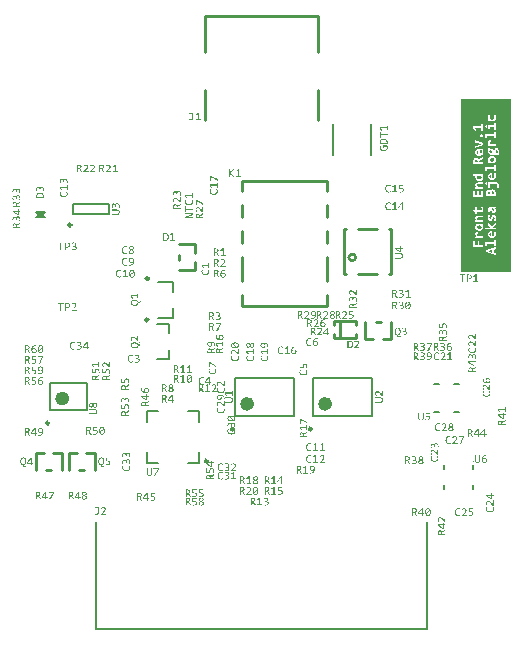
<source format=gto>
G04*
G04 #@! TF.GenerationSoftware,Altium Limited,Altium Designer,19.1.8 (144)*
G04*
G04 Layer_Color=16777215*
%FSLAX25Y25*%
%MOIN*%
G70*
G01*
G75*
%ADD10C,0.00394*%
%ADD11C,0.00984*%
%ADD12C,0.02362*%
%ADD13C,0.01000*%
%ADD14C,0.00787*%
%ADD15C,0.00500*%
G36*
X168183Y177165D02*
Y119685D01*
X158996D01*
D01*
X151532D01*
Y177165D01*
X158996D01*
D01*
X168183D01*
D02*
G37*
G36*
X22637Y129376D02*
X22685D01*
X22742Y129367D01*
X22798Y129359D01*
X22860Y129350D01*
X22921Y129332D01*
X22930D01*
X22947Y129324D01*
X22978Y129315D01*
X23013Y129302D01*
X23056Y129284D01*
X23100Y129263D01*
X23144Y129236D01*
X23183Y129206D01*
X23187Y129201D01*
X23201Y129193D01*
X23218Y129175D01*
X23244Y129149D01*
X23266Y129118D01*
X23292Y129088D01*
X23318Y129048D01*
X23340Y129005D01*
X23345Y129000D01*
X23349Y128983D01*
X23358Y128961D01*
X23371Y128926D01*
X23380Y128887D01*
X23388Y128843D01*
X23393Y128791D01*
X23397Y128738D01*
Y128734D01*
Y128729D01*
Y128703D01*
X23393Y128659D01*
X23384Y128611D01*
X23371Y128550D01*
X23349Y128489D01*
X23323Y128428D01*
X23283Y128367D01*
X23279Y128362D01*
X23262Y128340D01*
X23235Y128314D01*
X23201Y128284D01*
X23157Y128244D01*
X23104Y128205D01*
X23039Y128166D01*
X22969Y128131D01*
X22973D01*
X22986Y128126D01*
X23004Y128122D01*
X23030Y128118D01*
X23061Y128109D01*
X23096Y128096D01*
X23166Y128065D01*
X23170D01*
X23183Y128056D01*
X23201Y128048D01*
X23227Y128035D01*
X23283Y127995D01*
X23340Y127947D01*
X23345Y127943D01*
X23353Y127934D01*
X23367Y127917D01*
X23384Y127899D01*
X23406Y127873D01*
X23428Y127842D01*
X23467Y127772D01*
X23471Y127768D01*
X23476Y127755D01*
X23484Y127733D01*
X23493Y127707D01*
X23502Y127672D01*
X23511Y127637D01*
X23519Y127593D01*
Y127550D01*
Y127541D01*
Y127519D01*
X23515Y127488D01*
X23511Y127445D01*
X23502Y127397D01*
X23489Y127344D01*
X23471Y127287D01*
X23450Y127231D01*
X23445Y127226D01*
X23437Y127204D01*
X23419Y127178D01*
X23397Y127143D01*
X23367Y127104D01*
X23332Y127060D01*
X23288Y127016D01*
X23240Y126973D01*
X23235Y126968D01*
X23214Y126955D01*
X23187Y126933D01*
X23148Y126911D01*
X23096Y126881D01*
X23039Y126855D01*
X22969Y126824D01*
X22895Y126798D01*
X22890D01*
X22886Y126794D01*
X22873D01*
X22860Y126789D01*
X22816Y126780D01*
X22755Y126767D01*
X22685Y126754D01*
X22602Y126745D01*
X22510Y126741D01*
X22410Y126737D01*
X22318D01*
X22274Y126741D01*
X22230D01*
X22134Y126750D01*
X22112D01*
X22091Y126754D01*
X22060D01*
X22025Y126759D01*
X21986Y126763D01*
X21907Y126772D01*
Y127077D01*
X21911D01*
X21929Y127073D01*
X21951Y127069D01*
X21981Y127064D01*
X22021Y127060D01*
X22064Y127056D01*
X22160Y127043D01*
X22187D01*
X22213Y127038D01*
X22291D01*
X22340Y127034D01*
X22510D01*
X22554Y127038D01*
X22606Y127043D01*
X22659Y127047D01*
X22715Y127056D01*
X22768Y127064D01*
X22772D01*
X22790Y127073D01*
X22816Y127077D01*
X22847Y127091D01*
X22921Y127121D01*
X22956Y127143D01*
X22991Y127165D01*
X22995Y127169D01*
X23004Y127178D01*
X23021Y127191D01*
X23039Y127209D01*
X23083Y127261D01*
X23100Y127287D01*
X23117Y127322D01*
Y127327D01*
X23126Y127340D01*
X23131Y127357D01*
X23139Y127383D01*
X23148Y127414D01*
X23152Y127449D01*
X23161Y127532D01*
Y127536D01*
Y127550D01*
X23157Y127571D01*
Y127593D01*
X23139Y127654D01*
X23131Y127685D01*
X23113Y127716D01*
Y127720D01*
X23104Y127729D01*
X23091Y127742D01*
X23078Y127764D01*
X23034Y127803D01*
X22978Y127847D01*
X22973Y127851D01*
X22964Y127855D01*
X22947Y127864D01*
X22921Y127877D01*
X22890Y127890D01*
X22855Y127903D01*
X22816Y127917D01*
X22772Y127925D01*
X22768D01*
X22750Y127930D01*
X22728Y127934D01*
X22698Y127943D01*
X22659Y127947D01*
X22615Y127952D01*
X22514Y127956D01*
X22222D01*
Y128236D01*
X22562D01*
X22589Y128240D01*
X22624Y128244D01*
X22659Y128249D01*
X22733Y128266D01*
X22737D01*
X22750Y128271D01*
X22768Y128279D01*
X22790Y128288D01*
X22842Y128314D01*
X22895Y128354D01*
X22899Y128358D01*
X22908Y128362D01*
X22921Y128375D01*
X22934Y128393D01*
X22969Y128437D01*
X22999Y128493D01*
Y128498D01*
X23004Y128507D01*
X23013Y128524D01*
X23021Y128550D01*
X23026Y128577D01*
X23034Y128611D01*
X23039Y128686D01*
Y128690D01*
Y128694D01*
Y128721D01*
X23034Y128756D01*
X23021Y128799D01*
X23008Y128852D01*
X22986Y128900D01*
X22956Y128948D01*
X22912Y128987D01*
X22908Y128992D01*
X22890Y129000D01*
X22860Y129018D01*
X22820Y129035D01*
X22768Y129053D01*
X22702Y129070D01*
X22628Y129079D01*
X22541Y129083D01*
X22492D01*
X22458Y129079D01*
X22418D01*
X22370Y129075D01*
X22270Y129057D01*
X22265D01*
X22248Y129053D01*
X22217Y129048D01*
X22182Y129040D01*
X22139Y129027D01*
X22091Y129014D01*
X22034Y129000D01*
X21977Y128983D01*
Y129280D01*
X21981D01*
X21990Y129284D01*
X22003Y129289D01*
X22021Y129293D01*
X22064Y129306D01*
X22117Y129319D01*
X22121D01*
X22130Y129324D01*
X22147D01*
X22165Y129328D01*
X22213Y129341D01*
X22270Y129350D01*
X22274D01*
X22283Y129354D01*
X22296D01*
X22318Y129359D01*
X22366Y129363D01*
X22418Y129372D01*
X22431D01*
X22449Y129376D01*
X22466D01*
X22514Y129381D01*
X22597D01*
X22637Y129376D01*
D02*
G37*
G36*
X20517Y129337D02*
X20574Y129332D01*
X20635Y129324D01*
X20766Y129297D01*
X20775D01*
X20797Y129289D01*
X20828Y129280D01*
X20871Y129263D01*
X20919Y129245D01*
X20967Y129219D01*
X21020Y129193D01*
X21072Y129158D01*
X21077Y129153D01*
X21094Y129140D01*
X21120Y129123D01*
X21151Y129092D01*
X21186Y129057D01*
X21221Y129018D01*
X21256Y128970D01*
X21286Y128917D01*
X21291Y128909D01*
X21299Y128891D01*
X21313Y128860D01*
X21326Y128817D01*
X21339Y128764D01*
X21352Y128703D01*
X21361Y128633D01*
X21365Y128555D01*
Y128546D01*
Y128528D01*
X21361Y128498D01*
X21356Y128458D01*
X21352Y128410D01*
X21339Y128354D01*
X21326Y128297D01*
X21304Y128240D01*
X21299Y128231D01*
X21295Y128214D01*
X21278Y128183D01*
X21260Y128148D01*
X21234Y128104D01*
X21203Y128061D01*
X21164Y128013D01*
X21120Y127965D01*
X21116Y127960D01*
X21099Y127943D01*
X21072Y127921D01*
X21037Y127895D01*
X20989Y127864D01*
X20937Y127829D01*
X20876Y127799D01*
X20806Y127768D01*
X20797Y127764D01*
X20771Y127755D01*
X20731Y127746D01*
X20675Y127733D01*
X20609Y127716D01*
X20530Y127707D01*
X20439Y127698D01*
X20343Y127694D01*
X20028D01*
Y126772D01*
X19678D01*
Y129341D01*
X20469D01*
X20517Y129337D01*
D02*
G37*
G36*
X19198Y129044D02*
X18437D01*
Y126772D01*
X18083D01*
Y129044D01*
X17323D01*
Y129341D01*
X19198D01*
Y129044D01*
D02*
G37*
G36*
X29729Y76028D02*
X29769Y76024D01*
X29812Y76015D01*
X29860Y76002D01*
X29913Y75985D01*
X29961Y75963D01*
X29965Y75958D01*
X29983Y75950D01*
X30005Y75937D01*
X30035Y75915D01*
X30070Y75889D01*
X30105Y75858D01*
X30140Y75819D01*
X30175Y75775D01*
X30180Y75770D01*
X30188Y75753D01*
X30206Y75727D01*
X30223Y75696D01*
X30245Y75652D01*
X30267Y75604D01*
X30289Y75552D01*
X30306Y75491D01*
Y75482D01*
X30315Y75465D01*
X30319Y75430D01*
X30328Y75386D01*
X30337Y75333D01*
X30341Y75277D01*
X30350Y75211D01*
Y75106D01*
X30345Y75067D01*
Y75015D01*
X30341Y74958D01*
X30332Y74897D01*
X30319Y74831D01*
X30306Y74770D01*
X30302Y74761D01*
X30297Y74743D01*
X30284Y74713D01*
X30271Y74674D01*
X30254Y74634D01*
X30232Y74586D01*
X30206Y74542D01*
X30175Y74499D01*
X30171Y74494D01*
X30158Y74481D01*
X30140Y74464D01*
X30118Y74438D01*
X30088Y74411D01*
X30053Y74385D01*
X30013Y74359D01*
X29974Y74337D01*
X29970D01*
X29952Y74328D01*
X29930Y74320D01*
X29895Y74311D01*
X29860Y74302D01*
X29817Y74293D01*
X29769Y74289D01*
X29716Y74285D01*
X29712D01*
X29708D01*
X29694D01*
X29677Y74289D01*
X29633Y74293D01*
X29576Y74302D01*
X29515Y74315D01*
X29445Y74341D01*
X29375Y74372D01*
X29310Y74416D01*
X29301Y74420D01*
X29279Y74442D01*
X29249Y74473D01*
X29205Y74516D01*
X29157Y74573D01*
X29105Y74643D01*
X29048Y74726D01*
X28995Y74822D01*
Y74818D01*
X28991Y74813D01*
X28982Y74800D01*
X28973Y74783D01*
X28947Y74739D01*
X28912Y74682D01*
X28868Y74621D01*
X28820Y74564D01*
X28768Y74503D01*
X28711Y74455D01*
X28702Y74451D01*
X28685Y74438D01*
X28650Y74420D01*
X28606Y74398D01*
X28554Y74376D01*
X28493Y74359D01*
X28427Y74346D01*
X28353Y74341D01*
X28348D01*
X28331D01*
X28309Y74346D01*
X28278D01*
X28239Y74355D01*
X28200Y74363D01*
X28161Y74372D01*
X28117Y74390D01*
X28113Y74394D01*
X28095Y74398D01*
X28073Y74411D01*
X28047Y74429D01*
X28012Y74451D01*
X27977Y74477D01*
X27942Y74508D01*
X27907Y74542D01*
X27903Y74547D01*
X27890Y74560D01*
X27876Y74582D01*
X27855Y74612D01*
X27833Y74652D01*
X27807Y74695D01*
X27785Y74743D01*
X27763Y74800D01*
X27758Y74809D01*
X27754Y74827D01*
X27745Y74862D01*
X27732Y74905D01*
X27724Y74958D01*
X27715Y75023D01*
X27710Y75093D01*
X27706Y75167D01*
Y75237D01*
X27710Y75285D01*
X27715Y75342D01*
X27724Y75399D01*
X27737Y75460D01*
X27750Y75517D01*
Y75526D01*
X27758Y75543D01*
X27767Y75569D01*
X27780Y75604D01*
X27798Y75644D01*
X27820Y75683D01*
X27846Y75727D01*
X27872Y75766D01*
X27876Y75770D01*
X27885Y75784D01*
X27903Y75801D01*
X27925Y75827D01*
X27955Y75849D01*
X27986Y75875D01*
X28025Y75902D01*
X28064Y75923D01*
X28069Y75928D01*
X28082Y75932D01*
X28108Y75941D01*
X28134Y75950D01*
X28174Y75958D01*
X28217Y75967D01*
X28261Y75976D01*
X28313D01*
X28318D01*
X28322D01*
X28335D01*
X28348D01*
X28392Y75972D01*
X28445Y75958D01*
X28506Y75945D01*
X28567Y75923D01*
X28633Y75893D01*
X28694Y75849D01*
X28702Y75845D01*
X28720Y75827D01*
X28751Y75797D01*
X28785Y75757D01*
X28829Y75709D01*
X28877Y75648D01*
X28925Y75574D01*
X28969Y75495D01*
X28973Y75499D01*
X28978Y75513D01*
X28991Y75534D01*
X29004Y75565D01*
X29026Y75596D01*
X29048Y75631D01*
X29096Y75705D01*
X29100Y75709D01*
X29109Y75722D01*
X29122Y75740D01*
X29139Y75766D01*
X29188Y75819D01*
X29249Y75875D01*
X29253Y75880D01*
X29262Y75889D01*
X29279Y75902D01*
X29301Y75919D01*
X29332Y75937D01*
X29362Y75954D01*
X29437Y75989D01*
X29441D01*
X29454Y75998D01*
X29476Y76002D01*
X29506Y76011D01*
X29537Y76020D01*
X29576Y76024D01*
X29668Y76033D01*
X29677D01*
X29694D01*
X29729Y76028D01*
D02*
G37*
G36*
X29498Y73830D02*
X29550Y73826D01*
X29611Y73822D01*
X29673Y73808D01*
X29743Y73795D01*
X29808Y73773D01*
X29817Y73769D01*
X29834Y73760D01*
X29869Y73747D01*
X29909Y73730D01*
X29952Y73703D01*
X30005Y73673D01*
X30053Y73638D01*
X30101Y73594D01*
X30105Y73590D01*
X30118Y73572D01*
X30140Y73550D01*
X30166Y73516D01*
X30197Y73476D01*
X30228Y73428D01*
X30258Y73371D01*
X30284Y73310D01*
X30289Y73301D01*
X30293Y73280D01*
X30306Y73245D01*
X30315Y73201D01*
X30328Y73144D01*
X30341Y73079D01*
X30345Y73004D01*
X30350Y72926D01*
Y72886D01*
X30345Y72843D01*
X30341Y72786D01*
X30337Y72720D01*
X30324Y72655D01*
X30311Y72585D01*
X30289Y72519D01*
X30284Y72510D01*
X30276Y72493D01*
X30263Y72462D01*
X30245Y72423D01*
X30219Y72379D01*
X30188Y72336D01*
X30153Y72292D01*
X30114Y72248D01*
X30110Y72244D01*
X30092Y72231D01*
X30066Y72213D01*
X30035Y72191D01*
X29992Y72165D01*
X29948Y72139D01*
X29891Y72117D01*
X29834Y72095D01*
X29825D01*
X29804Y72087D01*
X29773Y72082D01*
X29729Y72074D01*
X29677Y72065D01*
X29616Y72056D01*
X29546Y72052D01*
X29476Y72047D01*
X27745D01*
Y72397D01*
X29450D01*
X29454D01*
X29476D01*
X29502D01*
X29537Y72401D01*
X29581D01*
X29625Y72410D01*
X29712Y72423D01*
X29716D01*
X29729Y72427D01*
X29751Y72436D01*
X29777Y72445D01*
X29839Y72475D01*
X29904Y72515D01*
X29909Y72519D01*
X29917Y72528D01*
X29930Y72541D01*
X29948Y72563D01*
X29965Y72585D01*
X29983Y72615D01*
X30018Y72685D01*
Y72690D01*
X30022Y72703D01*
X30031Y72725D01*
X30035Y72755D01*
X30044Y72795D01*
X30053Y72838D01*
X30057Y72886D01*
Y72965D01*
X30053Y72987D01*
X30048Y73035D01*
X30035Y73096D01*
X30018Y73162D01*
X29992Y73232D01*
X29952Y73293D01*
X29900Y73349D01*
X29891Y73354D01*
X29869Y73371D01*
X29834Y73393D01*
X29782Y73419D01*
X29716Y73441D01*
X29638Y73463D01*
X29550Y73481D01*
X29445Y73485D01*
X27745D01*
Y73835D01*
X29423D01*
X29428D01*
X29432D01*
X29458D01*
X29498Y73830D01*
D02*
G37*
G36*
X48638Y52466D02*
Y52462D01*
Y52457D01*
Y52431D01*
X48633Y52392D01*
X48629Y52340D01*
X48625Y52278D01*
X48612Y52217D01*
X48598Y52147D01*
X48577Y52082D01*
X48572Y52073D01*
X48563Y52056D01*
X48550Y52021D01*
X48533Y51981D01*
X48507Y51938D01*
X48476Y51885D01*
X48441Y51837D01*
X48397Y51789D01*
X48393Y51785D01*
X48375Y51771D01*
X48354Y51750D01*
X48319Y51723D01*
X48279Y51693D01*
X48231Y51662D01*
X48175Y51632D01*
X48113Y51605D01*
X48105Y51601D01*
X48083Y51597D01*
X48048Y51583D01*
X48004Y51575D01*
X47947Y51562D01*
X47882Y51549D01*
X47807Y51544D01*
X47729Y51540D01*
X47689D01*
X47646Y51544D01*
X47589Y51549D01*
X47523Y51553D01*
X47458Y51566D01*
X47388Y51579D01*
X47322Y51601D01*
X47314Y51605D01*
X47296Y51614D01*
X47265Y51627D01*
X47226Y51645D01*
X47183Y51671D01*
X47139Y51701D01*
X47095Y51736D01*
X47051Y51776D01*
X47047Y51780D01*
X47034Y51798D01*
X47016Y51824D01*
X46995Y51854D01*
X46968Y51898D01*
X46942Y51942D01*
X46920Y51999D01*
X46898Y52056D01*
Y52064D01*
X46890Y52086D01*
X46885Y52117D01*
X46877Y52160D01*
X46868Y52213D01*
X46859Y52274D01*
X46855Y52344D01*
X46850Y52414D01*
Y54144D01*
X47200D01*
Y52440D01*
Y52436D01*
Y52414D01*
Y52388D01*
X47204Y52353D01*
Y52309D01*
X47213Y52265D01*
X47226Y52178D01*
Y52174D01*
X47231Y52160D01*
X47239Y52139D01*
X47248Y52112D01*
X47279Y52051D01*
X47318Y51986D01*
X47322Y51981D01*
X47331Y51973D01*
X47344Y51959D01*
X47366Y51942D01*
X47388Y51924D01*
X47418Y51907D01*
X47488Y51872D01*
X47493D01*
X47506Y51868D01*
X47528Y51859D01*
X47558Y51854D01*
X47598Y51846D01*
X47641Y51837D01*
X47689Y51833D01*
X47768D01*
X47790Y51837D01*
X47838Y51841D01*
X47899Y51854D01*
X47965Y51872D01*
X48035Y51898D01*
X48096Y51938D01*
X48153Y51990D01*
X48157Y51999D01*
X48175Y52021D01*
X48196Y52056D01*
X48223Y52108D01*
X48244Y52174D01*
X48266Y52252D01*
X48284Y52340D01*
X48288Y52444D01*
Y54144D01*
X48638D01*
Y52466D01*
D02*
G37*
G36*
X50823Y53825D02*
X49743Y51575D01*
X49350D01*
X50469Y53825D01*
X49084D01*
Y54144D01*
X50823D01*
Y53825D01*
D02*
G37*
G36*
X158087Y56797D02*
Y56793D01*
Y56788D01*
Y56762D01*
X158082Y56723D01*
X158078Y56670D01*
X158073Y56609D01*
X158060Y56548D01*
X158047Y56478D01*
X158025Y56412D01*
X158021Y56404D01*
X158012Y56386D01*
X157999Y56351D01*
X157982Y56312D01*
X157955Y56268D01*
X157925Y56216D01*
X157890Y56168D01*
X157846Y56120D01*
X157842Y56115D01*
X157824Y56102D01*
X157802Y56080D01*
X157767Y56054D01*
X157728Y56024D01*
X157680Y55993D01*
X157623Y55962D01*
X157562Y55936D01*
X157553Y55932D01*
X157531Y55927D01*
X157497Y55914D01*
X157453Y55905D01*
X157396Y55892D01*
X157331Y55879D01*
X157256Y55875D01*
X157178Y55871D01*
X157138D01*
X157095Y55875D01*
X157038Y55879D01*
X156972Y55884D01*
X156907Y55897D01*
X156837Y55910D01*
X156771Y55932D01*
X156762Y55936D01*
X156745Y55945D01*
X156714Y55958D01*
X156675Y55975D01*
X156631Y56002D01*
X156588Y56032D01*
X156544Y56067D01*
X156500Y56107D01*
X156496Y56111D01*
X156483Y56128D01*
X156465Y56155D01*
X156443Y56185D01*
X156417Y56229D01*
X156391Y56273D01*
X156369Y56329D01*
X156347Y56386D01*
Y56395D01*
X156339Y56417D01*
X156334Y56447D01*
X156325Y56491D01*
X156317Y56543D01*
X156308Y56605D01*
X156304Y56675D01*
X156299Y56745D01*
Y58475D01*
X156649D01*
Y56771D01*
Y56766D01*
Y56745D01*
Y56718D01*
X156653Y56683D01*
Y56640D01*
X156662Y56596D01*
X156675Y56509D01*
Y56504D01*
X156679Y56491D01*
X156688Y56469D01*
X156697Y56443D01*
X156728Y56382D01*
X156767Y56316D01*
X156771Y56312D01*
X156780Y56303D01*
X156793Y56290D01*
X156815Y56273D01*
X156837Y56255D01*
X156867Y56238D01*
X156937Y56203D01*
X156942D01*
X156955Y56198D01*
X156977Y56190D01*
X157007Y56185D01*
X157046Y56176D01*
X157090Y56168D01*
X157138Y56163D01*
X157217D01*
X157239Y56168D01*
X157287Y56172D01*
X157348Y56185D01*
X157414Y56203D01*
X157483Y56229D01*
X157545Y56268D01*
X157601Y56321D01*
X157606Y56329D01*
X157623Y56351D01*
X157645Y56386D01*
X157671Y56439D01*
X157693Y56504D01*
X157715Y56583D01*
X157733Y56670D01*
X157737Y56775D01*
Y58475D01*
X158087D01*
Y56797D01*
D02*
G37*
G36*
X160114Y58178D02*
X159795D01*
X159756Y58174D01*
X159699Y58169D01*
X159638Y58165D01*
X159572Y58156D01*
X159502Y58139D01*
X159437Y58121D01*
X159428Y58117D01*
X159411Y58112D01*
X159376Y58099D01*
X159336Y58082D01*
X159293Y58060D01*
X159245Y58029D01*
X159196Y57999D01*
X159153Y57964D01*
X159149Y57959D01*
X159135Y57946D01*
X159114Y57924D01*
X159087Y57894D01*
X159061Y57859D01*
X159030Y57820D01*
X159004Y57771D01*
X158978Y57719D01*
X158974Y57715D01*
X158969Y57693D01*
X158956Y57667D01*
X158947Y57627D01*
X158930Y57579D01*
X158921Y57527D01*
X158908Y57470D01*
X158899Y57404D01*
X158895Y57326D01*
X158899Y57330D01*
X158917Y57339D01*
X158943Y57352D01*
X158978Y57365D01*
X159017Y57383D01*
X159065Y57404D01*
X159122Y57422D01*
X159179Y57439D01*
X159188Y57444D01*
X159210Y57448D01*
X159240Y57457D01*
X159284Y57466D01*
X159336Y57474D01*
X159397Y57479D01*
X159463Y57487D01*
X159564D01*
X159603Y57483D01*
X159647Y57479D01*
X159699Y57474D01*
X159756Y57461D01*
X159813Y57448D01*
X159870Y57426D01*
X159878Y57422D01*
X159896Y57418D01*
X159922Y57404D01*
X159957Y57387D01*
X159996Y57365D01*
X160036Y57335D01*
X160075Y57304D01*
X160114Y57269D01*
X160119Y57265D01*
X160132Y57252D01*
X160149Y57230D01*
X160171Y57199D01*
X160193Y57164D01*
X160219Y57125D01*
X160241Y57077D01*
X160263Y57024D01*
X160267Y57020D01*
X160272Y56998D01*
X160280Y56972D01*
X160289Y56932D01*
X160298Y56889D01*
X160307Y56836D01*
X160315Y56779D01*
Y56718D01*
Y56710D01*
Y56688D01*
X160311Y56653D01*
X160307Y56609D01*
X160298Y56557D01*
X160289Y56500D01*
X160272Y56443D01*
X160250Y56382D01*
X160245Y56373D01*
X160237Y56356D01*
X160223Y56329D01*
X160202Y56290D01*
X160175Y56251D01*
X160145Y56207D01*
X160110Y56159D01*
X160066Y56115D01*
X160062Y56111D01*
X160044Y56098D01*
X160018Y56076D01*
X159987Y56050D01*
X159944Y56024D01*
X159896Y55993D01*
X159843Y55962D01*
X159782Y55936D01*
X159773Y55932D01*
X159751Y55927D01*
X159721Y55914D01*
X159673Y55905D01*
X159620Y55892D01*
X159559Y55879D01*
X159489Y55875D01*
X159415Y55871D01*
X159380D01*
X159341Y55875D01*
X159288Y55879D01*
X159227Y55888D01*
X159166Y55897D01*
X159100Y55914D01*
X159035Y55936D01*
X159026Y55941D01*
X159009Y55949D01*
X158978Y55967D01*
X158939Y55989D01*
X158899Y56019D01*
X158851Y56054D01*
X158808Y56098D01*
X158764Y56146D01*
X158759Y56155D01*
X158746Y56172D01*
X158725Y56203D01*
X158703Y56242D01*
X158677Y56294D01*
X158646Y56356D01*
X158620Y56421D01*
X158598Y56500D01*
Y56504D01*
X158593Y56509D01*
Y56522D01*
X158589Y56539D01*
X158580Y56583D01*
X158572Y56644D01*
X158558Y56718D01*
X158550Y56806D01*
X158545Y56902D01*
X158541Y57007D01*
Y57011D01*
Y57016D01*
Y57042D01*
Y57077D01*
X158545Y57129D01*
Y57186D01*
X158550Y57252D01*
X158563Y57387D01*
Y57396D01*
X158567Y57418D01*
X158576Y57452D01*
X158585Y57501D01*
X158593Y57553D01*
X158611Y57610D01*
X158646Y57732D01*
X158650Y57741D01*
X158659Y57758D01*
X158672Y57793D01*
X158690Y57833D01*
X158711Y57881D01*
X158738Y57929D01*
X158803Y58034D01*
X158808Y58038D01*
X158821Y58056D01*
X158843Y58082D01*
X158873Y58112D01*
X158908Y58152D01*
X158947Y58187D01*
X158995Y58226D01*
X159048Y58265D01*
X159057Y58270D01*
X159074Y58283D01*
X159105Y58300D01*
X159149Y58322D01*
X159196Y58348D01*
X159258Y58375D01*
X159323Y58396D01*
X159393Y58418D01*
X159397D01*
X159402Y58423D01*
X159428Y58427D01*
X159472Y58436D01*
X159529Y58449D01*
X159594Y58458D01*
X159673Y58466D01*
X159760Y58471D01*
X159856Y58475D01*
X160114D01*
Y58178D01*
D02*
G37*
G36*
X141182Y72351D02*
X140120D01*
Y71630D01*
X140408D01*
X140456Y71626D01*
X140513Y71621D01*
X140570Y71617D01*
X140701Y71595D01*
X140710D01*
X140732Y71586D01*
X140767Y71578D01*
X140806Y71569D01*
X140858Y71551D01*
X140911Y71530D01*
X140963Y71508D01*
X141016Y71477D01*
X141020Y71473D01*
X141037Y71464D01*
X141064Y71442D01*
X141094Y71420D01*
X141129Y71385D01*
X141164Y71350D01*
X141199Y71302D01*
X141234Y71254D01*
X141238Y71250D01*
X141247Y71228D01*
X141260Y71197D01*
X141278Y71158D01*
X141295Y71106D01*
X141308Y71044D01*
X141317Y70979D01*
X141322Y70900D01*
Y70892D01*
Y70870D01*
X141317Y70830D01*
X141313Y70787D01*
X141300Y70730D01*
X141287Y70673D01*
X141265Y70612D01*
X141238Y70551D01*
X141234Y70542D01*
X141225Y70525D01*
X141203Y70494D01*
X141177Y70459D01*
X141147Y70415D01*
X141107Y70372D01*
X141059Y70323D01*
X141007Y70280D01*
X141002Y70275D01*
X140981Y70262D01*
X140950Y70240D01*
X140911Y70214D01*
X140858Y70188D01*
X140801Y70157D01*
X140736Y70131D01*
X140666Y70105D01*
X140657Y70101D01*
X140631Y70096D01*
X140592Y70087D01*
X140539Y70074D01*
X140478Y70061D01*
X140404Y70052D01*
X140325Y70048D01*
X140242Y70044D01*
X140168D01*
X140120Y70048D01*
X140094D01*
X140080Y70052D01*
X140037D01*
X139989Y70057D01*
X139967D01*
X139949Y70061D01*
X139906Y70066D01*
X139862Y70070D01*
X139853D01*
X139827Y70074D01*
X139792D01*
X139753Y70079D01*
Y70389D01*
X139757D01*
X139770Y70385D01*
X139792Y70380D01*
X139823Y70376D01*
X139857Y70367D01*
X139897Y70363D01*
X139945Y70354D01*
X139993Y70350D01*
X140019D01*
X140045Y70345D01*
X140124D01*
X140172Y70341D01*
X140330D01*
X140369Y70345D01*
X140408Y70350D01*
X140456Y70354D01*
X140552Y70376D01*
X140557D01*
X140574Y70385D01*
X140596Y70393D01*
X140627Y70407D01*
X140697Y70437D01*
X140767Y70485D01*
X140771Y70490D01*
X140780Y70498D01*
X140797Y70511D01*
X140819Y70533D01*
X140841Y70555D01*
X140863Y70586D01*
X140906Y70651D01*
X140911Y70656D01*
X140915Y70669D01*
X140924Y70691D01*
X140933Y70717D01*
X140941Y70752D01*
X140946Y70791D01*
X140954Y70830D01*
Y70878D01*
Y70883D01*
Y70887D01*
Y70900D01*
X140950Y70918D01*
X140946Y70957D01*
X140933Y71010D01*
X140911Y71066D01*
X140880Y71123D01*
X140836Y71176D01*
X140780Y71224D01*
X140771Y71228D01*
X140749Y71241D01*
X140710Y71259D01*
X140653Y71280D01*
X140583Y71302D01*
X140496Y71320D01*
X140395Y71333D01*
X140281Y71337D01*
X139796D01*
Y72648D01*
X141182D01*
Y72351D01*
D02*
G37*
G36*
X139189Y70970D02*
Y70966D01*
Y70961D01*
Y70935D01*
X139184Y70896D01*
X139180Y70843D01*
X139176Y70782D01*
X139163Y70721D01*
X139150Y70651D01*
X139128Y70586D01*
X139123Y70577D01*
X139115Y70559D01*
X139102Y70525D01*
X139084Y70485D01*
X139058Y70441D01*
X139027Y70389D01*
X138992Y70341D01*
X138949Y70293D01*
X138944Y70288D01*
X138927Y70275D01*
X138905Y70253D01*
X138870Y70227D01*
X138831Y70197D01*
X138783Y70166D01*
X138726Y70136D01*
X138664Y70109D01*
X138656Y70105D01*
X138634Y70101D01*
X138599Y70087D01*
X138555Y70079D01*
X138498Y70066D01*
X138433Y70052D01*
X138359Y70048D01*
X138280Y70044D01*
X138241D01*
X138197Y70048D01*
X138140Y70052D01*
X138075Y70057D01*
X138009Y70070D01*
X137939Y70083D01*
X137873Y70105D01*
X137865Y70109D01*
X137847Y70118D01*
X137817Y70131D01*
X137777Y70149D01*
X137734Y70175D01*
X137690Y70205D01*
X137646Y70240D01*
X137603Y70280D01*
X137598Y70284D01*
X137585Y70302D01*
X137568Y70328D01*
X137546Y70358D01*
X137520Y70402D01*
X137493Y70446D01*
X137471Y70503D01*
X137450Y70559D01*
Y70568D01*
X137441Y70590D01*
X137436Y70621D01*
X137428Y70664D01*
X137419Y70717D01*
X137410Y70778D01*
X137406Y70848D01*
X137402Y70918D01*
Y72648D01*
X137751D01*
Y70944D01*
Y70940D01*
Y70918D01*
Y70892D01*
X137756Y70857D01*
Y70813D01*
X137764Y70769D01*
X137777Y70682D01*
Y70677D01*
X137782Y70664D01*
X137791Y70643D01*
X137799Y70616D01*
X137830Y70555D01*
X137869Y70490D01*
X137873Y70485D01*
X137882Y70476D01*
X137895Y70463D01*
X137917Y70446D01*
X137939Y70428D01*
X137970Y70411D01*
X138040Y70376D01*
X138044D01*
X138057Y70372D01*
X138079Y70363D01*
X138110Y70358D01*
X138149Y70350D01*
X138192Y70341D01*
X138241Y70337D01*
X138319D01*
X138341Y70341D01*
X138389Y70345D01*
X138450Y70358D01*
X138516Y70376D01*
X138586Y70402D01*
X138647Y70441D01*
X138704Y70494D01*
X138708Y70503D01*
X138726Y70525D01*
X138748Y70559D01*
X138774Y70612D01*
X138796Y70677D01*
X138818Y70756D01*
X138835Y70843D01*
X138839Y70948D01*
Y72648D01*
X139189D01*
Y70970D01*
D02*
G37*
G36*
X131715Y127687D02*
X132283D01*
Y127337D01*
X131715D01*
Y126100D01*
X131414D01*
X129714Y127193D01*
Y127687D01*
X131414D01*
Y128128D01*
X131715D01*
Y127687D01*
D02*
G37*
G36*
X131466Y125799D02*
X131519Y125794D01*
X131580Y125790D01*
X131641Y125777D01*
X131711Y125764D01*
X131776Y125742D01*
X131785Y125738D01*
X131803Y125729D01*
X131838Y125716D01*
X131877Y125698D01*
X131921Y125672D01*
X131973Y125641D01*
X132021Y125606D01*
X132069Y125563D01*
X132074Y125558D01*
X132087Y125541D01*
X132109Y125519D01*
X132135Y125484D01*
X132166Y125445D01*
X132196Y125397D01*
X132227Y125340D01*
X132253Y125279D01*
X132257Y125270D01*
X132262Y125248D01*
X132275Y125213D01*
X132283Y125169D01*
X132297Y125113D01*
X132310Y125047D01*
X132314Y124973D01*
X132318Y124894D01*
Y124855D01*
X132314Y124811D01*
X132310Y124754D01*
X132305Y124689D01*
X132292Y124623D01*
X132279Y124553D01*
X132257Y124488D01*
X132253Y124479D01*
X132244Y124461D01*
X132231Y124431D01*
X132213Y124392D01*
X132187Y124348D01*
X132157Y124304D01*
X132122Y124260D01*
X132082Y124217D01*
X132078Y124212D01*
X132061Y124199D01*
X132034Y124182D01*
X132004Y124160D01*
X131960Y124134D01*
X131916Y124108D01*
X131860Y124086D01*
X131803Y124064D01*
X131794D01*
X131772Y124055D01*
X131742Y124051D01*
X131698Y124042D01*
X131645Y124033D01*
X131584Y124024D01*
X131514Y124020D01*
X131444Y124016D01*
X129714D01*
Y124365D01*
X131418D01*
X131423D01*
X131444D01*
X131471D01*
X131506Y124370D01*
X131549D01*
X131593Y124379D01*
X131680Y124392D01*
X131685D01*
X131698Y124396D01*
X131720Y124405D01*
X131746Y124413D01*
X131807Y124444D01*
X131873Y124483D01*
X131877Y124488D01*
X131886Y124496D01*
X131899Y124510D01*
X131916Y124531D01*
X131934Y124553D01*
X131951Y124584D01*
X131986Y124654D01*
Y124658D01*
X131991Y124671D01*
X131999Y124693D01*
X132004Y124724D01*
X132012Y124763D01*
X132021Y124807D01*
X132026Y124855D01*
Y124933D01*
X132021Y124955D01*
X132017Y125003D01*
X132004Y125065D01*
X131986Y125130D01*
X131960Y125200D01*
X131921Y125261D01*
X131868Y125318D01*
X131860Y125322D01*
X131838Y125340D01*
X131803Y125362D01*
X131750Y125388D01*
X131685Y125410D01*
X131606Y125432D01*
X131519Y125449D01*
X131414Y125453D01*
X129714D01*
Y125803D01*
X131392D01*
X131396D01*
X131401D01*
X131427D01*
X131466Y125799D01*
D02*
G37*
G36*
X37079Y142516D02*
X37122Y142511D01*
X37170Y142503D01*
X37223Y142490D01*
X37280Y142472D01*
X37336Y142450D01*
X37341Y142446D01*
X37363Y142437D01*
X37389Y142420D01*
X37424Y142398D01*
X37463Y142367D01*
X37507Y142332D01*
X37551Y142288D01*
X37594Y142240D01*
X37599Y142236D01*
X37612Y142214D01*
X37634Y142188D01*
X37655Y142149D01*
X37686Y142096D01*
X37712Y142039D01*
X37743Y141969D01*
X37769Y141895D01*
Y141891D01*
X37773Y141886D01*
Y141873D01*
X37778Y141860D01*
X37786Y141816D01*
X37800Y141755D01*
X37813Y141685D01*
X37821Y141602D01*
X37826Y141511D01*
X37830Y141410D01*
Y141318D01*
X37826Y141275D01*
Y141231D01*
X37817Y141135D01*
Y141113D01*
X37813Y141091D01*
Y141060D01*
X37808Y141025D01*
X37804Y140986D01*
X37795Y140908D01*
X37489D01*
Y140912D01*
X37494Y140929D01*
X37498Y140951D01*
X37503Y140982D01*
X37507Y141021D01*
X37511Y141065D01*
X37524Y141161D01*
Y141187D01*
X37529Y141213D01*
Y141292D01*
X37533Y141340D01*
Y141511D01*
X37529Y141554D01*
X37524Y141607D01*
X37520Y141659D01*
X37511Y141716D01*
X37503Y141768D01*
Y141773D01*
X37494Y141790D01*
X37489Y141816D01*
X37476Y141847D01*
X37446Y141921D01*
X37424Y141956D01*
X37402Y141991D01*
X37398Y141996D01*
X37389Y142004D01*
X37376Y142022D01*
X37358Y142039D01*
X37306Y142083D01*
X37280Y142101D01*
X37245Y142118D01*
X37240D01*
X37227Y142127D01*
X37210Y142131D01*
X37183Y142140D01*
X37153Y142149D01*
X37118Y142153D01*
X37035Y142162D01*
X37031D01*
X37017D01*
X36996Y142157D01*
X36974D01*
X36913Y142140D01*
X36882Y142131D01*
X36851Y142114D01*
X36847D01*
X36838Y142105D01*
X36825Y142092D01*
X36803Y142079D01*
X36764Y142035D01*
X36720Y141978D01*
X36716Y141974D01*
X36711Y141965D01*
X36703Y141948D01*
X36690Y141921D01*
X36677Y141891D01*
X36663Y141856D01*
X36650Y141816D01*
X36642Y141773D01*
Y141768D01*
X36637Y141751D01*
X36633Y141729D01*
X36624Y141699D01*
X36620Y141659D01*
X36615Y141615D01*
X36611Y141515D01*
Y141222D01*
X36331D01*
Y141563D01*
X36327Y141589D01*
X36323Y141624D01*
X36318Y141659D01*
X36301Y141733D01*
Y141738D01*
X36296Y141751D01*
X36288Y141768D01*
X36279Y141790D01*
X36253Y141843D01*
X36213Y141895D01*
X36209Y141900D01*
X36205Y141908D01*
X36191Y141921D01*
X36174Y141935D01*
X36130Y141969D01*
X36073Y142000D01*
X36069D01*
X36060Y142004D01*
X36043Y142013D01*
X36017Y142022D01*
X35991Y142026D01*
X35956Y142035D01*
X35881Y142039D01*
X35877D01*
X35873D01*
X35846D01*
X35811Y142035D01*
X35768Y142022D01*
X35715Y142009D01*
X35667Y141987D01*
X35619Y141956D01*
X35580Y141913D01*
X35575Y141908D01*
X35567Y141891D01*
X35549Y141860D01*
X35532Y141821D01*
X35514Y141768D01*
X35497Y141703D01*
X35488Y141629D01*
X35484Y141541D01*
Y141493D01*
X35488Y141458D01*
Y141419D01*
X35492Y141371D01*
X35510Y141270D01*
Y141266D01*
X35514Y141248D01*
X35519Y141218D01*
X35527Y141183D01*
X35540Y141139D01*
X35554Y141091D01*
X35567Y141034D01*
X35584Y140977D01*
X35287D01*
Y140982D01*
X35282Y140991D01*
X35278Y141004D01*
X35274Y141021D01*
X35261Y141065D01*
X35248Y141117D01*
Y141122D01*
X35243Y141130D01*
Y141148D01*
X35239Y141165D01*
X35226Y141213D01*
X35217Y141270D01*
Y141275D01*
X35213Y141283D01*
Y141297D01*
X35208Y141318D01*
X35204Y141366D01*
X35195Y141419D01*
Y141432D01*
X35191Y141449D01*
Y141467D01*
X35186Y141515D01*
Y141598D01*
X35191Y141637D01*
Y141685D01*
X35199Y141742D01*
X35208Y141799D01*
X35217Y141860D01*
X35234Y141921D01*
Y141930D01*
X35243Y141948D01*
X35252Y141978D01*
X35265Y142013D01*
X35282Y142057D01*
X35304Y142101D01*
X35331Y142144D01*
X35361Y142184D01*
X35366Y142188D01*
X35374Y142201D01*
X35392Y142218D01*
X35418Y142245D01*
X35449Y142267D01*
X35479Y142293D01*
X35519Y142319D01*
X35562Y142341D01*
X35567Y142345D01*
X35584Y142350D01*
X35606Y142358D01*
X35641Y142371D01*
X35680Y142380D01*
X35724Y142389D01*
X35776Y142393D01*
X35829Y142398D01*
X35833D01*
X35838D01*
X35864D01*
X35907Y142393D01*
X35956Y142385D01*
X36017Y142371D01*
X36078Y142350D01*
X36139Y142323D01*
X36200Y142284D01*
X36205Y142280D01*
X36226Y142262D01*
X36253Y142236D01*
X36283Y142201D01*
X36323Y142157D01*
X36362Y142105D01*
X36401Y142039D01*
X36436Y141969D01*
Y141974D01*
X36441Y141987D01*
X36445Y142004D01*
X36449Y142031D01*
X36458Y142061D01*
X36471Y142096D01*
X36502Y142166D01*
Y142171D01*
X36511Y142184D01*
X36519Y142201D01*
X36532Y142227D01*
X36572Y142284D01*
X36620Y142341D01*
X36624Y142345D01*
X36633Y142354D01*
X36650Y142367D01*
X36668Y142385D01*
X36694Y142406D01*
X36725Y142428D01*
X36794Y142468D01*
X36799Y142472D01*
X36812Y142476D01*
X36834Y142485D01*
X36860Y142494D01*
X36895Y142503D01*
X36930Y142511D01*
X36974Y142520D01*
X37017D01*
X37026D01*
X37048D01*
X37079Y142516D01*
D02*
G37*
G36*
X36978Y140366D02*
X37031Y140361D01*
X37092Y140357D01*
X37153Y140344D01*
X37223Y140331D01*
X37288Y140309D01*
X37297Y140305D01*
X37315Y140296D01*
X37350Y140283D01*
X37389Y140265D01*
X37433Y140239D01*
X37485Y140208D01*
X37533Y140173D01*
X37581Y140130D01*
X37585Y140125D01*
X37599Y140108D01*
X37620Y140086D01*
X37647Y140051D01*
X37677Y140012D01*
X37708Y139964D01*
X37738Y139907D01*
X37765Y139846D01*
X37769Y139837D01*
X37773Y139815D01*
X37786Y139780D01*
X37795Y139736D01*
X37808Y139680D01*
X37821Y139614D01*
X37826Y139540D01*
X37830Y139461D01*
Y139422D01*
X37826Y139378D01*
X37821Y139321D01*
X37817Y139256D01*
X37804Y139190D01*
X37791Y139120D01*
X37769Y139055D01*
X37765Y139046D01*
X37756Y139028D01*
X37743Y138998D01*
X37725Y138959D01*
X37699Y138915D01*
X37668Y138871D01*
X37634Y138827D01*
X37594Y138784D01*
X37590Y138779D01*
X37572Y138766D01*
X37546Y138749D01*
X37516Y138727D01*
X37472Y138701D01*
X37428Y138674D01*
X37371Y138653D01*
X37315Y138631D01*
X37306D01*
X37284Y138622D01*
X37253Y138618D01*
X37210Y138609D01*
X37157Y138600D01*
X37096Y138591D01*
X37026Y138587D01*
X36956Y138583D01*
X35226D01*
Y138932D01*
X36930D01*
X36934D01*
X36956D01*
X36983D01*
X37017Y138937D01*
X37061D01*
X37105Y138945D01*
X37192Y138959D01*
X37197D01*
X37210Y138963D01*
X37231Y138972D01*
X37258Y138980D01*
X37319Y139011D01*
X37385Y139050D01*
X37389Y139055D01*
X37398Y139063D01*
X37411Y139076D01*
X37428Y139098D01*
X37446Y139120D01*
X37463Y139151D01*
X37498Y139221D01*
Y139225D01*
X37503Y139238D01*
X37511Y139260D01*
X37516Y139291D01*
X37524Y139330D01*
X37533Y139374D01*
X37538Y139422D01*
Y139500D01*
X37533Y139522D01*
X37529Y139570D01*
X37516Y139631D01*
X37498Y139697D01*
X37472Y139767D01*
X37433Y139828D01*
X37380Y139885D01*
X37371Y139889D01*
X37350Y139907D01*
X37315Y139929D01*
X37262Y139955D01*
X37197Y139977D01*
X37118Y139999D01*
X37031Y140016D01*
X36926Y140020D01*
X35226D01*
Y140370D01*
X36904D01*
X36908D01*
X36913D01*
X36939D01*
X36978Y140366D01*
D02*
G37*
G36*
X125591Y78274D02*
X125285D01*
X124625Y78934D01*
X124616Y78943D01*
X124599Y78960D01*
X124568Y78991D01*
X124529Y79030D01*
X124485Y79074D01*
X124437Y79118D01*
X124389Y79161D01*
X124345Y79201D01*
X124341Y79205D01*
X124323Y79218D01*
X124301Y79236D01*
X124275Y79257D01*
X124240Y79284D01*
X124205Y79310D01*
X124131Y79358D01*
X124127Y79362D01*
X124114Y79367D01*
X124096Y79380D01*
X124070Y79393D01*
X124013Y79419D01*
X123947Y79436D01*
X123943D01*
X123930Y79441D01*
X123913Y79445D01*
X123891Y79450D01*
X123864D01*
X123829Y79454D01*
X123759Y79458D01*
X123755D01*
X123742D01*
X123725D01*
X123703Y79454D01*
X123642Y79450D01*
X123580Y79432D01*
X123576D01*
X123567Y79428D01*
X123550Y79423D01*
X123528Y79415D01*
X123480Y79388D01*
X123427Y79353D01*
X123423Y79349D01*
X123414Y79345D01*
X123406Y79332D01*
X123388Y79319D01*
X123357Y79270D01*
X123322Y79214D01*
Y79209D01*
X123318Y79201D01*
X123309Y79183D01*
X123301Y79157D01*
X123296Y79126D01*
X123288Y79096D01*
X123283Y79056D01*
Y78986D01*
X123288Y78956D01*
X123292Y78917D01*
X123301Y78868D01*
X123314Y78820D01*
X123331Y78768D01*
X123357Y78715D01*
X123362Y78711D01*
X123371Y78694D01*
X123388Y78667D01*
X123410Y78632D01*
X123436Y78597D01*
X123467Y78554D01*
X123506Y78514D01*
X123545Y78471D01*
X123322Y78283D01*
X123314Y78292D01*
X123296Y78309D01*
X123270Y78340D01*
X123235Y78379D01*
X123196Y78427D01*
X123156Y78484D01*
X123113Y78545D01*
X123078Y78615D01*
Y78619D01*
X123073Y78624D01*
X123065Y78650D01*
X123047Y78689D01*
X123030Y78742D01*
X123012Y78807D01*
X122995Y78882D01*
X122986Y78965D01*
X122982Y79056D01*
Y79087D01*
X122986Y79118D01*
Y79161D01*
X122995Y79209D01*
X123003Y79262D01*
X123017Y79319D01*
X123034Y79371D01*
X123038Y79375D01*
X123043Y79393D01*
X123056Y79419D01*
X123073Y79454D01*
X123095Y79493D01*
X123117Y79533D01*
X123183Y79611D01*
X123187Y79616D01*
X123200Y79629D01*
X123222Y79646D01*
X123248Y79672D01*
X123283Y79699D01*
X123322Y79725D01*
X123366Y79751D01*
X123419Y79773D01*
X123423Y79777D01*
X123445Y79782D01*
X123471Y79791D01*
X123510Y79804D01*
X123558Y79812D01*
X123611Y79821D01*
X123668Y79826D01*
X123733Y79830D01*
X123738D01*
X123759D01*
X123786D01*
X123825Y79826D01*
X123864Y79821D01*
X123913Y79812D01*
X124009Y79791D01*
X124013D01*
X124030Y79782D01*
X124057Y79773D01*
X124087Y79760D01*
X124127Y79742D01*
X124170Y79721D01*
X124262Y79668D01*
X124266Y79664D01*
X124284Y79655D01*
X124306Y79638D01*
X124341Y79616D01*
X124380Y79585D01*
X124424Y79550D01*
X124472Y79511D01*
X124520Y79467D01*
X124524Y79463D01*
X124542Y79445D01*
X124568Y79419D01*
X124603Y79388D01*
X124647Y79345D01*
X124695Y79297D01*
X124751Y79244D01*
X124808Y79183D01*
X125263Y78720D01*
Y79970D01*
X125591D01*
Y78274D01*
D02*
G37*
G36*
X124773Y77767D02*
X124826Y77763D01*
X124887Y77759D01*
X124948Y77745D01*
X125018Y77732D01*
X125084Y77710D01*
X125092Y77706D01*
X125110Y77697D01*
X125145Y77684D01*
X125184Y77667D01*
X125228Y77640D01*
X125280Y77610D01*
X125328Y77575D01*
X125376Y77531D01*
X125381Y77527D01*
X125394Y77509D01*
X125416Y77487D01*
X125442Y77453D01*
X125473Y77413D01*
X125503Y77365D01*
X125534Y77308D01*
X125560Y77247D01*
X125564Y77238D01*
X125569Y77217D01*
X125582Y77182D01*
X125591Y77138D01*
X125604Y77081D01*
X125617Y77016D01*
X125621Y76941D01*
X125626Y76863D01*
Y76823D01*
X125621Y76780D01*
X125617Y76723D01*
X125612Y76657D01*
X125599Y76592D01*
X125586Y76522D01*
X125564Y76456D01*
X125560Y76447D01*
X125551Y76430D01*
X125538Y76399D01*
X125521Y76360D01*
X125494Y76316D01*
X125464Y76273D01*
X125429Y76229D01*
X125390Y76185D01*
X125385Y76181D01*
X125368Y76168D01*
X125341Y76150D01*
X125311Y76129D01*
X125267Y76102D01*
X125224Y76076D01*
X125167Y76054D01*
X125110Y76032D01*
X125101D01*
X125079Y76024D01*
X125049Y76019D01*
X125005Y76011D01*
X124952Y76002D01*
X124891Y75993D01*
X124821Y75989D01*
X124751Y75984D01*
X123021D01*
Y76334D01*
X124725D01*
X124730D01*
X124751D01*
X124778D01*
X124813Y76338D01*
X124856D01*
X124900Y76347D01*
X124987Y76360D01*
X124992D01*
X125005Y76364D01*
X125027Y76373D01*
X125053Y76382D01*
X125114Y76412D01*
X125180Y76452D01*
X125184Y76456D01*
X125193Y76465D01*
X125206Y76478D01*
X125224Y76500D01*
X125241Y76522D01*
X125258Y76552D01*
X125293Y76622D01*
Y76627D01*
X125298Y76640D01*
X125306Y76662D01*
X125311Y76692D01*
X125320Y76731D01*
X125328Y76775D01*
X125333Y76823D01*
Y76902D01*
X125328Y76924D01*
X125324Y76972D01*
X125311Y77033D01*
X125293Y77099D01*
X125267Y77169D01*
X125228Y77230D01*
X125175Y77286D01*
X125167Y77291D01*
X125145Y77308D01*
X125110Y77330D01*
X125057Y77356D01*
X124992Y77378D01*
X124913Y77400D01*
X124826Y77418D01*
X124721Y77422D01*
X123021D01*
Y77772D01*
X124699D01*
X124703D01*
X124708D01*
X124734D01*
X124773Y77767D01*
D02*
G37*
G36*
X75590Y78335D02*
X75271D01*
Y78995D01*
X73397D01*
X73729Y78379D01*
X73436Y78257D01*
X73008Y79070D01*
Y79375D01*
X75271D01*
Y79948D01*
X75590D01*
Y78335D01*
D02*
G37*
G36*
X74773Y77767D02*
X74826Y77763D01*
X74887Y77759D01*
X74948Y77745D01*
X75018Y77732D01*
X75084Y77710D01*
X75092Y77706D01*
X75110Y77697D01*
X75145Y77684D01*
X75184Y77667D01*
X75228Y77640D01*
X75280Y77610D01*
X75328Y77575D01*
X75376Y77531D01*
X75381Y77527D01*
X75394Y77509D01*
X75416Y77487D01*
X75442Y77453D01*
X75473Y77413D01*
X75503Y77365D01*
X75534Y77308D01*
X75560Y77247D01*
X75564Y77238D01*
X75569Y77217D01*
X75582Y77182D01*
X75590Y77138D01*
X75604Y77081D01*
X75617Y77016D01*
X75621Y76941D01*
X75625Y76863D01*
Y76823D01*
X75621Y76780D01*
X75617Y76723D01*
X75612Y76657D01*
X75599Y76592D01*
X75586Y76522D01*
X75564Y76456D01*
X75560Y76447D01*
X75551Y76430D01*
X75538Y76399D01*
X75521Y76360D01*
X75494Y76316D01*
X75464Y76273D01*
X75429Y76229D01*
X75389Y76185D01*
X75385Y76181D01*
X75368Y76168D01*
X75341Y76150D01*
X75311Y76129D01*
X75267Y76102D01*
X75223Y76076D01*
X75167Y76054D01*
X75110Y76032D01*
X75101D01*
X75079Y76024D01*
X75049Y76019D01*
X75005Y76011D01*
X74953Y76002D01*
X74891Y75993D01*
X74821Y75989D01*
X74752Y75984D01*
X73021D01*
Y76334D01*
X74725D01*
X74730D01*
X74752D01*
X74778D01*
X74813Y76338D01*
X74856D01*
X74900Y76347D01*
X74988Y76360D01*
X74992D01*
X75005Y76364D01*
X75027Y76373D01*
X75053Y76382D01*
X75114Y76412D01*
X75180Y76452D01*
X75184Y76456D01*
X75193Y76465D01*
X75206Y76478D01*
X75223Y76500D01*
X75241Y76522D01*
X75258Y76552D01*
X75293Y76622D01*
Y76627D01*
X75298Y76640D01*
X75306Y76662D01*
X75311Y76692D01*
X75320Y76731D01*
X75328Y76775D01*
X75333Y76823D01*
Y76902D01*
X75328Y76924D01*
X75324Y76972D01*
X75311Y77033D01*
X75293Y77099D01*
X75267Y77169D01*
X75228Y77230D01*
X75175Y77286D01*
X75167Y77291D01*
X75145Y77308D01*
X75110Y77330D01*
X75057Y77356D01*
X74992Y77378D01*
X74913Y77400D01*
X74826Y77418D01*
X74721Y77422D01*
X73021D01*
Y77772D01*
X74699D01*
X74703D01*
X74708D01*
X74734D01*
X74773Y77767D01*
D02*
G37*
G36*
X22715Y109297D02*
X22759D01*
X22807Y109289D01*
X22860Y109280D01*
X22916Y109267D01*
X22969Y109249D01*
X22973Y109245D01*
X22991Y109241D01*
X23017Y109228D01*
X23052Y109210D01*
X23091Y109188D01*
X23131Y109166D01*
X23209Y109101D01*
X23214Y109096D01*
X23227Y109083D01*
X23244Y109061D01*
X23270Y109035D01*
X23297Y109000D01*
X23323Y108961D01*
X23349Y108917D01*
X23371Y108865D01*
X23375Y108860D01*
X23380Y108839D01*
X23388Y108812D01*
X23402Y108773D01*
X23410Y108725D01*
X23419Y108672D01*
X23423Y108616D01*
X23428Y108550D01*
Y108546D01*
Y108524D01*
Y108498D01*
X23423Y108458D01*
X23419Y108419D01*
X23410Y108371D01*
X23388Y108275D01*
Y108271D01*
X23380Y108253D01*
X23371Y108227D01*
X23358Y108196D01*
X23340Y108157D01*
X23318Y108113D01*
X23266Y108021D01*
X23262Y108017D01*
X23253Y108000D01*
X23235Y107978D01*
X23214Y107943D01*
X23183Y107903D01*
X23148Y107860D01*
X23109Y107812D01*
X23065Y107764D01*
X23061Y107759D01*
X23043Y107742D01*
X23017Y107715D01*
X22986Y107680D01*
X22943Y107637D01*
X22895Y107589D01*
X22842Y107532D01*
X22781Y107475D01*
X22318Y107021D01*
X23568D01*
Y106693D01*
X21872D01*
Y106999D01*
X22532Y107659D01*
X22541Y107667D01*
X22558Y107685D01*
X22589Y107715D01*
X22628Y107755D01*
X22672Y107799D01*
X22715Y107847D01*
X22759Y107895D01*
X22798Y107938D01*
X22803Y107943D01*
X22816Y107960D01*
X22833Y107982D01*
X22855Y108008D01*
X22882Y108043D01*
X22908Y108078D01*
X22956Y108152D01*
X22960Y108157D01*
X22964Y108170D01*
X22978Y108187D01*
X22991Y108214D01*
X23017Y108271D01*
X23034Y108336D01*
Y108340D01*
X23039Y108353D01*
X23043Y108371D01*
X23047Y108393D01*
Y108419D01*
X23052Y108454D01*
X23056Y108524D01*
Y108528D01*
Y108541D01*
Y108559D01*
X23052Y108581D01*
X23047Y108642D01*
X23030Y108703D01*
Y108707D01*
X23026Y108716D01*
X23021Y108734D01*
X23013Y108756D01*
X22986Y108804D01*
X22951Y108856D01*
X22947Y108860D01*
X22943Y108869D01*
X22930Y108878D01*
X22916Y108895D01*
X22868Y108926D01*
X22812Y108961D01*
X22807D01*
X22798Y108965D01*
X22781Y108974D01*
X22755Y108983D01*
X22724Y108987D01*
X22694Y108996D01*
X22654Y109000D01*
X22584D01*
X22554Y108996D01*
X22514Y108992D01*
X22466Y108983D01*
X22418Y108970D01*
X22366Y108952D01*
X22313Y108926D01*
X22309Y108922D01*
X22291Y108913D01*
X22265Y108895D01*
X22230Y108873D01*
X22195Y108847D01*
X22152Y108817D01*
X22112Y108777D01*
X22069Y108738D01*
X21881Y108961D01*
X21890Y108970D01*
X21907Y108987D01*
X21937Y109013D01*
X21977Y109048D01*
X22025Y109088D01*
X22082Y109127D01*
X22143Y109171D01*
X22213Y109206D01*
X22217D01*
X22222Y109210D01*
X22248Y109219D01*
X22287Y109236D01*
X22340Y109254D01*
X22405Y109271D01*
X22479Y109289D01*
X22562Y109297D01*
X22654Y109302D01*
X22685D01*
X22715Y109297D01*
D02*
G37*
G36*
X20517Y109258D02*
X20574Y109254D01*
X20635Y109245D01*
X20766Y109219D01*
X20775D01*
X20797Y109210D01*
X20828Y109201D01*
X20871Y109184D01*
X20919Y109166D01*
X20967Y109140D01*
X21020Y109114D01*
X21072Y109079D01*
X21077Y109075D01*
X21094Y109061D01*
X21120Y109044D01*
X21151Y109013D01*
X21186Y108978D01*
X21221Y108939D01*
X21256Y108891D01*
X21286Y108839D01*
X21291Y108830D01*
X21299Y108812D01*
X21313Y108782D01*
X21326Y108738D01*
X21339Y108686D01*
X21352Y108624D01*
X21361Y108554D01*
X21365Y108476D01*
Y108467D01*
Y108450D01*
X21361Y108419D01*
X21356Y108380D01*
X21352Y108332D01*
X21339Y108275D01*
X21326Y108218D01*
X21304Y108161D01*
X21299Y108152D01*
X21295Y108135D01*
X21278Y108104D01*
X21260Y108070D01*
X21234Y108026D01*
X21203Y107982D01*
X21164Y107934D01*
X21120Y107886D01*
X21116Y107881D01*
X21099Y107864D01*
X21072Y107842D01*
X21037Y107816D01*
X20989Y107785D01*
X20937Y107750D01*
X20876Y107720D01*
X20806Y107689D01*
X20797Y107685D01*
X20771Y107676D01*
X20731Y107667D01*
X20675Y107654D01*
X20609Y107637D01*
X20530Y107628D01*
X20439Y107619D01*
X20343Y107615D01*
X20028D01*
Y106693D01*
X19678D01*
Y109263D01*
X20469D01*
X20517Y109258D01*
D02*
G37*
G36*
X19198Y108965D02*
X18437D01*
Y106693D01*
X18083D01*
Y108965D01*
X17323D01*
Y109263D01*
X19198D01*
Y108965D01*
D02*
G37*
G36*
X156832Y116461D02*
X157404D01*
Y116142D01*
X155791D01*
Y116461D01*
X156451D01*
Y118335D01*
X155835Y118003D01*
X155713Y118296D01*
X156526Y118724D01*
X156832D01*
Y116461D01*
D02*
G37*
G36*
X154376Y118707D02*
X154432Y118702D01*
X154494Y118694D01*
X154625Y118668D01*
X154633D01*
X154655Y118659D01*
X154686Y118650D01*
X154729Y118633D01*
X154778Y118615D01*
X154826Y118589D01*
X154878Y118563D01*
X154931Y118528D01*
X154935Y118523D01*
X154952Y118510D01*
X154979Y118493D01*
X155009Y118462D01*
X155044Y118427D01*
X155079Y118388D01*
X155114Y118340D01*
X155145Y118287D01*
X155149Y118279D01*
X155158Y118261D01*
X155171Y118231D01*
X155184Y118187D01*
X155197Y118134D01*
X155210Y118073D01*
X155219Y118003D01*
X155223Y117925D01*
Y117916D01*
Y117898D01*
X155219Y117868D01*
X155215Y117829D01*
X155210Y117780D01*
X155197Y117724D01*
X155184Y117667D01*
X155162Y117610D01*
X155158Y117601D01*
X155153Y117584D01*
X155136Y117553D01*
X155119Y117518D01*
X155092Y117475D01*
X155062Y117431D01*
X155022Y117383D01*
X154979Y117335D01*
X154974Y117330D01*
X154957Y117313D01*
X154931Y117291D01*
X154896Y117265D01*
X154848Y117234D01*
X154795Y117199D01*
X154734Y117169D01*
X154664Y117138D01*
X154655Y117134D01*
X154629Y117125D01*
X154590Y117116D01*
X154533Y117103D01*
X154467Y117086D01*
X154389Y117077D01*
X154297Y117068D01*
X154201Y117064D01*
X153886D01*
Y116142D01*
X153536D01*
Y118711D01*
X154327D01*
X154376Y118707D01*
D02*
G37*
G36*
X153056Y118414D02*
X152295D01*
Y116142D01*
X151942D01*
Y118414D01*
X151181D01*
Y118711D01*
X153056D01*
Y118414D01*
D02*
G37*
G36*
X7064Y95085D02*
X7116D01*
X7178Y95076D01*
X7243Y95067D01*
X7309Y95054D01*
X7370Y95037D01*
X7379D01*
X7396Y95028D01*
X7427Y95015D01*
X7462Y95002D01*
X7505Y94984D01*
X7549Y94958D01*
X7593Y94932D01*
X7632Y94901D01*
X7636Y94897D01*
X7649Y94884D01*
X7667Y94866D01*
X7689Y94840D01*
X7715Y94810D01*
X7741Y94775D01*
X7763Y94731D01*
X7785Y94687D01*
X7789Y94683D01*
X7794Y94665D01*
X7802Y94639D01*
X7811Y94604D01*
X7820Y94565D01*
X7829Y94517D01*
X7837Y94469D01*
Y94412D01*
Y94407D01*
Y94390D01*
Y94368D01*
X7833Y94338D01*
X7829Y94303D01*
X7820Y94263D01*
X7798Y94180D01*
Y94176D01*
X7794Y94163D01*
X7785Y94141D01*
X7772Y94119D01*
X7741Y94054D01*
X7693Y93988D01*
X7689Y93984D01*
X7680Y93975D01*
X7667Y93957D01*
X7645Y93936D01*
X7619Y93914D01*
X7588Y93888D01*
X7518Y93835D01*
X7514Y93831D01*
X7501Y93826D01*
X7479Y93813D01*
X7453Y93800D01*
X7418Y93787D01*
X7379Y93770D01*
X7331Y93756D01*
X7282Y93743D01*
X7287D01*
X7300Y93735D01*
X7322Y93726D01*
X7348Y93713D01*
X7374Y93695D01*
X7405Y93669D01*
X7435Y93643D01*
X7466Y93608D01*
X7470Y93603D01*
X7479Y93590D01*
X7497Y93573D01*
X7514Y93542D01*
X7540Y93507D01*
X7566Y93468D01*
X7593Y93415D01*
X7623Y93363D01*
X8034Y92520D01*
X7636D01*
X7252Y93341D01*
Y93346D01*
X7243Y93359D01*
X7234Y93372D01*
X7226Y93394D01*
X7195Y93446D01*
X7160Y93494D01*
Y93499D01*
X7151Y93507D01*
X7134Y93533D01*
X7103Y93564D01*
X7064Y93595D01*
X7060D01*
X7055Y93599D01*
X7029Y93616D01*
X6994Y93630D01*
X6950Y93647D01*
X6946D01*
X6942Y93651D01*
X6928D01*
X6911Y93656D01*
X6867Y93660D01*
X6810Y93665D01*
X6649D01*
Y92520D01*
X6299D01*
Y95089D01*
X7025D01*
X7064Y95085D01*
D02*
G37*
G36*
X11596Y95124D02*
X11644Y95120D01*
X11700Y95111D01*
X11766Y95094D01*
X11827Y95076D01*
X11893Y95050D01*
X11902Y95046D01*
X11923Y95037D01*
X11954Y95015D01*
X11993Y94989D01*
X12037Y94958D01*
X12085Y94914D01*
X12133Y94866D01*
X12181Y94810D01*
X12186Y94801D01*
X12203Y94779D01*
X12225Y94744D01*
X12251Y94696D01*
X12282Y94639D01*
X12312Y94565D01*
X12343Y94486D01*
X12369Y94394D01*
Y94390D01*
X12374Y94381D01*
Y94368D01*
X12378Y94351D01*
X12387Y94324D01*
X12391Y94298D01*
X12395Y94263D01*
X12404Y94228D01*
X12413Y94141D01*
X12426Y94040D01*
X12430Y93927D01*
X12435Y93805D01*
Y93800D01*
Y93791D01*
Y93774D01*
Y93756D01*
Y93730D01*
X12430Y93700D01*
X12426Y93625D01*
X12422Y93542D01*
X12409Y93450D01*
X12395Y93354D01*
X12374Y93263D01*
Y93258D01*
X12369Y93254D01*
Y93241D01*
X12365Y93223D01*
X12347Y93180D01*
X12330Y93123D01*
X12304Y93057D01*
X12273Y92987D01*
X12238Y92917D01*
X12194Y92847D01*
X12190Y92839D01*
X12173Y92817D01*
X12146Y92786D01*
X12111Y92747D01*
X12072Y92703D01*
X12020Y92659D01*
X11963Y92616D01*
X11897Y92576D01*
X11888Y92572D01*
X11867Y92563D01*
X11827Y92546D01*
X11779Y92533D01*
X11718Y92515D01*
X11648Y92498D01*
X11569Y92489D01*
X11482Y92485D01*
X11447D01*
X11408Y92489D01*
X11355Y92493D01*
X11299Y92502D01*
X11233Y92515D01*
X11167Y92533D01*
X11102Y92559D01*
X11093Y92563D01*
X11076Y92572D01*
X11045Y92594D01*
X11006Y92620D01*
X10958Y92651D01*
X10910Y92694D01*
X10862Y92743D01*
X10813Y92799D01*
X10809Y92808D01*
X10796Y92830D01*
X10774Y92865D01*
X10748Y92913D01*
X10717Y92970D01*
X10687Y93040D01*
X10656Y93123D01*
X10630Y93210D01*
Y93214D01*
X10626Y93223D01*
Y93236D01*
X10621Y93254D01*
X10617Y93280D01*
X10612Y93306D01*
X10604Y93341D01*
X10599Y93376D01*
X10586Y93464D01*
X10577Y93564D01*
X10573Y93682D01*
X10569Y93805D01*
Y93809D01*
Y93818D01*
Y93835D01*
Y93853D01*
Y93879D01*
X10573Y93909D01*
X10577Y93984D01*
X10582Y94067D01*
X10595Y94154D01*
X10608Y94250D01*
X10626Y94342D01*
Y94346D01*
X10630Y94355D01*
X10634Y94364D01*
X10639Y94381D01*
X10652Y94429D01*
X10669Y94486D01*
X10695Y94552D01*
X10726Y94622D01*
X10765Y94692D01*
X10805Y94762D01*
X10809Y94770D01*
X10826Y94792D01*
X10853Y94823D01*
X10888Y94862D01*
X10927Y94906D01*
X10979Y94949D01*
X11036Y94993D01*
X11102Y95032D01*
X11111Y95037D01*
X11132Y95046D01*
X11172Y95063D01*
X11220Y95081D01*
X11281Y95098D01*
X11355Y95116D01*
X11434Y95124D01*
X11521Y95129D01*
X11556D01*
X11596Y95124D01*
D02*
G37*
G36*
X9992Y94792D02*
X9673D01*
X9634Y94788D01*
X9577Y94783D01*
X9516Y94779D01*
X9450Y94770D01*
X9380Y94753D01*
X9314Y94735D01*
X9306Y94731D01*
X9288Y94727D01*
X9253Y94713D01*
X9214Y94696D01*
X9170Y94674D01*
X9122Y94643D01*
X9074Y94613D01*
X9031Y94578D01*
X9026Y94574D01*
X9013Y94560D01*
X8991Y94539D01*
X8965Y94508D01*
X8939Y94473D01*
X8908Y94434D01*
X8882Y94386D01*
X8856Y94333D01*
X8851Y94329D01*
X8847Y94307D01*
X8834Y94281D01*
X8825Y94241D01*
X8808Y94193D01*
X8799Y94141D01*
X8786Y94084D01*
X8777Y94019D01*
X8773Y93940D01*
X8777Y93944D01*
X8794Y93953D01*
X8821Y93966D01*
X8856Y93979D01*
X8895Y93997D01*
X8943Y94019D01*
X9000Y94036D01*
X9057Y94054D01*
X9065Y94058D01*
X9087Y94062D01*
X9118Y94071D01*
X9162Y94080D01*
X9214Y94089D01*
X9275Y94093D01*
X9341Y94102D01*
X9441D01*
X9481Y94097D01*
X9524Y94093D01*
X9577Y94089D01*
X9634Y94075D01*
X9690Y94062D01*
X9747Y94040D01*
X9756Y94036D01*
X9773Y94032D01*
X9800Y94019D01*
X9834Y94001D01*
X9874Y93979D01*
X9913Y93949D01*
X9952Y93918D01*
X9992Y93883D01*
X9996Y93879D01*
X10009Y93866D01*
X10027Y93844D01*
X10049Y93813D01*
X10070Y93778D01*
X10097Y93739D01*
X10119Y93691D01*
X10140Y93638D01*
X10145Y93634D01*
X10149Y93612D01*
X10158Y93586D01*
X10167Y93547D01*
X10175Y93503D01*
X10184Y93450D01*
X10193Y93394D01*
Y93332D01*
Y93324D01*
Y93302D01*
X10188Y93267D01*
X10184Y93223D01*
X10175Y93171D01*
X10167Y93114D01*
X10149Y93057D01*
X10127Y92996D01*
X10123Y92987D01*
X10114Y92970D01*
X10101Y92944D01*
X10079Y92904D01*
X10053Y92865D01*
X10023Y92821D01*
X9988Y92773D01*
X9944Y92729D01*
X9939Y92725D01*
X9922Y92712D01*
X9896Y92690D01*
X9865Y92664D01*
X9821Y92638D01*
X9773Y92607D01*
X9721Y92576D01*
X9660Y92550D01*
X9651Y92546D01*
X9629Y92541D01*
X9599Y92528D01*
X9550Y92520D01*
X9498Y92507D01*
X9437Y92493D01*
X9367Y92489D01*
X9293Y92485D01*
X9258D01*
X9218Y92489D01*
X9166Y92493D01*
X9105Y92502D01*
X9044Y92511D01*
X8978Y92528D01*
X8912Y92550D01*
X8904Y92555D01*
X8886Y92563D01*
X8856Y92581D01*
X8816Y92603D01*
X8777Y92633D01*
X8729Y92668D01*
X8685Y92712D01*
X8642Y92760D01*
X8637Y92769D01*
X8624Y92786D01*
X8602Y92817D01*
X8580Y92856D01*
X8554Y92909D01*
X8523Y92970D01*
X8497Y93035D01*
X8476Y93114D01*
Y93118D01*
X8471Y93123D01*
Y93136D01*
X8467Y93153D01*
X8458Y93197D01*
X8449Y93258D01*
X8436Y93332D01*
X8427Y93420D01*
X8423Y93516D01*
X8419Y93621D01*
Y93625D01*
Y93630D01*
Y93656D01*
Y93691D01*
X8423Y93743D01*
Y93800D01*
X8427Y93866D01*
X8440Y94001D01*
Y94010D01*
X8445Y94032D01*
X8454Y94067D01*
X8462Y94115D01*
X8471Y94167D01*
X8489Y94224D01*
X8523Y94346D01*
X8528Y94355D01*
X8537Y94373D01*
X8550Y94407D01*
X8567Y94447D01*
X8589Y94495D01*
X8615Y94543D01*
X8681Y94648D01*
X8685Y94652D01*
X8698Y94670D01*
X8720Y94696D01*
X8751Y94727D01*
X8786Y94766D01*
X8825Y94801D01*
X8873Y94840D01*
X8926Y94880D01*
X8934Y94884D01*
X8952Y94897D01*
X8982Y94914D01*
X9026Y94936D01*
X9074Y94963D01*
X9135Y94989D01*
X9201Y95011D01*
X9271Y95032D01*
X9275D01*
X9280Y95037D01*
X9306Y95041D01*
X9349Y95050D01*
X9406Y95063D01*
X9472Y95072D01*
X9550Y95081D01*
X9638Y95085D01*
X9734Y95089D01*
X9992D01*
Y94792D01*
D02*
G37*
G36*
X9957Y87705D02*
X8895D01*
Y86984D01*
X9183D01*
X9232Y86980D01*
X9288Y86976D01*
X9345Y86971D01*
X9476Y86949D01*
X9485D01*
X9507Y86941D01*
X9542Y86932D01*
X9581Y86923D01*
X9634Y86906D01*
X9686Y86884D01*
X9738Y86862D01*
X9791Y86831D01*
X9795Y86827D01*
X9813Y86818D01*
X9839Y86796D01*
X9870Y86775D01*
X9905Y86740D01*
X9939Y86705D01*
X9974Y86657D01*
X10009Y86609D01*
X10014Y86604D01*
X10023Y86582D01*
X10036Y86552D01*
X10053Y86513D01*
X10070Y86460D01*
X10084Y86399D01*
X10092Y86333D01*
X10097Y86255D01*
Y86246D01*
Y86224D01*
X10092Y86185D01*
X10088Y86141D01*
X10075Y86084D01*
X10062Y86027D01*
X10040Y85966D01*
X10014Y85905D01*
X10009Y85896D01*
X10001Y85879D01*
X9979Y85848D01*
X9952Y85813D01*
X9922Y85770D01*
X9883Y85726D01*
X9834Y85678D01*
X9782Y85634D01*
X9778Y85630D01*
X9756Y85617D01*
X9725Y85595D01*
X9686Y85568D01*
X9634Y85542D01*
X9577Y85512D01*
X9511Y85486D01*
X9441Y85459D01*
X9432Y85455D01*
X9406Y85451D01*
X9367Y85442D01*
X9314Y85429D01*
X9253Y85416D01*
X9179Y85407D01*
X9100Y85403D01*
X9017Y85398D01*
X8943D01*
X8895Y85403D01*
X8869D01*
X8856Y85407D01*
X8812D01*
X8764Y85411D01*
X8742D01*
X8725Y85416D01*
X8681Y85420D01*
X8637Y85424D01*
X8628D01*
X8602Y85429D01*
X8567D01*
X8528Y85433D01*
Y85743D01*
X8532D01*
X8545Y85739D01*
X8567Y85735D01*
X8598Y85730D01*
X8633Y85721D01*
X8672Y85717D01*
X8720Y85708D01*
X8768Y85704D01*
X8794D01*
X8821Y85700D01*
X8899D01*
X8947Y85695D01*
X9105D01*
X9144Y85700D01*
X9183Y85704D01*
X9232Y85708D01*
X9328Y85730D01*
X9332D01*
X9349Y85739D01*
X9371Y85748D01*
X9402Y85761D01*
X9472Y85791D01*
X9542Y85839D01*
X9546Y85844D01*
X9555Y85853D01*
X9572Y85866D01*
X9594Y85887D01*
X9616Y85909D01*
X9638Y85940D01*
X9682Y86006D01*
X9686Y86010D01*
X9690Y86023D01*
X9699Y86045D01*
X9708Y86071D01*
X9717Y86106D01*
X9721Y86145D01*
X9730Y86185D01*
Y86233D01*
Y86237D01*
Y86242D01*
Y86255D01*
X9725Y86272D01*
X9721Y86311D01*
X9708Y86364D01*
X9686Y86421D01*
X9655Y86478D01*
X9612Y86530D01*
X9555Y86578D01*
X9546Y86582D01*
X9524Y86595D01*
X9485Y86613D01*
X9428Y86635D01*
X9358Y86657D01*
X9271Y86674D01*
X9170Y86687D01*
X9057Y86692D01*
X8572D01*
Y88003D01*
X9957D01*
Y87705D01*
D02*
G37*
G36*
X11548Y88038D02*
X11591Y88033D01*
X11644Y88024D01*
X11705Y88016D01*
X11766Y87998D01*
X11827Y87976D01*
X11836Y87972D01*
X11853Y87963D01*
X11884Y87950D01*
X11923Y87928D01*
X11971Y87898D01*
X12015Y87863D01*
X12063Y87823D01*
X12111Y87771D01*
X12116Y87767D01*
X12129Y87745D01*
X12151Y87714D01*
X12177Y87675D01*
X12207Y87622D01*
X12238Y87561D01*
X12269Y87487D01*
X12295Y87408D01*
Y87404D01*
X12299Y87400D01*
X12304Y87387D01*
X12308Y87369D01*
X12312Y87347D01*
X12317Y87321D01*
X12330Y87255D01*
X12343Y87177D01*
X12356Y87085D01*
X12360Y86980D01*
X12365Y86862D01*
Y86858D01*
Y86845D01*
Y86827D01*
Y86801D01*
X12360Y86766D01*
Y86731D01*
X12356Y86687D01*
X12352Y86639D01*
X12343Y86539D01*
X12325Y86429D01*
X12304Y86320D01*
X12273Y86215D01*
Y86211D01*
X12269Y86202D01*
X12264Y86189D01*
X12256Y86172D01*
X12234Y86119D01*
X12203Y86058D01*
X12168Y85988D01*
X12120Y85914D01*
X12063Y85839D01*
X12002Y85770D01*
X11993Y85761D01*
X11971Y85739D01*
X11932Y85708D01*
X11884Y85673D01*
X11818Y85630D01*
X11744Y85586D01*
X11661Y85547D01*
X11565Y85512D01*
X11561D01*
X11552Y85507D01*
X11539Y85503D01*
X11517Y85499D01*
X11495Y85494D01*
X11464Y85486D01*
X11430Y85481D01*
X11390Y85472D01*
X11303Y85459D01*
X11202Y85446D01*
X11084Y85437D01*
X10962Y85433D01*
X10748D01*
Y85730D01*
X11028D01*
X11076Y85735D01*
X11132D01*
X11202Y85743D01*
X11277Y85752D01*
X11351Y85761D01*
X11421Y85778D01*
X11425D01*
X11430Y85783D01*
X11451Y85787D01*
X11486Y85800D01*
X11530Y85818D01*
X11578Y85839D01*
X11631Y85866D01*
X11683Y85896D01*
X11731Y85931D01*
X11735Y85936D01*
X11753Y85949D01*
X11775Y85971D01*
X11801Y86001D01*
X11832Y86036D01*
X11862Y86076D01*
X11893Y86119D01*
X11919Y86172D01*
X11923Y86180D01*
X11928Y86198D01*
X11941Y86228D01*
X11954Y86268D01*
X11967Y86316D01*
X11980Y86373D01*
X11993Y86434D01*
X12002Y86499D01*
X12011Y86582D01*
X12006Y86578D01*
X11989Y86569D01*
X11963Y86556D01*
X11928Y86539D01*
X11884Y86521D01*
X11836Y86499D01*
X11779Y86482D01*
X11722Y86464D01*
X11714D01*
X11696Y86456D01*
X11661Y86451D01*
X11618Y86443D01*
X11565Y86434D01*
X11508Y86429D01*
X11443Y86421D01*
X11338D01*
X11303Y86425D01*
X11255Y86429D01*
X11202Y86434D01*
X11146Y86447D01*
X11084Y86460D01*
X11028Y86478D01*
X11023Y86482D01*
X11006Y86486D01*
X10975Y86499D01*
X10944Y86517D01*
X10905Y86543D01*
X10862Y86569D01*
X10822Y86600D01*
X10783Y86635D01*
X10779Y86639D01*
X10765Y86652D01*
X10748Y86674D01*
X10730Y86705D01*
X10704Y86740D01*
X10682Y86783D01*
X10661Y86827D01*
X10639Y86879D01*
Y86884D01*
X10630Y86906D01*
X10626Y86932D01*
X10617Y86971D01*
X10608Y87015D01*
X10599Y87067D01*
X10595Y87124D01*
X10591Y87185D01*
Y87194D01*
Y87216D01*
X10595Y87251D01*
X10599Y87295D01*
X10604Y87347D01*
X10617Y87400D01*
X10630Y87461D01*
X10652Y87518D01*
X10656Y87526D01*
X10665Y87544D01*
X10678Y87574D01*
X10700Y87609D01*
X10726Y87653D01*
X10757Y87697D01*
X10792Y87745D01*
X10835Y87788D01*
X10840Y87793D01*
X10857Y87806D01*
X10883Y87828D01*
X10914Y87854D01*
X10958Y87885D01*
X11001Y87915D01*
X11058Y87946D01*
X11115Y87972D01*
X11124Y87976D01*
X11146Y87985D01*
X11176Y87994D01*
X11224Y88007D01*
X11277Y88020D01*
X11338Y88033D01*
X11408Y88038D01*
X11478Y88042D01*
X11508D01*
X11548Y88038D01*
D02*
G37*
G36*
X7064Y87998D02*
X7116D01*
X7178Y87989D01*
X7243Y87981D01*
X7309Y87968D01*
X7370Y87950D01*
X7379D01*
X7396Y87941D01*
X7427Y87928D01*
X7462Y87915D01*
X7505Y87898D01*
X7549Y87871D01*
X7593Y87845D01*
X7632Y87815D01*
X7636Y87810D01*
X7649Y87797D01*
X7667Y87780D01*
X7689Y87753D01*
X7715Y87723D01*
X7741Y87688D01*
X7763Y87644D01*
X7785Y87601D01*
X7789Y87596D01*
X7794Y87579D01*
X7802Y87552D01*
X7811Y87518D01*
X7820Y87478D01*
X7829Y87430D01*
X7837Y87382D01*
Y87325D01*
Y87321D01*
Y87303D01*
Y87282D01*
X7833Y87251D01*
X7829Y87216D01*
X7820Y87177D01*
X7798Y87094D01*
Y87089D01*
X7794Y87076D01*
X7785Y87054D01*
X7772Y87033D01*
X7741Y86967D01*
X7693Y86901D01*
X7689Y86897D01*
X7680Y86888D01*
X7667Y86871D01*
X7645Y86849D01*
X7619Y86827D01*
X7588Y86801D01*
X7518Y86748D01*
X7514Y86744D01*
X7501Y86740D01*
X7479Y86727D01*
X7453Y86713D01*
X7418Y86700D01*
X7379Y86683D01*
X7331Y86670D01*
X7282Y86657D01*
X7287D01*
X7300Y86648D01*
X7322Y86639D01*
X7348Y86626D01*
X7374Y86609D01*
X7405Y86582D01*
X7435Y86556D01*
X7466Y86521D01*
X7470Y86517D01*
X7479Y86504D01*
X7497Y86486D01*
X7514Y86456D01*
X7540Y86421D01*
X7566Y86381D01*
X7593Y86329D01*
X7623Y86277D01*
X8034Y85433D01*
X7636D01*
X7252Y86255D01*
Y86259D01*
X7243Y86272D01*
X7234Y86285D01*
X7226Y86307D01*
X7195Y86360D01*
X7160Y86408D01*
Y86412D01*
X7151Y86421D01*
X7134Y86447D01*
X7103Y86478D01*
X7064Y86508D01*
X7060D01*
X7055Y86513D01*
X7029Y86530D01*
X6994Y86543D01*
X6950Y86560D01*
X6946D01*
X6942Y86565D01*
X6928D01*
X6911Y86569D01*
X6867Y86574D01*
X6810Y86578D01*
X6649D01*
Y85433D01*
X6299D01*
Y88003D01*
X7025D01*
X7064Y87998D01*
D02*
G37*
G36*
X63500Y44005D02*
X62438D01*
Y43284D01*
X62727D01*
X62775Y43279D01*
X62832Y43275D01*
X62888Y43270D01*
X63020Y43249D01*
X63028D01*
X63050Y43240D01*
X63085Y43231D01*
X63124Y43222D01*
X63177Y43205D01*
X63229Y43183D01*
X63282Y43161D01*
X63334Y43131D01*
X63339Y43126D01*
X63356Y43118D01*
X63382Y43096D01*
X63413Y43074D01*
X63448Y43039D01*
X63483Y43004D01*
X63518Y42956D01*
X63553Y42908D01*
X63557Y42903D01*
X63566Y42882D01*
X63579Y42851D01*
X63596Y42812D01*
X63614Y42759D01*
X63627Y42698D01*
X63636Y42632D01*
X63640Y42554D01*
Y42545D01*
Y42523D01*
X63636Y42484D01*
X63631Y42440D01*
X63618Y42383D01*
X63605Y42327D01*
X63583Y42265D01*
X63557Y42204D01*
X63553Y42195D01*
X63544Y42178D01*
X63522Y42147D01*
X63496Y42112D01*
X63465Y42069D01*
X63426Y42025D01*
X63378Y41977D01*
X63325Y41933D01*
X63321Y41929D01*
X63299Y41916D01*
X63269Y41894D01*
X63229Y41868D01*
X63177Y41842D01*
X63120Y41811D01*
X63055Y41785D01*
X62985Y41758D01*
X62976Y41754D01*
X62950Y41750D01*
X62910Y41741D01*
X62858Y41728D01*
X62797Y41715D01*
X62722Y41706D01*
X62644Y41702D01*
X62561Y41697D01*
X62486D01*
X62438Y41702D01*
X62412D01*
X62399Y41706D01*
X62355D01*
X62307Y41710D01*
X62285D01*
X62268Y41715D01*
X62224Y41719D01*
X62181Y41723D01*
X62172D01*
X62146Y41728D01*
X62111D01*
X62071Y41732D01*
Y42042D01*
X62076D01*
X62089Y42038D01*
X62111Y42034D01*
X62141Y42029D01*
X62176Y42021D01*
X62215Y42016D01*
X62264Y42008D01*
X62312Y42003D01*
X62338D01*
X62364Y41999D01*
X62443D01*
X62491Y41995D01*
X62648D01*
X62687Y41999D01*
X62727Y42003D01*
X62775Y42008D01*
X62871Y42029D01*
X62875D01*
X62893Y42038D01*
X62915Y42047D01*
X62945Y42060D01*
X63015Y42091D01*
X63085Y42139D01*
X63089Y42143D01*
X63098Y42152D01*
X63116Y42165D01*
X63138Y42187D01*
X63159Y42209D01*
X63181Y42239D01*
X63225Y42305D01*
X63229Y42309D01*
X63234Y42322D01*
X63242Y42344D01*
X63251Y42370D01*
X63260Y42405D01*
X63264Y42445D01*
X63273Y42484D01*
Y42532D01*
Y42536D01*
Y42541D01*
Y42554D01*
X63269Y42571D01*
X63264Y42611D01*
X63251Y42663D01*
X63229Y42720D01*
X63199Y42777D01*
X63155Y42829D01*
X63098Y42877D01*
X63089Y42882D01*
X63068Y42895D01*
X63028Y42912D01*
X62971Y42934D01*
X62902Y42956D01*
X62814Y42973D01*
X62714Y42987D01*
X62600Y42991D01*
X62115D01*
Y44302D01*
X63500D01*
Y44005D01*
D02*
G37*
G36*
X60607Y44298D02*
X60660D01*
X60721Y44289D01*
X60786Y44280D01*
X60852Y44267D01*
X60913Y44249D01*
X60922D01*
X60939Y44241D01*
X60970Y44228D01*
X61005Y44214D01*
X61049Y44197D01*
X61092Y44171D01*
X61136Y44144D01*
X61175Y44114D01*
X61180Y44110D01*
X61193Y44096D01*
X61210Y44079D01*
X61232Y44053D01*
X61258Y44022D01*
X61285Y43987D01*
X61307Y43944D01*
X61328Y43900D01*
X61333Y43895D01*
X61337Y43878D01*
X61346Y43852D01*
X61355Y43817D01*
X61363Y43777D01*
X61372Y43729D01*
X61381Y43681D01*
Y43624D01*
Y43620D01*
Y43603D01*
Y43581D01*
X61376Y43550D01*
X61372Y43515D01*
X61363Y43476D01*
X61341Y43393D01*
Y43389D01*
X61337Y43375D01*
X61328Y43354D01*
X61315Y43332D01*
X61285Y43266D01*
X61237Y43201D01*
X61232Y43196D01*
X61223Y43187D01*
X61210Y43170D01*
X61189Y43148D01*
X61162Y43126D01*
X61132Y43100D01*
X61062Y43048D01*
X61057Y43043D01*
X61044Y43039D01*
X61022Y43026D01*
X60996Y43013D01*
X60961Y43000D01*
X60922Y42982D01*
X60874Y42969D01*
X60826Y42956D01*
X60830D01*
X60843Y42947D01*
X60865Y42938D01*
X60891Y42925D01*
X60918Y42908D01*
X60948Y42882D01*
X60979Y42855D01*
X61009Y42820D01*
X61014Y42816D01*
X61022Y42803D01*
X61040Y42785D01*
X61057Y42755D01*
X61084Y42720D01*
X61110Y42681D01*
X61136Y42628D01*
X61167Y42576D01*
X61577Y41732D01*
X61180D01*
X60795Y42554D01*
Y42558D01*
X60786Y42571D01*
X60778Y42584D01*
X60769Y42606D01*
X60738Y42659D01*
X60703Y42707D01*
Y42711D01*
X60695Y42720D01*
X60677Y42746D01*
X60647Y42777D01*
X60607Y42807D01*
X60603D01*
X60598Y42812D01*
X60572Y42829D01*
X60537Y42842D01*
X60494Y42860D01*
X60489D01*
X60485Y42864D01*
X60472D01*
X60454Y42869D01*
X60411Y42873D01*
X60354Y42877D01*
X60192D01*
Y41732D01*
X59842D01*
Y44302D01*
X60568D01*
X60607Y44298D01*
D02*
G37*
G36*
X65174Y44337D02*
X65231Y44332D01*
X65288Y44324D01*
X65349Y44311D01*
X65405Y44298D01*
X65414D01*
X65432Y44289D01*
X65458Y44280D01*
X65493Y44267D01*
X65532Y44249D01*
X65572Y44228D01*
X65615Y44201D01*
X65655Y44175D01*
X65659Y44171D01*
X65672Y44162D01*
X65690Y44144D01*
X65716Y44123D01*
X65738Y44092D01*
X65764Y44061D01*
X65790Y44022D01*
X65812Y43983D01*
X65816Y43979D01*
X65821Y43965D01*
X65829Y43939D01*
X65838Y43913D01*
X65847Y43874D01*
X65856Y43830D01*
X65864Y43786D01*
Y43734D01*
Y43729D01*
Y43725D01*
Y43712D01*
Y43699D01*
X65860Y43655D01*
X65847Y43603D01*
X65834Y43541D01*
X65812Y43480D01*
X65781Y43415D01*
X65738Y43354D01*
X65733Y43345D01*
X65716Y43327D01*
X65685Y43297D01*
X65646Y43262D01*
X65598Y43218D01*
X65537Y43170D01*
X65462Y43122D01*
X65384Y43078D01*
X65388Y43074D01*
X65401Y43069D01*
X65423Y43056D01*
X65454Y43043D01*
X65484Y43021D01*
X65519Y43000D01*
X65593Y42952D01*
X65598Y42947D01*
X65611Y42938D01*
X65628Y42925D01*
X65655Y42908D01*
X65707Y42860D01*
X65764Y42799D01*
X65768Y42794D01*
X65777Y42785D01*
X65790Y42768D01*
X65808Y42746D01*
X65825Y42715D01*
X65842Y42685D01*
X65877Y42611D01*
Y42606D01*
X65886Y42593D01*
X65891Y42571D01*
X65899Y42541D01*
X65908Y42510D01*
X65912Y42471D01*
X65921Y42379D01*
Y42370D01*
Y42353D01*
X65917Y42318D01*
X65912Y42279D01*
X65904Y42235D01*
X65891Y42187D01*
X65873Y42134D01*
X65851Y42086D01*
X65847Y42082D01*
X65838Y42064D01*
X65825Y42042D01*
X65803Y42012D01*
X65777Y41977D01*
X65746Y41942D01*
X65707Y41907D01*
X65663Y41872D01*
X65659Y41868D01*
X65641Y41859D01*
X65615Y41842D01*
X65585Y41824D01*
X65541Y41802D01*
X65493Y41780D01*
X65440Y41758D01*
X65379Y41741D01*
X65371D01*
X65353Y41732D01*
X65318Y41728D01*
X65274Y41719D01*
X65222Y41710D01*
X65165Y41706D01*
X65100Y41697D01*
X64995D01*
X64955Y41702D01*
X64903D01*
X64846Y41706D01*
X64785Y41715D01*
X64719Y41728D01*
X64658Y41741D01*
X64649Y41745D01*
X64632Y41750D01*
X64601Y41763D01*
X64562Y41776D01*
X64523Y41794D01*
X64475Y41815D01*
X64431Y41842D01*
X64387Y41872D01*
X64383Y41877D01*
X64370Y41890D01*
X64352Y41907D01*
X64326Y41929D01*
X64300Y41960D01*
X64274Y41995D01*
X64248Y42034D01*
X64226Y42073D01*
Y42077D01*
X64217Y42095D01*
X64208Y42117D01*
X64199Y42152D01*
X64191Y42187D01*
X64182Y42230D01*
X64178Y42279D01*
X64173Y42331D01*
Y42335D01*
Y42340D01*
Y42353D01*
X64178Y42370D01*
X64182Y42414D01*
X64191Y42471D01*
X64204Y42532D01*
X64230Y42602D01*
X64261Y42672D01*
X64304Y42737D01*
X64309Y42746D01*
X64331Y42768D01*
X64361Y42799D01*
X64405Y42842D01*
X64462Y42890D01*
X64531Y42943D01*
X64615Y43000D01*
X64711Y43052D01*
X64706D01*
X64702Y43056D01*
X64689Y43065D01*
X64671Y43074D01*
X64628Y43100D01*
X64571Y43135D01*
X64510Y43179D01*
X64453Y43227D01*
X64392Y43279D01*
X64344Y43336D01*
X64339Y43345D01*
X64326Y43362D01*
X64309Y43397D01*
X64287Y43441D01*
X64265Y43493D01*
X64248Y43555D01*
X64234Y43620D01*
X64230Y43694D01*
Y43699D01*
Y43716D01*
X64234Y43738D01*
Y43769D01*
X64243Y43808D01*
X64252Y43847D01*
X64261Y43887D01*
X64278Y43930D01*
X64282Y43935D01*
X64287Y43952D01*
X64300Y43974D01*
X64317Y44000D01*
X64339Y44035D01*
X64366Y44070D01*
X64396Y44105D01*
X64431Y44140D01*
X64435Y44144D01*
X64448Y44158D01*
X64470Y44171D01*
X64501Y44193D01*
X64540Y44214D01*
X64584Y44241D01*
X64632Y44262D01*
X64689Y44284D01*
X64698Y44289D01*
X64715Y44293D01*
X64750Y44302D01*
X64794Y44315D01*
X64846Y44324D01*
X64912Y44332D01*
X64982Y44337D01*
X65056Y44341D01*
X65126D01*
X65174Y44337D01*
D02*
G37*
G36*
X9957Y91249D02*
X8895D01*
Y90528D01*
X9183D01*
X9232Y90523D01*
X9288Y90519D01*
X9345Y90515D01*
X9476Y90493D01*
X9485D01*
X9507Y90484D01*
X9542Y90475D01*
X9581Y90466D01*
X9634Y90449D01*
X9686Y90427D01*
X9738Y90405D01*
X9791Y90375D01*
X9795Y90370D01*
X9813Y90362D01*
X9839Y90340D01*
X9870Y90318D01*
X9905Y90283D01*
X9939Y90248D01*
X9974Y90200D01*
X10009Y90152D01*
X10014Y90148D01*
X10023Y90126D01*
X10036Y90095D01*
X10053Y90056D01*
X10070Y90003D01*
X10084Y89942D01*
X10092Y89877D01*
X10097Y89798D01*
Y89789D01*
Y89767D01*
X10092Y89728D01*
X10088Y89684D01*
X10075Y89627D01*
X10062Y89571D01*
X10040Y89509D01*
X10014Y89448D01*
X10009Y89440D01*
X10001Y89422D01*
X9979Y89391D01*
X9952Y89357D01*
X9922Y89313D01*
X9883Y89269D01*
X9834Y89221D01*
X9782Y89177D01*
X9778Y89173D01*
X9756Y89160D01*
X9725Y89138D01*
X9686Y89112D01*
X9634Y89086D01*
X9577Y89055D01*
X9511Y89029D01*
X9441Y89003D01*
X9432Y88998D01*
X9406Y88994D01*
X9367Y88985D01*
X9314Y88972D01*
X9253Y88959D01*
X9179Y88950D01*
X9100Y88946D01*
X9017Y88941D01*
X8943D01*
X8895Y88946D01*
X8869D01*
X8856Y88950D01*
X8812D01*
X8764Y88955D01*
X8742D01*
X8725Y88959D01*
X8681Y88963D01*
X8637Y88968D01*
X8628D01*
X8602Y88972D01*
X8567D01*
X8528Y88976D01*
Y89287D01*
X8532D01*
X8545Y89282D01*
X8567Y89278D01*
X8598Y89274D01*
X8633Y89265D01*
X8672Y89260D01*
X8720Y89252D01*
X8768Y89247D01*
X8794D01*
X8821Y89243D01*
X8899D01*
X8947Y89239D01*
X9105D01*
X9144Y89243D01*
X9183Y89247D01*
X9232Y89252D01*
X9328Y89274D01*
X9332D01*
X9349Y89282D01*
X9371Y89291D01*
X9402Y89304D01*
X9472Y89335D01*
X9542Y89383D01*
X9546Y89387D01*
X9555Y89396D01*
X9572Y89409D01*
X9594Y89431D01*
X9616Y89453D01*
X9638Y89483D01*
X9682Y89549D01*
X9686Y89553D01*
X9690Y89566D01*
X9699Y89588D01*
X9708Y89614D01*
X9717Y89649D01*
X9721Y89689D01*
X9730Y89728D01*
Y89776D01*
Y89780D01*
Y89785D01*
Y89798D01*
X9725Y89815D01*
X9721Y89855D01*
X9708Y89907D01*
X9686Y89964D01*
X9655Y90021D01*
X9612Y90073D01*
X9555Y90121D01*
X9546Y90126D01*
X9524Y90139D01*
X9485Y90156D01*
X9428Y90178D01*
X9358Y90200D01*
X9271Y90218D01*
X9170Y90231D01*
X9057Y90235D01*
X8572D01*
Y91546D01*
X9957D01*
Y91249D01*
D02*
G37*
G36*
X12365Y91227D02*
X11285Y88976D01*
X10892D01*
X12011Y91227D01*
X10626D01*
Y91546D01*
X12365D01*
Y91227D01*
D02*
G37*
G36*
X7064Y91542D02*
X7116D01*
X7178Y91533D01*
X7243Y91524D01*
X7309Y91511D01*
X7370Y91493D01*
X7379D01*
X7396Y91485D01*
X7427Y91472D01*
X7462Y91458D01*
X7505Y91441D01*
X7549Y91415D01*
X7593Y91389D01*
X7632Y91358D01*
X7636Y91354D01*
X7649Y91341D01*
X7667Y91323D01*
X7689Y91297D01*
X7715Y91266D01*
X7741Y91231D01*
X7763Y91188D01*
X7785Y91144D01*
X7789Y91140D01*
X7794Y91122D01*
X7802Y91096D01*
X7811Y91061D01*
X7820Y91022D01*
X7829Y90974D01*
X7837Y90925D01*
Y90869D01*
Y90864D01*
Y90847D01*
Y90825D01*
X7833Y90794D01*
X7829Y90759D01*
X7820Y90720D01*
X7798Y90637D01*
Y90633D01*
X7794Y90619D01*
X7785Y90598D01*
X7772Y90576D01*
X7741Y90510D01*
X7693Y90445D01*
X7689Y90440D01*
X7680Y90432D01*
X7667Y90414D01*
X7645Y90392D01*
X7619Y90370D01*
X7588Y90344D01*
X7518Y90292D01*
X7514Y90287D01*
X7501Y90283D01*
X7479Y90270D01*
X7453Y90257D01*
X7418Y90244D01*
X7379Y90226D01*
X7331Y90213D01*
X7282Y90200D01*
X7287D01*
X7300Y90191D01*
X7322Y90183D01*
X7348Y90169D01*
X7374Y90152D01*
X7405Y90126D01*
X7435Y90100D01*
X7466Y90065D01*
X7470Y90060D01*
X7479Y90047D01*
X7497Y90030D01*
X7514Y89999D01*
X7540Y89964D01*
X7566Y89925D01*
X7593Y89872D01*
X7623Y89820D01*
X8034Y88976D01*
X7636D01*
X7252Y89798D01*
Y89802D01*
X7243Y89815D01*
X7234Y89828D01*
X7226Y89850D01*
X7195Y89903D01*
X7160Y89951D01*
Y89955D01*
X7151Y89964D01*
X7134Y89990D01*
X7103Y90021D01*
X7064Y90051D01*
X7060D01*
X7055Y90056D01*
X7029Y90073D01*
X6994Y90086D01*
X6950Y90104D01*
X6946D01*
X6942Y90108D01*
X6928D01*
X6911Y90113D01*
X6867Y90117D01*
X6810Y90121D01*
X6649D01*
Y88976D01*
X6299D01*
Y91546D01*
X7025D01*
X7064Y91542D01*
D02*
G37*
G36*
X9957Y84162D02*
X8895D01*
Y83441D01*
X9183D01*
X9232Y83437D01*
X9288Y83432D01*
X9345Y83428D01*
X9476Y83406D01*
X9485D01*
X9507Y83397D01*
X9542Y83389D01*
X9581Y83380D01*
X9634Y83363D01*
X9686Y83341D01*
X9738Y83319D01*
X9791Y83288D01*
X9795Y83284D01*
X9813Y83275D01*
X9839Y83253D01*
X9870Y83231D01*
X9905Y83196D01*
X9939Y83161D01*
X9974Y83113D01*
X10009Y83065D01*
X10014Y83061D01*
X10023Y83039D01*
X10036Y83008D01*
X10053Y82969D01*
X10070Y82917D01*
X10084Y82855D01*
X10092Y82790D01*
X10097Y82711D01*
Y82703D01*
Y82681D01*
X10092Y82641D01*
X10088Y82598D01*
X10075Y82541D01*
X10062Y82484D01*
X10040Y82423D01*
X10014Y82362D01*
X10009Y82353D01*
X10001Y82336D01*
X9979Y82305D01*
X9952Y82270D01*
X9922Y82226D01*
X9883Y82183D01*
X9834Y82134D01*
X9782Y82091D01*
X9778Y82086D01*
X9756Y82073D01*
X9725Y82051D01*
X9686Y82025D01*
X9634Y81999D01*
X9577Y81968D01*
X9511Y81942D01*
X9441Y81916D01*
X9432Y81912D01*
X9406Y81907D01*
X9367Y81898D01*
X9314Y81885D01*
X9253Y81872D01*
X9179Y81863D01*
X9100Y81859D01*
X9017Y81855D01*
X8943D01*
X8895Y81859D01*
X8869D01*
X8856Y81863D01*
X8812D01*
X8764Y81868D01*
X8742D01*
X8725Y81872D01*
X8681Y81877D01*
X8637Y81881D01*
X8628D01*
X8602Y81885D01*
X8567D01*
X8528Y81890D01*
Y82200D01*
X8532D01*
X8545Y82196D01*
X8567Y82191D01*
X8598Y82187D01*
X8633Y82178D01*
X8672Y82174D01*
X8720Y82165D01*
X8768Y82161D01*
X8794D01*
X8821Y82156D01*
X8899D01*
X8947Y82152D01*
X9105D01*
X9144Y82156D01*
X9183Y82161D01*
X9232Y82165D01*
X9328Y82187D01*
X9332D01*
X9349Y82196D01*
X9371Y82204D01*
X9402Y82218D01*
X9472Y82248D01*
X9542Y82296D01*
X9546Y82301D01*
X9555Y82309D01*
X9572Y82322D01*
X9594Y82344D01*
X9616Y82366D01*
X9638Y82397D01*
X9682Y82462D01*
X9686Y82467D01*
X9690Y82480D01*
X9699Y82502D01*
X9708Y82528D01*
X9717Y82563D01*
X9721Y82602D01*
X9730Y82641D01*
Y82689D01*
Y82694D01*
Y82698D01*
Y82711D01*
X9725Y82729D01*
X9721Y82768D01*
X9708Y82821D01*
X9686Y82877D01*
X9655Y82934D01*
X9612Y82987D01*
X9555Y83035D01*
X9546Y83039D01*
X9524Y83052D01*
X9485Y83070D01*
X9428Y83091D01*
X9358Y83113D01*
X9271Y83131D01*
X9170Y83144D01*
X9057Y83148D01*
X8572D01*
Y84459D01*
X9957D01*
Y84162D01*
D02*
G37*
G36*
X7064Y84455D02*
X7116D01*
X7178Y84446D01*
X7243Y84438D01*
X7309Y84424D01*
X7370Y84407D01*
X7379D01*
X7396Y84398D01*
X7427Y84385D01*
X7462Y84372D01*
X7505Y84354D01*
X7549Y84328D01*
X7593Y84302D01*
X7632Y84271D01*
X7636Y84267D01*
X7649Y84254D01*
X7667Y84237D01*
X7689Y84210D01*
X7715Y84180D01*
X7741Y84145D01*
X7763Y84101D01*
X7785Y84057D01*
X7789Y84053D01*
X7794Y84035D01*
X7802Y84009D01*
X7811Y83974D01*
X7820Y83935D01*
X7829Y83887D01*
X7837Y83839D01*
Y83782D01*
Y83778D01*
Y83760D01*
Y83738D01*
X7833Y83708D01*
X7829Y83673D01*
X7820Y83633D01*
X7798Y83550D01*
Y83546D01*
X7794Y83533D01*
X7785Y83511D01*
X7772Y83489D01*
X7741Y83424D01*
X7693Y83358D01*
X7689Y83354D01*
X7680Y83345D01*
X7667Y83328D01*
X7645Y83306D01*
X7619Y83284D01*
X7588Y83258D01*
X7518Y83205D01*
X7514Y83201D01*
X7501Y83196D01*
X7479Y83183D01*
X7453Y83170D01*
X7418Y83157D01*
X7379Y83140D01*
X7331Y83126D01*
X7282Y83113D01*
X7287D01*
X7300Y83105D01*
X7322Y83096D01*
X7348Y83083D01*
X7374Y83065D01*
X7405Y83039D01*
X7435Y83013D01*
X7466Y82978D01*
X7470Y82973D01*
X7479Y82960D01*
X7497Y82943D01*
X7514Y82912D01*
X7540Y82877D01*
X7566Y82838D01*
X7593Y82786D01*
X7623Y82733D01*
X8034Y81890D01*
X7636D01*
X7252Y82711D01*
Y82716D01*
X7243Y82729D01*
X7234Y82742D01*
X7226Y82764D01*
X7195Y82816D01*
X7160Y82864D01*
Y82869D01*
X7151Y82877D01*
X7134Y82904D01*
X7103Y82934D01*
X7064Y82965D01*
X7060D01*
X7055Y82969D01*
X7029Y82987D01*
X6994Y83000D01*
X6950Y83017D01*
X6946D01*
X6942Y83022D01*
X6928D01*
X6911Y83026D01*
X6867Y83030D01*
X6810Y83035D01*
X6649D01*
Y81890D01*
X6299D01*
Y84459D01*
X7025D01*
X7064Y84455D01*
D02*
G37*
G36*
X12207Y84162D02*
X11888D01*
X11849Y84158D01*
X11792Y84153D01*
X11731Y84149D01*
X11666Y84140D01*
X11596Y84123D01*
X11530Y84105D01*
X11521Y84101D01*
X11504Y84097D01*
X11469Y84083D01*
X11430Y84066D01*
X11386Y84044D01*
X11338Y84014D01*
X11290Y83983D01*
X11246Y83948D01*
X11242Y83944D01*
X11229Y83931D01*
X11207Y83909D01*
X11180Y83878D01*
X11154Y83843D01*
X11124Y83804D01*
X11097Y83756D01*
X11071Y83703D01*
X11067Y83699D01*
X11062Y83677D01*
X11049Y83651D01*
X11041Y83612D01*
X11023Y83564D01*
X11014Y83511D01*
X11001Y83454D01*
X10993Y83389D01*
X10988Y83310D01*
X10993Y83314D01*
X11010Y83323D01*
X11036Y83336D01*
X11071Y83349D01*
X11111Y83367D01*
X11159Y83389D01*
X11215Y83406D01*
X11272Y83424D01*
X11281Y83428D01*
X11303Y83432D01*
X11333Y83441D01*
X11377Y83450D01*
X11430Y83459D01*
X11491Y83463D01*
X11556Y83472D01*
X11657D01*
X11696Y83467D01*
X11740Y83463D01*
X11792Y83459D01*
X11849Y83446D01*
X11906Y83432D01*
X11963Y83411D01*
X11971Y83406D01*
X11989Y83402D01*
X12015Y83389D01*
X12050Y83371D01*
X12089Y83349D01*
X12129Y83319D01*
X12168Y83288D01*
X12207Y83253D01*
X12212Y83249D01*
X12225Y83236D01*
X12242Y83214D01*
X12264Y83183D01*
X12286Y83148D01*
X12312Y83109D01*
X12334Y83061D01*
X12356Y83008D01*
X12360Y83004D01*
X12365Y82982D01*
X12374Y82956D01*
X12382Y82917D01*
X12391Y82873D01*
X12400Y82821D01*
X12409Y82764D01*
Y82703D01*
Y82694D01*
Y82672D01*
X12404Y82637D01*
X12400Y82593D01*
X12391Y82541D01*
X12382Y82484D01*
X12365Y82427D01*
X12343Y82366D01*
X12338Y82357D01*
X12330Y82340D01*
X12317Y82314D01*
X12295Y82274D01*
X12269Y82235D01*
X12238Y82191D01*
X12203Y82143D01*
X12159Y82099D01*
X12155Y82095D01*
X12138Y82082D01*
X12111Y82060D01*
X12081Y82034D01*
X12037Y82008D01*
X11989Y81977D01*
X11936Y81947D01*
X11875Y81920D01*
X11867Y81916D01*
X11845Y81912D01*
X11814Y81898D01*
X11766Y81890D01*
X11714Y81877D01*
X11653Y81863D01*
X11582Y81859D01*
X11508Y81855D01*
X11473D01*
X11434Y81859D01*
X11382Y81863D01*
X11320Y81872D01*
X11259Y81881D01*
X11194Y81898D01*
X11128Y81920D01*
X11119Y81925D01*
X11102Y81933D01*
X11071Y81951D01*
X11032Y81973D01*
X10993Y82003D01*
X10944Y82038D01*
X10901Y82082D01*
X10857Y82130D01*
X10853Y82139D01*
X10840Y82156D01*
X10818Y82187D01*
X10796Y82226D01*
X10770Y82279D01*
X10739Y82340D01*
X10713Y82405D01*
X10691Y82484D01*
Y82489D01*
X10687Y82493D01*
Y82506D01*
X10682Y82523D01*
X10674Y82567D01*
X10665Y82628D01*
X10652Y82703D01*
X10643Y82790D01*
X10639Y82886D01*
X10634Y82991D01*
Y82995D01*
Y83000D01*
Y83026D01*
Y83061D01*
X10639Y83113D01*
Y83170D01*
X10643Y83236D01*
X10656Y83371D01*
Y83380D01*
X10661Y83402D01*
X10669Y83437D01*
X10678Y83485D01*
X10687Y83537D01*
X10704Y83594D01*
X10739Y83716D01*
X10744Y83725D01*
X10752Y83743D01*
X10765Y83778D01*
X10783Y83817D01*
X10805Y83865D01*
X10831Y83913D01*
X10897Y84018D01*
X10901Y84022D01*
X10914Y84040D01*
X10936Y84066D01*
X10966Y84097D01*
X11001Y84136D01*
X11041Y84171D01*
X11089Y84210D01*
X11141Y84250D01*
X11150Y84254D01*
X11167Y84267D01*
X11198Y84285D01*
X11242Y84306D01*
X11290Y84333D01*
X11351Y84359D01*
X11417Y84381D01*
X11486Y84403D01*
X11491D01*
X11495Y84407D01*
X11521Y84411D01*
X11565Y84420D01*
X11622Y84433D01*
X11687Y84442D01*
X11766Y84451D01*
X11853Y84455D01*
X11950Y84459D01*
X12207D01*
Y84162D01*
D02*
G37*
G36*
X65716Y46761D02*
X64654D01*
Y46040D01*
X64942D01*
X64990Y46035D01*
X65047Y46031D01*
X65104Y46026D01*
X65235Y46005D01*
X65244D01*
X65266Y45996D01*
X65301Y45987D01*
X65340Y45978D01*
X65392Y45961D01*
X65445Y45939D01*
X65497Y45917D01*
X65550Y45887D01*
X65554Y45882D01*
X65572Y45873D01*
X65598Y45852D01*
X65628Y45830D01*
X65663Y45795D01*
X65698Y45760D01*
X65733Y45712D01*
X65768Y45664D01*
X65773Y45659D01*
X65781Y45638D01*
X65794Y45607D01*
X65812Y45568D01*
X65829Y45515D01*
X65842Y45454D01*
X65851Y45388D01*
X65856Y45310D01*
Y45301D01*
Y45279D01*
X65851Y45240D01*
X65847Y45196D01*
X65834Y45139D01*
X65821Y45083D01*
X65799Y45021D01*
X65773Y44960D01*
X65768Y44951D01*
X65759Y44934D01*
X65738Y44903D01*
X65711Y44868D01*
X65681Y44825D01*
X65641Y44781D01*
X65593Y44733D01*
X65541Y44689D01*
X65537Y44685D01*
X65515Y44672D01*
X65484Y44650D01*
X65445Y44624D01*
X65392Y44597D01*
X65336Y44567D01*
X65270Y44541D01*
X65200Y44514D01*
X65191Y44510D01*
X65165Y44506D01*
X65126Y44497D01*
X65073Y44484D01*
X65012Y44471D01*
X64938Y44462D01*
X64859Y44458D01*
X64776Y44453D01*
X64702D01*
X64654Y44458D01*
X64628D01*
X64615Y44462D01*
X64571D01*
X64523Y44466D01*
X64501D01*
X64483Y44471D01*
X64440Y44475D01*
X64396Y44480D01*
X64387D01*
X64361Y44484D01*
X64326D01*
X64287Y44488D01*
Y44798D01*
X64291D01*
X64304Y44794D01*
X64326Y44790D01*
X64357Y44785D01*
X64392Y44777D01*
X64431Y44772D01*
X64479Y44763D01*
X64527Y44759D01*
X64553D01*
X64580Y44755D01*
X64658D01*
X64706Y44750D01*
X64864D01*
X64903Y44755D01*
X64942Y44759D01*
X64990Y44763D01*
X65087Y44785D01*
X65091D01*
X65108Y44794D01*
X65130Y44803D01*
X65161Y44816D01*
X65231Y44846D01*
X65301Y44895D01*
X65305Y44899D01*
X65314Y44908D01*
X65331Y44921D01*
X65353Y44943D01*
X65375Y44965D01*
X65397Y44995D01*
X65440Y45061D01*
X65445Y45065D01*
X65449Y45078D01*
X65458Y45100D01*
X65467Y45126D01*
X65475Y45161D01*
X65480Y45200D01*
X65489Y45240D01*
Y45288D01*
Y45292D01*
Y45297D01*
Y45310D01*
X65484Y45327D01*
X65480Y45367D01*
X65467Y45419D01*
X65445Y45476D01*
X65414Y45533D01*
X65371Y45585D01*
X65314Y45633D01*
X65305Y45638D01*
X65283Y45651D01*
X65244Y45668D01*
X65187Y45690D01*
X65117Y45712D01*
X65030Y45729D01*
X64929Y45742D01*
X64816Y45747D01*
X64331D01*
Y47058D01*
X65716D01*
Y46761D01*
D02*
G37*
G36*
X63500D02*
X62438D01*
Y46040D01*
X62727D01*
X62775Y46035D01*
X62832Y46031D01*
X62888Y46026D01*
X63020Y46005D01*
X63028D01*
X63050Y45996D01*
X63085Y45987D01*
X63124Y45978D01*
X63177Y45961D01*
X63229Y45939D01*
X63282Y45917D01*
X63334Y45887D01*
X63339Y45882D01*
X63356Y45873D01*
X63382Y45852D01*
X63413Y45830D01*
X63448Y45795D01*
X63483Y45760D01*
X63518Y45712D01*
X63553Y45664D01*
X63557Y45659D01*
X63566Y45638D01*
X63579Y45607D01*
X63596Y45568D01*
X63614Y45515D01*
X63627Y45454D01*
X63636Y45388D01*
X63640Y45310D01*
Y45301D01*
Y45279D01*
X63636Y45240D01*
X63631Y45196D01*
X63618Y45139D01*
X63605Y45083D01*
X63583Y45021D01*
X63557Y44960D01*
X63553Y44951D01*
X63544Y44934D01*
X63522Y44903D01*
X63496Y44868D01*
X63465Y44825D01*
X63426Y44781D01*
X63378Y44733D01*
X63325Y44689D01*
X63321Y44685D01*
X63299Y44672D01*
X63269Y44650D01*
X63229Y44624D01*
X63177Y44597D01*
X63120Y44567D01*
X63055Y44541D01*
X62985Y44514D01*
X62976Y44510D01*
X62950Y44506D01*
X62910Y44497D01*
X62858Y44484D01*
X62797Y44471D01*
X62722Y44462D01*
X62644Y44458D01*
X62561Y44453D01*
X62486D01*
X62438Y44458D01*
X62412D01*
X62399Y44462D01*
X62355D01*
X62307Y44466D01*
X62285D01*
X62268Y44471D01*
X62224Y44475D01*
X62181Y44480D01*
X62172D01*
X62146Y44484D01*
X62111D01*
X62071Y44488D01*
Y44798D01*
X62076D01*
X62089Y44794D01*
X62111Y44790D01*
X62141Y44785D01*
X62176Y44777D01*
X62215Y44772D01*
X62264Y44763D01*
X62312Y44759D01*
X62338D01*
X62364Y44755D01*
X62443D01*
X62491Y44750D01*
X62648D01*
X62687Y44755D01*
X62727Y44759D01*
X62775Y44763D01*
X62871Y44785D01*
X62875D01*
X62893Y44794D01*
X62915Y44803D01*
X62945Y44816D01*
X63015Y44846D01*
X63085Y44895D01*
X63089Y44899D01*
X63098Y44908D01*
X63116Y44921D01*
X63138Y44943D01*
X63159Y44965D01*
X63181Y44995D01*
X63225Y45061D01*
X63229Y45065D01*
X63234Y45078D01*
X63242Y45100D01*
X63251Y45126D01*
X63260Y45161D01*
X63264Y45200D01*
X63273Y45240D01*
Y45288D01*
Y45292D01*
Y45297D01*
Y45310D01*
X63269Y45327D01*
X63264Y45367D01*
X63251Y45419D01*
X63229Y45476D01*
X63199Y45533D01*
X63155Y45585D01*
X63098Y45633D01*
X63089Y45638D01*
X63068Y45651D01*
X63028Y45668D01*
X62971Y45690D01*
X62902Y45712D01*
X62814Y45729D01*
X62714Y45742D01*
X62600Y45747D01*
X62115D01*
Y47058D01*
X63500D01*
Y46761D01*
D02*
G37*
G36*
X60607Y47053D02*
X60660D01*
X60721Y47045D01*
X60786Y47036D01*
X60852Y47023D01*
X60913Y47005D01*
X60922D01*
X60939Y46997D01*
X60970Y46984D01*
X61005Y46970D01*
X61049Y46953D01*
X61092Y46927D01*
X61136Y46900D01*
X61175Y46870D01*
X61180Y46865D01*
X61193Y46852D01*
X61210Y46835D01*
X61232Y46809D01*
X61258Y46778D01*
X61285Y46743D01*
X61307Y46699D01*
X61328Y46656D01*
X61333Y46651D01*
X61337Y46634D01*
X61346Y46608D01*
X61355Y46573D01*
X61363Y46533D01*
X61372Y46485D01*
X61381Y46437D01*
Y46380D01*
Y46376D01*
Y46359D01*
Y46337D01*
X61376Y46306D01*
X61372Y46271D01*
X61363Y46232D01*
X61341Y46149D01*
Y46144D01*
X61337Y46131D01*
X61328Y46110D01*
X61315Y46088D01*
X61285Y46022D01*
X61237Y45957D01*
X61232Y45952D01*
X61223Y45943D01*
X61210Y45926D01*
X61189Y45904D01*
X61162Y45882D01*
X61132Y45856D01*
X61062Y45804D01*
X61057Y45799D01*
X61044Y45795D01*
X61022Y45782D01*
X60996Y45769D01*
X60961Y45755D01*
X60922Y45738D01*
X60874Y45725D01*
X60826Y45712D01*
X60830D01*
X60843Y45703D01*
X60865Y45694D01*
X60891Y45681D01*
X60918Y45664D01*
X60948Y45638D01*
X60979Y45611D01*
X61009Y45576D01*
X61014Y45572D01*
X61022Y45559D01*
X61040Y45541D01*
X61057Y45511D01*
X61084Y45476D01*
X61110Y45436D01*
X61136Y45384D01*
X61167Y45332D01*
X61577Y44488D01*
X61180D01*
X60795Y45310D01*
Y45314D01*
X60786Y45327D01*
X60778Y45340D01*
X60769Y45362D01*
X60738Y45415D01*
X60703Y45463D01*
Y45467D01*
X60695Y45476D01*
X60677Y45502D01*
X60647Y45533D01*
X60607Y45563D01*
X60603D01*
X60598Y45568D01*
X60572Y45585D01*
X60537Y45598D01*
X60494Y45616D01*
X60489D01*
X60485Y45620D01*
X60472D01*
X60454Y45624D01*
X60411Y45629D01*
X60354Y45633D01*
X60192D01*
Y44488D01*
X59842D01*
Y47058D01*
X60568D01*
X60607Y47053D01*
D02*
G37*
G36*
X68723Y56158D02*
X69291D01*
Y55808D01*
X68723D01*
Y54571D01*
X68422D01*
X66722Y55664D01*
Y56158D01*
X68422D01*
Y56599D01*
X68723D01*
Y56158D01*
D02*
G37*
G36*
X68540Y54187D02*
X68583Y54182D01*
X68640Y54169D01*
X68697Y54156D01*
X68758Y54134D01*
X68819Y54108D01*
X68828Y54104D01*
X68846Y54095D01*
X68876Y54073D01*
X68911Y54047D01*
X68955Y54016D01*
X68999Y53977D01*
X69047Y53929D01*
X69090Y53877D01*
X69095Y53872D01*
X69108Y53850D01*
X69130Y53820D01*
X69156Y53780D01*
X69182Y53728D01*
X69213Y53671D01*
X69239Y53606D01*
X69265Y53536D01*
X69270Y53527D01*
X69274Y53501D01*
X69283Y53461D01*
X69296Y53409D01*
X69309Y53348D01*
X69318Y53273D01*
X69322Y53195D01*
X69326Y53112D01*
Y53038D01*
X69322Y52990D01*
Y52963D01*
X69318Y52950D01*
Y52906D01*
X69313Y52858D01*
Y52837D01*
X69309Y52819D01*
X69304Y52775D01*
X69300Y52732D01*
Y52723D01*
X69296Y52697D01*
Y52662D01*
X69291Y52622D01*
X68981D01*
Y52627D01*
X68985Y52640D01*
X68990Y52662D01*
X68994Y52692D01*
X69003Y52727D01*
X69007Y52767D01*
X69016Y52815D01*
X69020Y52863D01*
Y52889D01*
X69025Y52915D01*
Y52994D01*
X69029Y53042D01*
Y53199D01*
X69025Y53239D01*
X69020Y53278D01*
X69016Y53326D01*
X68994Y53422D01*
Y53426D01*
X68985Y53444D01*
X68977Y53466D01*
X68964Y53496D01*
X68933Y53566D01*
X68885Y53636D01*
X68881Y53641D01*
X68872Y53649D01*
X68859Y53667D01*
X68837Y53689D01*
X68815Y53711D01*
X68784Y53732D01*
X68719Y53776D01*
X68714Y53780D01*
X68701Y53785D01*
X68679Y53794D01*
X68653Y53802D01*
X68618Y53811D01*
X68579Y53815D01*
X68540Y53824D01*
X68492D01*
X68487D01*
X68483D01*
X68470D01*
X68452Y53820D01*
X68413Y53815D01*
X68361Y53802D01*
X68304Y53780D01*
X68247Y53750D01*
X68195Y53706D01*
X68146Y53649D01*
X68142Y53641D01*
X68129Y53619D01*
X68111Y53579D01*
X68090Y53523D01*
X68068Y53453D01*
X68050Y53365D01*
X68037Y53265D01*
X68033Y53151D01*
Y52666D01*
X66722D01*
Y54051D01*
X67019D01*
Y52990D01*
X67740D01*
Y53278D01*
X67744Y53326D01*
X67749Y53383D01*
X67753Y53440D01*
X67775Y53571D01*
Y53579D01*
X67784Y53601D01*
X67792Y53636D01*
X67801Y53676D01*
X67819Y53728D01*
X67840Y53780D01*
X67862Y53833D01*
X67893Y53885D01*
X67897Y53890D01*
X67906Y53907D01*
X67928Y53933D01*
X67950Y53964D01*
X67985Y53999D01*
X68020Y54034D01*
X68068Y54069D01*
X68116Y54104D01*
X68120Y54108D01*
X68142Y54117D01*
X68173Y54130D01*
X68212Y54147D01*
X68264Y54165D01*
X68326Y54178D01*
X68391Y54187D01*
X68470Y54191D01*
X68479D01*
X68500D01*
X68540Y54187D01*
D02*
G37*
G36*
X69291Y51731D02*
X68470Y51346D01*
X68465D01*
X68452Y51338D01*
X68439Y51329D01*
X68417Y51320D01*
X68365Y51289D01*
X68317Y51255D01*
X68313D01*
X68304Y51246D01*
X68278Y51228D01*
X68247Y51198D01*
X68216Y51158D01*
Y51154D01*
X68212Y51150D01*
X68195Y51123D01*
X68181Y51089D01*
X68164Y51045D01*
Y51041D01*
X68160Y51036D01*
Y51023D01*
X68155Y51006D01*
X68151Y50962D01*
X68146Y50905D01*
Y50743D01*
X69291D01*
Y50394D01*
X66722D01*
Y51119D01*
X66726Y51158D01*
Y51211D01*
X66735Y51272D01*
X66744Y51338D01*
X66757Y51403D01*
X66774Y51464D01*
Y51473D01*
X66783Y51491D01*
X66796Y51521D01*
X66809Y51556D01*
X66827Y51600D01*
X66853Y51644D01*
X66879Y51687D01*
X66910Y51727D01*
X66914Y51731D01*
X66927Y51744D01*
X66945Y51762D01*
X66971Y51783D01*
X67001Y51810D01*
X67036Y51836D01*
X67080Y51858D01*
X67124Y51880D01*
X67128Y51884D01*
X67146Y51888D01*
X67172Y51897D01*
X67207Y51906D01*
X67246Y51915D01*
X67294Y51923D01*
X67342Y51932D01*
X67399D01*
X67404D01*
X67421D01*
X67443D01*
X67473Y51928D01*
X67508Y51923D01*
X67548Y51915D01*
X67631Y51893D01*
X67635D01*
X67648Y51888D01*
X67670Y51880D01*
X67692Y51866D01*
X67757Y51836D01*
X67823Y51788D01*
X67827Y51783D01*
X67836Y51775D01*
X67854Y51762D01*
X67875Y51740D01*
X67897Y51713D01*
X67923Y51683D01*
X67976Y51613D01*
X67980Y51609D01*
X67985Y51595D01*
X67998Y51574D01*
X68011Y51547D01*
X68024Y51512D01*
X68041Y51473D01*
X68055Y51425D01*
X68068Y51377D01*
Y51381D01*
X68076Y51394D01*
X68085Y51416D01*
X68098Y51442D01*
X68116Y51469D01*
X68142Y51499D01*
X68168Y51530D01*
X68203Y51560D01*
X68208Y51565D01*
X68221Y51574D01*
X68238Y51591D01*
X68269Y51609D01*
X68304Y51635D01*
X68343Y51661D01*
X68396Y51687D01*
X68448Y51718D01*
X69291Y52129D01*
Y51731D01*
D02*
G37*
G36*
X40228Y77680D02*
X40272Y77675D01*
X40320Y77667D01*
X40372Y77653D01*
X40429Y77636D01*
X40486Y77614D01*
X40490Y77610D01*
X40512Y77601D01*
X40538Y77584D01*
X40573Y77562D01*
X40613Y77531D01*
X40657Y77496D01*
X40700Y77452D01*
X40744Y77404D01*
X40748Y77400D01*
X40761Y77378D01*
X40783Y77352D01*
X40805Y77313D01*
X40836Y77260D01*
X40862Y77203D01*
X40892Y77134D01*
X40919Y77059D01*
Y77055D01*
X40923Y77051D01*
Y77037D01*
X40927Y77024D01*
X40936Y76981D01*
X40949Y76919D01*
X40962Y76850D01*
X40971Y76766D01*
X40975Y76675D01*
X40980Y76574D01*
Y76482D01*
X40975Y76439D01*
Y76395D01*
X40967Y76299D01*
Y76277D01*
X40962Y76255D01*
Y76225D01*
X40958Y76190D01*
X40954Y76150D01*
X40945Y76072D01*
X40639D01*
Y76076D01*
X40643Y76094D01*
X40648Y76115D01*
X40652Y76146D01*
X40657Y76185D01*
X40661Y76229D01*
X40674Y76325D01*
Y76351D01*
X40678Y76377D01*
Y76456D01*
X40683Y76504D01*
Y76675D01*
X40678Y76718D01*
X40674Y76771D01*
X40670Y76823D01*
X40661Y76880D01*
X40652Y76933D01*
Y76937D01*
X40643Y76954D01*
X40639Y76981D01*
X40626Y77011D01*
X40595Y77086D01*
X40573Y77120D01*
X40552Y77155D01*
X40547Y77160D01*
X40538Y77169D01*
X40525Y77186D01*
X40508Y77203D01*
X40455Y77247D01*
X40429Y77265D01*
X40394Y77282D01*
X40390D01*
X40377Y77291D01*
X40359Y77295D01*
X40333Y77304D01*
X40303Y77313D01*
X40268Y77317D01*
X40185Y77326D01*
X40180D01*
X40167D01*
X40145Y77321D01*
X40123D01*
X40062Y77304D01*
X40031Y77295D01*
X40001Y77278D01*
X39997D01*
X39988Y77269D01*
X39975Y77256D01*
X39953Y77243D01*
X39914Y77199D01*
X39870Y77142D01*
X39865Y77138D01*
X39861Y77129D01*
X39852Y77112D01*
X39839Y77086D01*
X39826Y77055D01*
X39813Y77020D01*
X39800Y76981D01*
X39791Y76937D01*
Y76933D01*
X39787Y76915D01*
X39783Y76893D01*
X39774Y76863D01*
X39769Y76823D01*
X39765Y76780D01*
X39761Y76679D01*
Y76386D01*
X39481D01*
Y76727D01*
X39477Y76753D01*
X39472Y76788D01*
X39468Y76823D01*
X39450Y76898D01*
Y76902D01*
X39446Y76915D01*
X39437Y76933D01*
X39428Y76954D01*
X39402Y77007D01*
X39363Y77059D01*
X39359Y77064D01*
X39354Y77072D01*
X39341Y77086D01*
X39324Y77099D01*
X39280Y77134D01*
X39223Y77164D01*
X39219D01*
X39210Y77169D01*
X39193Y77177D01*
X39166Y77186D01*
X39140Y77190D01*
X39105Y77199D01*
X39031Y77203D01*
X39026D01*
X39022D01*
X38996D01*
X38961Y77199D01*
X38917Y77186D01*
X38865Y77173D01*
X38817Y77151D01*
X38769Y77120D01*
X38729Y77077D01*
X38725Y77072D01*
X38716Y77055D01*
X38699Y77024D01*
X38681Y76985D01*
X38664Y76933D01*
X38646Y76867D01*
X38638Y76793D01*
X38633Y76705D01*
Y76657D01*
X38638Y76622D01*
Y76583D01*
X38642Y76535D01*
X38659Y76434D01*
Y76430D01*
X38664Y76412D01*
X38668Y76382D01*
X38677Y76347D01*
X38690Y76303D01*
X38703Y76255D01*
X38716Y76198D01*
X38734Y76142D01*
X38436D01*
Y76146D01*
X38432Y76155D01*
X38428Y76168D01*
X38423Y76185D01*
X38410Y76229D01*
X38397Y76281D01*
Y76286D01*
X38393Y76294D01*
Y76312D01*
X38388Y76329D01*
X38375Y76377D01*
X38367Y76434D01*
Y76439D01*
X38362Y76447D01*
Y76460D01*
X38358Y76482D01*
X38353Y76530D01*
X38345Y76583D01*
Y76596D01*
X38340Y76613D01*
Y76631D01*
X38336Y76679D01*
Y76762D01*
X38340Y76801D01*
Y76850D01*
X38349Y76906D01*
X38358Y76963D01*
X38367Y77024D01*
X38384Y77086D01*
Y77094D01*
X38393Y77112D01*
X38401Y77142D01*
X38415Y77177D01*
X38432Y77221D01*
X38454Y77265D01*
X38480Y77308D01*
X38511Y77348D01*
X38515Y77352D01*
X38524Y77365D01*
X38541Y77383D01*
X38568Y77409D01*
X38598Y77431D01*
X38629Y77457D01*
X38668Y77483D01*
X38712Y77505D01*
X38716Y77509D01*
X38734Y77514D01*
X38756Y77522D01*
X38791Y77536D01*
X38830Y77544D01*
X38873Y77553D01*
X38926Y77557D01*
X38978Y77562D01*
X38983D01*
X38987D01*
X39013D01*
X39057Y77557D01*
X39105Y77549D01*
X39166Y77536D01*
X39228Y77514D01*
X39289Y77487D01*
X39350Y77448D01*
X39354Y77444D01*
X39376Y77426D01*
X39402Y77400D01*
X39433Y77365D01*
X39472Y77321D01*
X39511Y77269D01*
X39551Y77203D01*
X39586Y77134D01*
Y77138D01*
X39590Y77151D01*
X39595Y77169D01*
X39599Y77195D01*
X39608Y77225D01*
X39621Y77260D01*
X39651Y77330D01*
Y77334D01*
X39660Y77348D01*
X39669Y77365D01*
X39682Y77391D01*
X39721Y77448D01*
X39769Y77505D01*
X39774Y77509D01*
X39783Y77518D01*
X39800Y77531D01*
X39817Y77549D01*
X39844Y77570D01*
X39874Y77592D01*
X39944Y77632D01*
X39948Y77636D01*
X39962Y77640D01*
X39983Y77649D01*
X40010Y77658D01*
X40045Y77667D01*
X40080Y77675D01*
X40123Y77684D01*
X40167D01*
X40176D01*
X40198D01*
X40228Y77680D01*
D02*
G37*
G36*
X40193Y75447D02*
X40237Y75442D01*
X40294Y75429D01*
X40351Y75416D01*
X40412Y75394D01*
X40473Y75368D01*
X40482Y75364D01*
X40499Y75355D01*
X40530Y75333D01*
X40565Y75307D01*
X40608Y75276D01*
X40652Y75237D01*
X40700Y75189D01*
X40744Y75136D01*
X40748Y75132D01*
X40761Y75110D01*
X40783Y75080D01*
X40809Y75040D01*
X40836Y74988D01*
X40866Y74931D01*
X40892Y74866D01*
X40919Y74796D01*
X40923Y74787D01*
X40927Y74761D01*
X40936Y74721D01*
X40949Y74669D01*
X40962Y74608D01*
X40971Y74533D01*
X40975Y74455D01*
X40980Y74372D01*
Y74297D01*
X40975Y74249D01*
Y74223D01*
X40971Y74210D01*
Y74166D01*
X40967Y74118D01*
Y74096D01*
X40962Y74079D01*
X40958Y74035D01*
X40954Y73992D01*
Y73983D01*
X40949Y73957D01*
Y73922D01*
X40945Y73882D01*
X40635D01*
Y73887D01*
X40639Y73900D01*
X40643Y73922D01*
X40648Y73952D01*
X40657Y73987D01*
X40661Y74026D01*
X40670Y74075D01*
X40674Y74123D01*
Y74149D01*
X40678Y74175D01*
Y74254D01*
X40683Y74302D01*
Y74459D01*
X40678Y74498D01*
X40674Y74538D01*
X40670Y74586D01*
X40648Y74682D01*
Y74686D01*
X40639Y74704D01*
X40630Y74726D01*
X40617Y74756D01*
X40587Y74826D01*
X40538Y74896D01*
X40534Y74901D01*
X40525Y74909D01*
X40512Y74927D01*
X40490Y74949D01*
X40468Y74970D01*
X40438Y74992D01*
X40372Y75036D01*
X40368Y75040D01*
X40355Y75045D01*
X40333Y75053D01*
X40307Y75062D01*
X40272Y75071D01*
X40233Y75075D01*
X40193Y75084D01*
X40145D01*
X40141D01*
X40136D01*
X40123D01*
X40106Y75080D01*
X40066Y75075D01*
X40014Y75062D01*
X39957Y75040D01*
X39900Y75010D01*
X39848Y74966D01*
X39800Y74909D01*
X39796Y74901D01*
X39783Y74879D01*
X39765Y74839D01*
X39743Y74783D01*
X39721Y74713D01*
X39704Y74625D01*
X39691Y74525D01*
X39686Y74411D01*
Y73926D01*
X38375D01*
Y75311D01*
X38673D01*
Y74249D01*
X39393D01*
Y74538D01*
X39398Y74586D01*
X39402Y74643D01*
X39407Y74699D01*
X39428Y74831D01*
Y74839D01*
X39437Y74861D01*
X39446Y74896D01*
X39455Y74935D01*
X39472Y74988D01*
X39494Y75040D01*
X39516Y75093D01*
X39546Y75145D01*
X39551Y75150D01*
X39560Y75167D01*
X39581Y75193D01*
X39603Y75224D01*
X39638Y75259D01*
X39673Y75294D01*
X39721Y75329D01*
X39769Y75364D01*
X39774Y75368D01*
X39796Y75377D01*
X39826Y75390D01*
X39865Y75407D01*
X39918Y75425D01*
X39979Y75438D01*
X40045Y75447D01*
X40123Y75451D01*
X40132D01*
X40154D01*
X40193Y75447D01*
D02*
G37*
G36*
X40945Y72991D02*
X40123Y72606D01*
X40119D01*
X40106Y72597D01*
X40093Y72589D01*
X40071Y72580D01*
X40018Y72549D01*
X39970Y72514D01*
X39966D01*
X39957Y72506D01*
X39931Y72488D01*
X39900Y72458D01*
X39870Y72418D01*
Y72414D01*
X39865Y72410D01*
X39848Y72383D01*
X39835Y72348D01*
X39817Y72305D01*
Y72300D01*
X39813Y72296D01*
Y72283D01*
X39809Y72265D01*
X39804Y72222D01*
X39800Y72165D01*
Y72003D01*
X40945D01*
Y71653D01*
X38375D01*
Y72379D01*
X38380Y72418D01*
Y72471D01*
X38388Y72532D01*
X38397Y72597D01*
X38410Y72663D01*
X38428Y72724D01*
Y72733D01*
X38436Y72750D01*
X38450Y72781D01*
X38463Y72816D01*
X38480Y72860D01*
X38506Y72903D01*
X38533Y72947D01*
X38563Y72986D01*
X38568Y72991D01*
X38581Y73004D01*
X38598Y73021D01*
X38624Y73043D01*
X38655Y73069D01*
X38690Y73096D01*
X38734Y73118D01*
X38777Y73139D01*
X38782Y73144D01*
X38799Y73148D01*
X38825Y73157D01*
X38860Y73166D01*
X38900Y73174D01*
X38948Y73183D01*
X38996Y73192D01*
X39053D01*
X39057D01*
X39075D01*
X39096D01*
X39127Y73187D01*
X39162Y73183D01*
X39201Y73174D01*
X39284Y73152D01*
X39289D01*
X39302Y73148D01*
X39324Y73139D01*
X39345Y73126D01*
X39411Y73096D01*
X39477Y73048D01*
X39481Y73043D01*
X39490Y73035D01*
X39507Y73021D01*
X39529Y73000D01*
X39551Y72973D01*
X39577Y72943D01*
X39630Y72873D01*
X39634Y72868D01*
X39638Y72855D01*
X39651Y72833D01*
X39665Y72807D01*
X39678Y72772D01*
X39695Y72733D01*
X39708Y72685D01*
X39721Y72637D01*
Y72641D01*
X39730Y72654D01*
X39739Y72676D01*
X39752Y72702D01*
X39769Y72729D01*
X39796Y72759D01*
X39822Y72790D01*
X39857Y72820D01*
X39861Y72825D01*
X39874Y72833D01*
X39892Y72851D01*
X39922Y72868D01*
X39957Y72895D01*
X39997Y72921D01*
X40049Y72947D01*
X40102Y72978D01*
X40945Y73388D01*
Y72991D01*
D02*
G37*
G36*
X34646Y87848D02*
X34340D01*
X33680Y88508D01*
X33671Y88516D01*
X33654Y88534D01*
X33623Y88564D01*
X33584Y88604D01*
X33540Y88647D01*
X33492Y88691D01*
X33444Y88735D01*
X33400Y88774D01*
X33396Y88779D01*
X33378Y88792D01*
X33356Y88809D01*
X33330Y88831D01*
X33295Y88857D01*
X33260Y88883D01*
X33186Y88931D01*
X33182Y88936D01*
X33169Y88940D01*
X33151Y88953D01*
X33125Y88966D01*
X33068Y88993D01*
X33003Y89010D01*
X32998D01*
X32985Y89015D01*
X32968Y89019D01*
X32946Y89023D01*
X32919D01*
X32885Y89028D01*
X32815Y89032D01*
X32810D01*
X32797D01*
X32780D01*
X32758Y89028D01*
X32697Y89023D01*
X32636Y89006D01*
X32631D01*
X32622Y89001D01*
X32605Y88997D01*
X32583Y88988D01*
X32535Y88962D01*
X32482Y88927D01*
X32478Y88923D01*
X32469Y88918D01*
X32461Y88905D01*
X32443Y88892D01*
X32413Y88844D01*
X32378Y88787D01*
Y88783D01*
X32373Y88774D01*
X32364Y88757D01*
X32356Y88730D01*
X32351Y88700D01*
X32343Y88669D01*
X32338Y88630D01*
Y88560D01*
X32343Y88529D01*
X32347Y88490D01*
X32356Y88442D01*
X32369Y88394D01*
X32386Y88341D01*
X32413Y88289D01*
X32417Y88285D01*
X32426Y88267D01*
X32443Y88241D01*
X32465Y88206D01*
X32491Y88171D01*
X32522Y88127D01*
X32561Y88088D01*
X32601Y88044D01*
X32378Y87856D01*
X32369Y87865D01*
X32351Y87883D01*
X32325Y87913D01*
X32290Y87953D01*
X32251Y88001D01*
X32212Y88057D01*
X32168Y88119D01*
X32133Y88188D01*
Y88193D01*
X32129Y88197D01*
X32120Y88223D01*
X32102Y88263D01*
X32085Y88315D01*
X32067Y88381D01*
X32050Y88455D01*
X32041Y88538D01*
X32037Y88630D01*
Y88661D01*
X32041Y88691D01*
Y88735D01*
X32050Y88783D01*
X32059Y88835D01*
X32072Y88892D01*
X32089Y88945D01*
X32094Y88949D01*
X32098Y88966D01*
X32111Y88993D01*
X32129Y89028D01*
X32150Y89067D01*
X32172Y89106D01*
X32238Y89185D01*
X32242Y89189D01*
X32255Y89202D01*
X32277Y89220D01*
X32303Y89246D01*
X32338Y89272D01*
X32378Y89298D01*
X32421Y89325D01*
X32474Y89347D01*
X32478Y89351D01*
X32500Y89355D01*
X32526Y89364D01*
X32566Y89377D01*
X32614Y89386D01*
X32666Y89395D01*
X32723Y89399D01*
X32788Y89403D01*
X32793D01*
X32815D01*
X32841D01*
X32880Y89399D01*
X32919Y89395D01*
X32968Y89386D01*
X33064Y89364D01*
X33068D01*
X33086Y89355D01*
X33112Y89347D01*
X33142Y89333D01*
X33182Y89316D01*
X33225Y89294D01*
X33317Y89242D01*
X33322Y89237D01*
X33339Y89229D01*
X33361Y89211D01*
X33396Y89189D01*
X33435Y89159D01*
X33479Y89124D01*
X33527Y89084D01*
X33575Y89041D01*
X33579Y89036D01*
X33597Y89019D01*
X33623Y88993D01*
X33658Y88962D01*
X33702Y88918D01*
X33750Y88870D01*
X33807Y88818D01*
X33863Y88757D01*
X34318Y88293D01*
Y89543D01*
X34646D01*
Y87848D01*
D02*
G37*
G36*
X33894Y87258D02*
X33938Y87253D01*
X33994Y87240D01*
X34051Y87227D01*
X34113Y87205D01*
X34174Y87179D01*
X34183Y87175D01*
X34200Y87166D01*
X34231Y87144D01*
X34266Y87118D01*
X34309Y87087D01*
X34353Y87048D01*
X34401Y87000D01*
X34445Y86948D01*
X34449Y86943D01*
X34462Y86921D01*
X34484Y86891D01*
X34510Y86851D01*
X34536Y86799D01*
X34567Y86742D01*
X34593Y86677D01*
X34620Y86607D01*
X34624Y86598D01*
X34628Y86572D01*
X34637Y86532D01*
X34650Y86480D01*
X34663Y86419D01*
X34672Y86344D01*
X34676Y86266D01*
X34681Y86183D01*
Y86108D01*
X34676Y86060D01*
Y86034D01*
X34672Y86021D01*
Y85977D01*
X34668Y85929D01*
Y85907D01*
X34663Y85890D01*
X34659Y85846D01*
X34654Y85803D01*
Y85794D01*
X34650Y85768D01*
Y85733D01*
X34646Y85693D01*
X34335D01*
Y85698D01*
X34340Y85711D01*
X34344Y85733D01*
X34348Y85763D01*
X34357Y85798D01*
X34362Y85838D01*
X34370Y85886D01*
X34375Y85934D01*
Y85960D01*
X34379Y85986D01*
Y86065D01*
X34383Y86113D01*
Y86270D01*
X34379Y86309D01*
X34375Y86349D01*
X34370Y86397D01*
X34348Y86493D01*
Y86497D01*
X34340Y86515D01*
X34331Y86537D01*
X34318Y86567D01*
X34287Y86637D01*
X34239Y86707D01*
X34235Y86712D01*
X34226Y86720D01*
X34213Y86738D01*
X34191Y86760D01*
X34169Y86781D01*
X34139Y86803D01*
X34073Y86847D01*
X34069Y86851D01*
X34056Y86856D01*
X34034Y86864D01*
X34008Y86873D01*
X33973Y86882D01*
X33933Y86886D01*
X33894Y86895D01*
X33846D01*
X33842D01*
X33837D01*
X33824D01*
X33807Y86891D01*
X33767Y86886D01*
X33715Y86873D01*
X33658Y86851D01*
X33601Y86821D01*
X33549Y86777D01*
X33501Y86720D01*
X33496Y86712D01*
X33483Y86690D01*
X33466Y86650D01*
X33444Y86594D01*
X33422Y86524D01*
X33405Y86436D01*
X33391Y86336D01*
X33387Y86222D01*
Y85737D01*
X32076D01*
Y87122D01*
X32373D01*
Y86060D01*
X33094D01*
Y86349D01*
X33099Y86397D01*
X33103Y86454D01*
X33107Y86510D01*
X33129Y86642D01*
Y86650D01*
X33138Y86672D01*
X33147Y86707D01*
X33156Y86746D01*
X33173Y86799D01*
X33195Y86851D01*
X33217Y86904D01*
X33247Y86956D01*
X33252Y86961D01*
X33260Y86978D01*
X33282Y87004D01*
X33304Y87035D01*
X33339Y87070D01*
X33374Y87105D01*
X33422Y87140D01*
X33470Y87175D01*
X33474Y87179D01*
X33496Y87188D01*
X33527Y87201D01*
X33566Y87218D01*
X33619Y87236D01*
X33680Y87249D01*
X33745Y87258D01*
X33824Y87262D01*
X33833D01*
X33855D01*
X33894Y87258D01*
D02*
G37*
G36*
X34646Y84802D02*
X33824Y84417D01*
X33820D01*
X33807Y84408D01*
X33794Y84400D01*
X33772Y84391D01*
X33719Y84360D01*
X33671Y84325D01*
X33667D01*
X33658Y84317D01*
X33632Y84299D01*
X33601Y84269D01*
X33571Y84229D01*
Y84225D01*
X33566Y84221D01*
X33549Y84194D01*
X33536Y84159D01*
X33518Y84116D01*
Y84111D01*
X33514Y84107D01*
Y84094D01*
X33509Y84076D01*
X33505Y84033D01*
X33501Y83976D01*
Y83814D01*
X34646D01*
Y83465D01*
X32076D01*
Y84190D01*
X32081Y84229D01*
Y84282D01*
X32089Y84343D01*
X32098Y84408D01*
X32111Y84474D01*
X32129Y84535D01*
Y84544D01*
X32137Y84561D01*
X32150Y84592D01*
X32164Y84627D01*
X32181Y84671D01*
X32207Y84714D01*
X32233Y84758D01*
X32264Y84797D01*
X32268Y84802D01*
X32282Y84815D01*
X32299Y84832D01*
X32325Y84854D01*
X32356Y84880D01*
X32391Y84907D01*
X32434Y84929D01*
X32478Y84950D01*
X32482Y84955D01*
X32500Y84959D01*
X32526Y84968D01*
X32561Y84977D01*
X32601Y84985D01*
X32649Y84994D01*
X32697Y85003D01*
X32754D01*
X32758D01*
X32775D01*
X32797D01*
X32828Y84998D01*
X32863Y84994D01*
X32902Y84985D01*
X32985Y84964D01*
X32989D01*
X33003Y84959D01*
X33024Y84950D01*
X33046Y84937D01*
X33112Y84907D01*
X33177Y84859D01*
X33182Y84854D01*
X33191Y84846D01*
X33208Y84832D01*
X33230Y84811D01*
X33252Y84784D01*
X33278Y84754D01*
X33330Y84684D01*
X33335Y84679D01*
X33339Y84666D01*
X33352Y84645D01*
X33365Y84618D01*
X33378Y84583D01*
X33396Y84544D01*
X33409Y84496D01*
X33422Y84448D01*
Y84452D01*
X33431Y84465D01*
X33440Y84487D01*
X33453Y84513D01*
X33470Y84540D01*
X33496Y84570D01*
X33523Y84601D01*
X33558Y84631D01*
X33562Y84636D01*
X33575Y84645D01*
X33593Y84662D01*
X33623Y84679D01*
X33658Y84706D01*
X33697Y84732D01*
X33750Y84758D01*
X33802Y84789D01*
X34646Y85199D01*
Y84802D01*
D02*
G37*
G36*
X31102Y87909D02*
X30783D01*
Y88569D01*
X28909D01*
X29241Y87953D01*
X28948Y87830D01*
X28520Y88643D01*
Y88949D01*
X30783D01*
Y89521D01*
X31102D01*
Y87909D01*
D02*
G37*
G36*
X30351Y87258D02*
X30394Y87253D01*
X30451Y87240D01*
X30508Y87227D01*
X30569Y87205D01*
X30630Y87179D01*
X30639Y87175D01*
X30657Y87166D01*
X30687Y87144D01*
X30722Y87118D01*
X30766Y87087D01*
X30810Y87048D01*
X30858Y87000D01*
X30901Y86948D01*
X30906Y86943D01*
X30919Y86921D01*
X30941Y86891D01*
X30967Y86851D01*
X30993Y86799D01*
X31024Y86742D01*
X31050Y86677D01*
X31076Y86607D01*
X31080Y86598D01*
X31085Y86572D01*
X31094Y86532D01*
X31107Y86480D01*
X31120Y86419D01*
X31129Y86344D01*
X31133Y86266D01*
X31137Y86183D01*
Y86108D01*
X31133Y86060D01*
Y86034D01*
X31129Y86021D01*
Y85977D01*
X31124Y85929D01*
Y85907D01*
X31120Y85890D01*
X31115Y85846D01*
X31111Y85803D01*
Y85794D01*
X31107Y85768D01*
Y85733D01*
X31102Y85693D01*
X30792D01*
Y85698D01*
X30797Y85711D01*
X30801Y85733D01*
X30805Y85763D01*
X30814Y85798D01*
X30818Y85838D01*
X30827Y85886D01*
X30831Y85934D01*
Y85960D01*
X30836Y85986D01*
Y86065D01*
X30840Y86113D01*
Y86270D01*
X30836Y86309D01*
X30831Y86349D01*
X30827Y86397D01*
X30805Y86493D01*
Y86497D01*
X30797Y86515D01*
X30788Y86537D01*
X30775Y86567D01*
X30744Y86637D01*
X30696Y86707D01*
X30692Y86712D01*
X30683Y86720D01*
X30670Y86738D01*
X30648Y86760D01*
X30626Y86781D01*
X30595Y86803D01*
X30530Y86847D01*
X30525Y86851D01*
X30512Y86856D01*
X30491Y86864D01*
X30464Y86873D01*
X30429Y86882D01*
X30390Y86886D01*
X30351Y86895D01*
X30303D01*
X30298D01*
X30294D01*
X30281D01*
X30263Y86891D01*
X30224Y86886D01*
X30172Y86873D01*
X30115Y86851D01*
X30058Y86821D01*
X30005Y86777D01*
X29957Y86720D01*
X29953Y86712D01*
X29940Y86690D01*
X29923Y86650D01*
X29901Y86594D01*
X29879Y86524D01*
X29861Y86436D01*
X29848Y86336D01*
X29844Y86222D01*
Y85737D01*
X28533D01*
Y87122D01*
X28830D01*
Y86060D01*
X29551D01*
Y86349D01*
X29555Y86397D01*
X29560Y86454D01*
X29564Y86510D01*
X29586Y86642D01*
Y86650D01*
X29595Y86672D01*
X29603Y86707D01*
X29612Y86746D01*
X29630Y86799D01*
X29651Y86851D01*
X29673Y86904D01*
X29704Y86956D01*
X29708Y86961D01*
X29717Y86978D01*
X29739Y87004D01*
X29761Y87035D01*
X29796Y87070D01*
X29831Y87105D01*
X29879Y87140D01*
X29927Y87175D01*
X29931Y87179D01*
X29953Y87188D01*
X29984Y87201D01*
X30023Y87218D01*
X30075Y87236D01*
X30137Y87249D01*
X30202Y87258D01*
X30281Y87262D01*
X30290D01*
X30311D01*
X30351Y87258D01*
D02*
G37*
G36*
X31102Y84802D02*
X30281Y84417D01*
X30276D01*
X30263Y84408D01*
X30250Y84400D01*
X30228Y84391D01*
X30176Y84360D01*
X30128Y84325D01*
X30123D01*
X30115Y84317D01*
X30088Y84299D01*
X30058Y84269D01*
X30027Y84229D01*
Y84225D01*
X30023Y84221D01*
X30005Y84194D01*
X29992Y84159D01*
X29975Y84116D01*
Y84111D01*
X29970Y84107D01*
Y84094D01*
X29966Y84076D01*
X29962Y84033D01*
X29957Y83976D01*
Y83814D01*
X31102D01*
Y83465D01*
X28533D01*
Y84190D01*
X28537Y84229D01*
Y84282D01*
X28546Y84343D01*
X28555Y84408D01*
X28568Y84474D01*
X28585Y84535D01*
Y84544D01*
X28594Y84561D01*
X28607Y84592D01*
X28620Y84627D01*
X28638Y84671D01*
X28664Y84714D01*
X28690Y84758D01*
X28721Y84797D01*
X28725Y84802D01*
X28738Y84815D01*
X28756Y84832D01*
X28782Y84854D01*
X28813Y84880D01*
X28847Y84907D01*
X28891Y84929D01*
X28935Y84950D01*
X28939Y84955D01*
X28957Y84959D01*
X28983Y84968D01*
X29018Y84977D01*
X29057Y84985D01*
X29105Y84994D01*
X29153Y85003D01*
X29210D01*
X29215D01*
X29232D01*
X29254D01*
X29284Y84998D01*
X29319Y84994D01*
X29359Y84985D01*
X29442Y84964D01*
X29446D01*
X29459Y84959D01*
X29481Y84950D01*
X29503Y84937D01*
X29568Y84907D01*
X29634Y84859D01*
X29638Y84854D01*
X29647Y84846D01*
X29665Y84832D01*
X29686Y84811D01*
X29708Y84784D01*
X29735Y84754D01*
X29787Y84684D01*
X29791Y84679D01*
X29796Y84666D01*
X29809Y84645D01*
X29822Y84618D01*
X29835Y84583D01*
X29853Y84544D01*
X29866Y84496D01*
X29879Y84448D01*
Y84452D01*
X29888Y84465D01*
X29896Y84487D01*
X29909Y84513D01*
X29927Y84540D01*
X29953Y84570D01*
X29979Y84601D01*
X30014Y84631D01*
X30019Y84636D01*
X30032Y84645D01*
X30049Y84662D01*
X30080Y84679D01*
X30115Y84706D01*
X30154Y84732D01*
X30207Y84758D01*
X30259Y84789D01*
X31102Y85199D01*
Y84802D01*
D02*
G37*
G36*
X30429Y67627D02*
X29367D01*
Y66906D01*
X29656D01*
X29704Y66901D01*
X29761Y66897D01*
X29818Y66893D01*
X29949Y66871D01*
X29957D01*
X29979Y66862D01*
X30014Y66853D01*
X30053Y66844D01*
X30106Y66827D01*
X30158Y66805D01*
X30211Y66783D01*
X30263Y66753D01*
X30268Y66748D01*
X30285Y66740D01*
X30311Y66718D01*
X30342Y66696D01*
X30377Y66661D01*
X30412Y66626D01*
X30447Y66578D01*
X30482Y66530D01*
X30486Y66526D01*
X30495Y66504D01*
X30508Y66473D01*
X30525Y66434D01*
X30543Y66381D01*
X30556Y66320D01*
X30565Y66255D01*
X30569Y66176D01*
Y66167D01*
Y66145D01*
X30565Y66106D01*
X30560Y66062D01*
X30547Y66005D01*
X30534Y65949D01*
X30512Y65887D01*
X30486Y65826D01*
X30482Y65818D01*
X30473Y65800D01*
X30451Y65769D01*
X30425Y65734D01*
X30394Y65691D01*
X30355Y65647D01*
X30307Y65599D01*
X30255Y65555D01*
X30250Y65551D01*
X30228Y65538D01*
X30198Y65516D01*
X30158Y65490D01*
X30106Y65464D01*
X30049Y65433D01*
X29984Y65407D01*
X29914Y65381D01*
X29905Y65376D01*
X29879Y65372D01*
X29839Y65363D01*
X29787Y65350D01*
X29726Y65337D01*
X29651Y65328D01*
X29573Y65324D01*
X29490Y65319D01*
X29416D01*
X29367Y65324D01*
X29341D01*
X29328Y65328D01*
X29284D01*
X29236Y65333D01*
X29215D01*
X29197Y65337D01*
X29153Y65341D01*
X29110Y65346D01*
X29101D01*
X29075Y65350D01*
X29040D01*
X29000Y65354D01*
Y65665D01*
X29005D01*
X29018Y65660D01*
X29040Y65656D01*
X29070Y65652D01*
X29105Y65643D01*
X29145Y65638D01*
X29193Y65630D01*
X29241Y65625D01*
X29267D01*
X29293Y65621D01*
X29372D01*
X29420Y65617D01*
X29577D01*
X29616Y65621D01*
X29656Y65625D01*
X29704Y65630D01*
X29800Y65652D01*
X29804D01*
X29822Y65660D01*
X29844Y65669D01*
X29874Y65682D01*
X29944Y65713D01*
X30014Y65761D01*
X30019Y65765D01*
X30027Y65774D01*
X30045Y65787D01*
X30067Y65809D01*
X30088Y65831D01*
X30110Y65861D01*
X30154Y65927D01*
X30158Y65931D01*
X30163Y65944D01*
X30171Y65966D01*
X30180Y65992D01*
X30189Y66027D01*
X30193Y66067D01*
X30202Y66106D01*
Y66154D01*
Y66158D01*
Y66163D01*
Y66176D01*
X30198Y66193D01*
X30193Y66233D01*
X30180Y66285D01*
X30158Y66342D01*
X30128Y66399D01*
X30084Y66451D01*
X30027Y66499D01*
X30019Y66504D01*
X29997Y66517D01*
X29957Y66534D01*
X29901Y66556D01*
X29831Y66578D01*
X29743Y66595D01*
X29643Y66609D01*
X29529Y66613D01*
X29044D01*
Y67924D01*
X30429D01*
Y67627D01*
D02*
G37*
G36*
X27536Y67919D02*
X27589D01*
X27650Y67911D01*
X27716Y67902D01*
X27781Y67889D01*
X27842Y67871D01*
X27851D01*
X27869Y67863D01*
X27899Y67850D01*
X27934Y67836D01*
X27978Y67819D01*
X28021Y67793D01*
X28065Y67767D01*
X28104Y67736D01*
X28109Y67732D01*
X28122Y67718D01*
X28139Y67701D01*
X28161Y67675D01*
X28188Y67644D01*
X28214Y67609D01*
X28236Y67566D01*
X28258Y67522D01*
X28262Y67518D01*
X28266Y67500D01*
X28275Y67474D01*
X28284Y67439D01*
X28292Y67400D01*
X28301Y67351D01*
X28310Y67303D01*
Y67247D01*
Y67242D01*
Y67225D01*
Y67203D01*
X28306Y67172D01*
X28301Y67137D01*
X28292Y67098D01*
X28271Y67015D01*
Y67011D01*
X28266Y66997D01*
X28258Y66976D01*
X28244Y66954D01*
X28214Y66888D01*
X28166Y66823D01*
X28161Y66818D01*
X28153Y66809D01*
X28139Y66792D01*
X28118Y66770D01*
X28091Y66748D01*
X28061Y66722D01*
X27991Y66670D01*
X27986Y66665D01*
X27973Y66661D01*
X27951Y66648D01*
X27925Y66635D01*
X27890Y66622D01*
X27851Y66604D01*
X27803Y66591D01*
X27755Y66578D01*
X27759D01*
X27772Y66569D01*
X27794Y66561D01*
X27820Y66547D01*
X27847Y66530D01*
X27877Y66504D01*
X27908Y66477D01*
X27938Y66443D01*
X27943Y66438D01*
X27951Y66425D01*
X27969Y66408D01*
X27986Y66377D01*
X28013Y66342D01*
X28039Y66303D01*
X28065Y66250D01*
X28096Y66198D01*
X28506Y65354D01*
X28109D01*
X27724Y66176D01*
Y66180D01*
X27716Y66193D01*
X27707Y66207D01*
X27698Y66228D01*
X27667Y66281D01*
X27632Y66329D01*
Y66333D01*
X27624Y66342D01*
X27606Y66368D01*
X27576Y66399D01*
X27536Y66429D01*
X27532D01*
X27528Y66434D01*
X27501Y66451D01*
X27466Y66464D01*
X27423Y66482D01*
X27418D01*
X27414Y66486D01*
X27401D01*
X27383Y66491D01*
X27340Y66495D01*
X27283Y66499D01*
X27121D01*
Y65354D01*
X26772D01*
Y67924D01*
X27497D01*
X27536Y67919D01*
D02*
G37*
G36*
X32068Y67959D02*
X32116Y67954D01*
X32173Y67946D01*
X32239Y67928D01*
X32300Y67911D01*
X32365Y67885D01*
X32374Y67880D01*
X32396Y67871D01*
X32426Y67850D01*
X32466Y67823D01*
X32509Y67793D01*
X32557Y67749D01*
X32606Y67701D01*
X32654Y67644D01*
X32658Y67636D01*
X32675Y67614D01*
X32697Y67579D01*
X32724Y67531D01*
X32754Y67474D01*
X32785Y67400D01*
X32815Y67321D01*
X32842Y67229D01*
Y67225D01*
X32846Y67216D01*
Y67203D01*
X32850Y67185D01*
X32859Y67159D01*
X32863Y67133D01*
X32868Y67098D01*
X32877Y67063D01*
X32885Y66976D01*
X32898Y66875D01*
X32903Y66761D01*
X32907Y66639D01*
Y66635D01*
Y66626D01*
Y66609D01*
Y66591D01*
Y66565D01*
X32903Y66534D01*
X32898Y66460D01*
X32894Y66377D01*
X32881Y66285D01*
X32868Y66189D01*
X32846Y66097D01*
Y66093D01*
X32842Y66088D01*
Y66075D01*
X32837Y66058D01*
X32820Y66014D01*
X32802Y65957D01*
X32776Y65892D01*
X32745Y65822D01*
X32710Y65752D01*
X32667Y65682D01*
X32662Y65673D01*
X32645Y65652D01*
X32619Y65621D01*
X32584Y65582D01*
X32544Y65538D01*
X32492Y65494D01*
X32435Y65451D01*
X32370Y65411D01*
X32361Y65407D01*
X32339Y65398D01*
X32300Y65381D01*
X32252Y65367D01*
X32190Y65350D01*
X32120Y65333D01*
X32042Y65324D01*
X31955Y65319D01*
X31920D01*
X31880Y65324D01*
X31828Y65328D01*
X31771Y65337D01*
X31705Y65350D01*
X31640Y65367D01*
X31574Y65394D01*
X31565Y65398D01*
X31548Y65407D01*
X31517Y65429D01*
X31478Y65455D01*
X31430Y65485D01*
X31382Y65529D01*
X31334Y65577D01*
X31286Y65634D01*
X31282Y65643D01*
X31268Y65665D01*
X31247Y65700D01*
X31220Y65748D01*
X31190Y65804D01*
X31159Y65874D01*
X31128Y65957D01*
X31102Y66045D01*
Y66049D01*
X31098Y66058D01*
Y66071D01*
X31094Y66088D01*
X31089Y66115D01*
X31085Y66141D01*
X31076Y66176D01*
X31072Y66211D01*
X31059Y66298D01*
X31050Y66399D01*
X31045Y66517D01*
X31041Y66639D01*
Y66644D01*
Y66652D01*
Y66670D01*
Y66687D01*
Y66713D01*
X31045Y66744D01*
X31050Y66818D01*
X31054Y66901D01*
X31067Y66989D01*
X31080Y67085D01*
X31098Y67177D01*
Y67181D01*
X31102Y67190D01*
X31107Y67198D01*
X31111Y67216D01*
X31124Y67264D01*
X31142Y67321D01*
X31168Y67386D01*
X31198Y67456D01*
X31238Y67526D01*
X31277Y67596D01*
X31282Y67605D01*
X31299Y67627D01*
X31325Y67657D01*
X31360Y67697D01*
X31400Y67740D01*
X31452Y67784D01*
X31509Y67828D01*
X31574Y67867D01*
X31583Y67871D01*
X31605Y67880D01*
X31644Y67898D01*
X31692Y67915D01*
X31753Y67933D01*
X31828Y67950D01*
X31906Y67959D01*
X31994Y67963D01*
X32029D01*
X32068Y67959D01*
D02*
G37*
G36*
X11548Y67565D02*
X11591Y67561D01*
X11644Y67552D01*
X11705Y67543D01*
X11766Y67526D01*
X11827Y67504D01*
X11836Y67500D01*
X11853Y67491D01*
X11884Y67478D01*
X11923Y67456D01*
X11971Y67425D01*
X12015Y67390D01*
X12063Y67351D01*
X12111Y67299D01*
X12116Y67294D01*
X12129Y67272D01*
X12151Y67242D01*
X12177Y67202D01*
X12207Y67150D01*
X12238Y67089D01*
X12269Y67014D01*
X12295Y66936D01*
Y66931D01*
X12299Y66927D01*
X12304Y66914D01*
X12308Y66896D01*
X12312Y66875D01*
X12317Y66848D01*
X12330Y66783D01*
X12343Y66704D01*
X12356Y66612D01*
X12360Y66508D01*
X12365Y66390D01*
Y66385D01*
Y66372D01*
Y66355D01*
Y66328D01*
X12360Y66294D01*
Y66259D01*
X12356Y66215D01*
X12352Y66167D01*
X12343Y66066D01*
X12325Y65957D01*
X12304Y65848D01*
X12273Y65743D01*
Y65738D01*
X12269Y65730D01*
X12264Y65717D01*
X12256Y65699D01*
X12234Y65647D01*
X12203Y65586D01*
X12168Y65516D01*
X12120Y65441D01*
X12063Y65367D01*
X12002Y65297D01*
X11993Y65288D01*
X11971Y65267D01*
X11932Y65236D01*
X11884Y65201D01*
X11818Y65157D01*
X11744Y65114D01*
X11661Y65074D01*
X11565Y65039D01*
X11561D01*
X11552Y65035D01*
X11539Y65031D01*
X11517Y65026D01*
X11495Y65022D01*
X11464Y65013D01*
X11430Y65009D01*
X11390Y65000D01*
X11303Y64987D01*
X11202Y64974D01*
X11084Y64965D01*
X10962Y64961D01*
X10748D01*
Y65258D01*
X11028D01*
X11076Y65262D01*
X11132D01*
X11202Y65271D01*
X11277Y65280D01*
X11351Y65288D01*
X11421Y65306D01*
X11425D01*
X11430Y65310D01*
X11451Y65315D01*
X11486Y65328D01*
X11530Y65345D01*
X11578Y65367D01*
X11631Y65393D01*
X11683Y65424D01*
X11731Y65459D01*
X11735Y65463D01*
X11753Y65476D01*
X11775Y65498D01*
X11801Y65529D01*
X11832Y65564D01*
X11862Y65603D01*
X11893Y65647D01*
X11919Y65699D01*
X11923Y65708D01*
X11928Y65725D01*
X11941Y65756D01*
X11954Y65795D01*
X11967Y65843D01*
X11980Y65900D01*
X11993Y65961D01*
X12002Y66027D01*
X12011Y66110D01*
X12006Y66106D01*
X11989Y66097D01*
X11963Y66084D01*
X11928Y66066D01*
X11884Y66049D01*
X11836Y66027D01*
X11779Y66009D01*
X11722Y65992D01*
X11714D01*
X11696Y65983D01*
X11661Y65979D01*
X11618Y65970D01*
X11565Y65961D01*
X11508Y65957D01*
X11443Y65948D01*
X11338D01*
X11303Y65953D01*
X11255Y65957D01*
X11202Y65961D01*
X11146Y65974D01*
X11084Y65988D01*
X11028Y66005D01*
X11023Y66009D01*
X11006Y66014D01*
X10975Y66027D01*
X10944Y66044D01*
X10905Y66071D01*
X10862Y66097D01*
X10822Y66127D01*
X10783Y66162D01*
X10779Y66167D01*
X10765Y66180D01*
X10748Y66202D01*
X10730Y66232D01*
X10704Y66267D01*
X10682Y66311D01*
X10661Y66355D01*
X10639Y66407D01*
Y66412D01*
X10630Y66433D01*
X10626Y66460D01*
X10617Y66499D01*
X10608Y66543D01*
X10599Y66595D01*
X10595Y66652D01*
X10591Y66713D01*
Y66722D01*
Y66744D01*
X10595Y66778D01*
X10599Y66822D01*
X10604Y66875D01*
X10617Y66927D01*
X10630Y66988D01*
X10652Y67045D01*
X10656Y67054D01*
X10665Y67071D01*
X10678Y67102D01*
X10700Y67137D01*
X10726Y67181D01*
X10757Y67224D01*
X10792Y67272D01*
X10835Y67316D01*
X10840Y67320D01*
X10857Y67334D01*
X10883Y67355D01*
X10914Y67382D01*
X10958Y67412D01*
X11001Y67443D01*
X11058Y67473D01*
X11115Y67500D01*
X11124Y67504D01*
X11146Y67513D01*
X11176Y67522D01*
X11224Y67535D01*
X11277Y67548D01*
X11338Y67561D01*
X11408Y67565D01*
X11478Y67570D01*
X11508D01*
X11548Y67565D01*
D02*
G37*
G36*
X9848Y65830D02*
X10289D01*
Y65529D01*
X9848D01*
Y64961D01*
X9498D01*
Y65529D01*
X8261D01*
Y65830D01*
X9354Y67530D01*
X9848D01*
Y65830D01*
D02*
G37*
G36*
X7064Y67526D02*
X7116D01*
X7178Y67517D01*
X7243Y67508D01*
X7309Y67495D01*
X7370Y67478D01*
X7379D01*
X7396Y67469D01*
X7427Y67456D01*
X7462Y67443D01*
X7505Y67425D01*
X7549Y67399D01*
X7593Y67373D01*
X7632Y67342D01*
X7636Y67338D01*
X7649Y67325D01*
X7667Y67307D01*
X7689Y67281D01*
X7715Y67251D01*
X7741Y67216D01*
X7763Y67172D01*
X7785Y67128D01*
X7789Y67124D01*
X7794Y67106D01*
X7802Y67080D01*
X7811Y67045D01*
X7820Y67006D01*
X7829Y66958D01*
X7837Y66910D01*
Y66853D01*
Y66848D01*
Y66831D01*
Y66809D01*
X7833Y66778D01*
X7829Y66744D01*
X7820Y66704D01*
X7798Y66621D01*
Y66617D01*
X7794Y66604D01*
X7785Y66582D01*
X7772Y66560D01*
X7741Y66495D01*
X7693Y66429D01*
X7689Y66425D01*
X7680Y66416D01*
X7667Y66398D01*
X7645Y66377D01*
X7619Y66355D01*
X7588Y66328D01*
X7518Y66276D01*
X7514Y66272D01*
X7501Y66267D01*
X7479Y66254D01*
X7453Y66241D01*
X7418Y66228D01*
X7379Y66211D01*
X7331Y66197D01*
X7282Y66184D01*
X7287D01*
X7300Y66176D01*
X7322Y66167D01*
X7348Y66154D01*
X7374Y66136D01*
X7405Y66110D01*
X7435Y66084D01*
X7466Y66049D01*
X7470Y66044D01*
X7479Y66031D01*
X7497Y66014D01*
X7514Y65983D01*
X7540Y65948D01*
X7566Y65909D01*
X7593Y65856D01*
X7623Y65804D01*
X8034Y64961D01*
X7636D01*
X7252Y65782D01*
Y65787D01*
X7243Y65800D01*
X7234Y65813D01*
X7226Y65835D01*
X7195Y65887D01*
X7160Y65935D01*
Y65939D01*
X7151Y65948D01*
X7134Y65974D01*
X7103Y66005D01*
X7064Y66036D01*
X7060D01*
X7055Y66040D01*
X7029Y66057D01*
X6994Y66071D01*
X6950Y66088D01*
X6946D01*
X6942Y66092D01*
X6928D01*
X6911Y66097D01*
X6867Y66101D01*
X6810Y66106D01*
X6649D01*
Y64961D01*
X6299D01*
Y67530D01*
X7025D01*
X7064Y67526D01*
D02*
G37*
G36*
X24415Y44570D02*
X24856D01*
Y44269D01*
X24415D01*
Y43701D01*
X24065D01*
Y44269D01*
X22828D01*
Y44570D01*
X23921Y46270D01*
X24415D01*
Y44570D01*
D02*
G37*
G36*
X21631Y46266D02*
X21683D01*
X21745Y46257D01*
X21810Y46248D01*
X21876Y46235D01*
X21937Y46218D01*
X21946D01*
X21963Y46209D01*
X21994Y46196D01*
X22029Y46183D01*
X22072Y46165D01*
X22116Y46139D01*
X22160Y46113D01*
X22199Y46082D01*
X22203Y46078D01*
X22217Y46065D01*
X22234Y46047D01*
X22256Y46021D01*
X22282Y45991D01*
X22308Y45956D01*
X22330Y45912D01*
X22352Y45868D01*
X22356Y45864D01*
X22361Y45847D01*
X22369Y45820D01*
X22378Y45785D01*
X22387Y45746D01*
X22396Y45698D01*
X22404Y45650D01*
Y45593D01*
Y45589D01*
Y45571D01*
Y45549D01*
X22400Y45519D01*
X22396Y45484D01*
X22387Y45444D01*
X22365Y45361D01*
Y45357D01*
X22361Y45344D01*
X22352Y45322D01*
X22339Y45300D01*
X22308Y45235D01*
X22260Y45169D01*
X22256Y45165D01*
X22247Y45156D01*
X22234Y45138D01*
X22212Y45117D01*
X22186Y45095D01*
X22155Y45069D01*
X22085Y45016D01*
X22081Y45012D01*
X22068Y45007D01*
X22046Y44994D01*
X22020Y44981D01*
X21985Y44968D01*
X21946Y44951D01*
X21897Y44938D01*
X21849Y44924D01*
X21854D01*
X21867Y44916D01*
X21889Y44907D01*
X21915Y44894D01*
X21941Y44876D01*
X21972Y44850D01*
X22002Y44824D01*
X22033Y44789D01*
X22037Y44785D01*
X22046Y44771D01*
X22063Y44754D01*
X22081Y44723D01*
X22107Y44688D01*
X22133Y44649D01*
X22160Y44597D01*
X22190Y44544D01*
X22601Y43701D01*
X22203D01*
X21819Y44522D01*
Y44527D01*
X21810Y44540D01*
X21801Y44553D01*
X21793Y44575D01*
X21762Y44627D01*
X21727Y44675D01*
Y44680D01*
X21718Y44688D01*
X21701Y44715D01*
X21670Y44745D01*
X21631Y44776D01*
X21626D01*
X21622Y44780D01*
X21596Y44798D01*
X21561Y44811D01*
X21517Y44828D01*
X21513D01*
X21508Y44833D01*
X21495D01*
X21478Y44837D01*
X21434Y44841D01*
X21377Y44846D01*
X21216D01*
Y43701D01*
X20866D01*
Y46270D01*
X21592D01*
X21631Y46266D01*
D02*
G37*
G36*
X26197Y46305D02*
X26254Y46301D01*
X26311Y46292D01*
X26372Y46279D01*
X26429Y46266D01*
X26438D01*
X26455Y46257D01*
X26482Y46248D01*
X26517Y46235D01*
X26556Y46218D01*
X26595Y46196D01*
X26639Y46170D01*
X26678Y46144D01*
X26683Y46139D01*
X26696Y46130D01*
X26713Y46113D01*
X26739Y46091D01*
X26761Y46061D01*
X26787Y46030D01*
X26814Y45991D01*
X26836Y45951D01*
X26840Y45947D01*
X26844Y45934D01*
X26853Y45908D01*
X26862Y45881D01*
X26871Y45842D01*
X26879Y45798D01*
X26888Y45755D01*
Y45702D01*
Y45698D01*
Y45693D01*
Y45680D01*
Y45667D01*
X26884Y45624D01*
X26871Y45571D01*
X26857Y45510D01*
X26836Y45449D01*
X26805Y45383D01*
X26761Y45322D01*
X26757Y45313D01*
X26739Y45296D01*
X26709Y45265D01*
X26669Y45230D01*
X26621Y45187D01*
X26560Y45138D01*
X26486Y45090D01*
X26407Y45047D01*
X26412Y45042D01*
X26425Y45038D01*
X26447Y45025D01*
X26477Y45012D01*
X26508Y44990D01*
X26543Y44968D01*
X26617Y44920D01*
X26621Y44916D01*
X26634Y44907D01*
X26652Y44894D01*
X26678Y44876D01*
X26731Y44828D01*
X26787Y44767D01*
X26792Y44763D01*
X26801Y44754D01*
X26814Y44736D01*
X26831Y44715D01*
X26849Y44684D01*
X26866Y44653D01*
X26901Y44579D01*
Y44575D01*
X26910Y44562D01*
X26914Y44540D01*
X26923Y44509D01*
X26932Y44479D01*
X26936Y44439D01*
X26945Y44348D01*
Y44339D01*
Y44321D01*
X26940Y44286D01*
X26936Y44247D01*
X26927Y44203D01*
X26914Y44155D01*
X26897Y44103D01*
X26875Y44055D01*
X26871Y44050D01*
X26862Y44033D01*
X26849Y44011D01*
X26827Y43981D01*
X26801Y43946D01*
X26770Y43911D01*
X26731Y43876D01*
X26687Y43841D01*
X26683Y43836D01*
X26665Y43828D01*
X26639Y43810D01*
X26608Y43793D01*
X26565Y43771D01*
X26517Y43749D01*
X26464Y43727D01*
X26403Y43709D01*
X26394D01*
X26377Y43701D01*
X26342Y43696D01*
X26298Y43688D01*
X26246Y43679D01*
X26189Y43675D01*
X26123Y43666D01*
X26018D01*
X25979Y43670D01*
X25927D01*
X25870Y43675D01*
X25809Y43683D01*
X25743Y43696D01*
X25682Y43709D01*
X25673Y43714D01*
X25656Y43718D01*
X25625Y43731D01*
X25586Y43745D01*
X25546Y43762D01*
X25498Y43784D01*
X25455Y43810D01*
X25411Y43841D01*
X25407Y43845D01*
X25394Y43858D01*
X25376Y43876D01*
X25350Y43897D01*
X25324Y43928D01*
X25297Y43963D01*
X25271Y44002D01*
X25249Y44042D01*
Y44046D01*
X25240Y44063D01*
X25232Y44085D01*
X25223Y44120D01*
X25214Y44155D01*
X25205Y44199D01*
X25201Y44247D01*
X25197Y44300D01*
Y44304D01*
Y44308D01*
Y44321D01*
X25201Y44339D01*
X25205Y44383D01*
X25214Y44439D01*
X25227Y44500D01*
X25254Y44570D01*
X25284Y44640D01*
X25328Y44706D01*
X25332Y44715D01*
X25354Y44736D01*
X25385Y44767D01*
X25428Y44811D01*
X25485Y44859D01*
X25555Y44911D01*
X25638Y44968D01*
X25734Y45020D01*
X25730D01*
X25726Y45025D01*
X25712Y45034D01*
X25695Y45042D01*
X25651Y45069D01*
X25594Y45104D01*
X25533Y45147D01*
X25477Y45195D01*
X25415Y45248D01*
X25367Y45305D01*
X25363Y45313D01*
X25350Y45331D01*
X25332Y45366D01*
X25310Y45410D01*
X25289Y45462D01*
X25271Y45523D01*
X25258Y45589D01*
X25254Y45663D01*
Y45667D01*
Y45685D01*
X25258Y45707D01*
Y45737D01*
X25267Y45777D01*
X25275Y45816D01*
X25284Y45855D01*
X25302Y45899D01*
X25306Y45903D01*
X25310Y45921D01*
X25324Y45943D01*
X25341Y45969D01*
X25363Y46004D01*
X25389Y46039D01*
X25420Y46074D01*
X25455Y46109D01*
X25459Y46113D01*
X25472Y46126D01*
X25494Y46139D01*
X25525Y46161D01*
X25564Y46183D01*
X25608Y46209D01*
X25656Y46231D01*
X25712Y46253D01*
X25721Y46257D01*
X25739Y46262D01*
X25774Y46270D01*
X25817Y46284D01*
X25870Y46292D01*
X25935Y46301D01*
X26005Y46305D01*
X26080Y46310D01*
X26149D01*
X26197Y46305D01*
D02*
G37*
G36*
X15908Y45951D02*
X14829Y43701D01*
X14435D01*
X15554Y45951D01*
X14169D01*
Y46270D01*
X15908D01*
Y45951D01*
D02*
G37*
G36*
X13391Y44570D02*
X13832D01*
Y44269D01*
X13391D01*
Y43701D01*
X13041D01*
Y44269D01*
X11805D01*
Y44570D01*
X12897Y46270D01*
X13391D01*
Y44570D01*
D02*
G37*
G36*
X10607Y46266D02*
X10660D01*
X10721Y46257D01*
X10786Y46248D01*
X10852Y46235D01*
X10913Y46218D01*
X10922D01*
X10939Y46209D01*
X10970Y46196D01*
X11005Y46183D01*
X11049Y46165D01*
X11092Y46139D01*
X11136Y46113D01*
X11175Y46082D01*
X11180Y46078D01*
X11193Y46065D01*
X11210Y46047D01*
X11232Y46021D01*
X11258Y45991D01*
X11285Y45956D01*
X11306Y45912D01*
X11328Y45868D01*
X11333Y45864D01*
X11337Y45847D01*
X11346Y45820D01*
X11355Y45785D01*
X11363Y45746D01*
X11372Y45698D01*
X11381Y45650D01*
Y45593D01*
Y45589D01*
Y45571D01*
Y45549D01*
X11376Y45519D01*
X11372Y45484D01*
X11363Y45444D01*
X11341Y45361D01*
Y45357D01*
X11337Y45344D01*
X11328Y45322D01*
X11315Y45300D01*
X11285Y45235D01*
X11236Y45169D01*
X11232Y45165D01*
X11223Y45156D01*
X11210Y45138D01*
X11188Y45117D01*
X11162Y45095D01*
X11132Y45069D01*
X11062Y45016D01*
X11057Y45012D01*
X11044Y45007D01*
X11022Y44994D01*
X10996Y44981D01*
X10961Y44968D01*
X10922Y44951D01*
X10874Y44938D01*
X10826Y44924D01*
X10830D01*
X10843Y44916D01*
X10865Y44907D01*
X10891Y44894D01*
X10917Y44876D01*
X10948Y44850D01*
X10979Y44824D01*
X11009Y44789D01*
X11014Y44785D01*
X11022Y44771D01*
X11040Y44754D01*
X11057Y44723D01*
X11084Y44688D01*
X11110Y44649D01*
X11136Y44597D01*
X11167Y44544D01*
X11577Y43701D01*
X11180D01*
X10795Y44522D01*
Y44527D01*
X10786Y44540D01*
X10778Y44553D01*
X10769Y44575D01*
X10738Y44627D01*
X10703Y44675D01*
Y44680D01*
X10695Y44688D01*
X10677Y44715D01*
X10647Y44745D01*
X10607Y44776D01*
X10603D01*
X10599Y44780D01*
X10572Y44798D01*
X10537Y44811D01*
X10494Y44828D01*
X10489D01*
X10485Y44833D01*
X10472D01*
X10454Y44837D01*
X10411Y44841D01*
X10354Y44846D01*
X10192D01*
Y43701D01*
X9843D01*
Y46270D01*
X10568D01*
X10607Y46266D01*
D02*
G37*
G36*
X46891Y80908D02*
X46934Y80904D01*
X46987Y80895D01*
X47043Y80886D01*
X47100Y80869D01*
X47161Y80847D01*
X47170Y80843D01*
X47188Y80834D01*
X47214Y80821D01*
X47253Y80799D01*
X47293Y80773D01*
X47336Y80742D01*
X47384Y80707D01*
X47428Y80663D01*
X47432Y80659D01*
X47445Y80642D01*
X47467Y80615D01*
X47494Y80585D01*
X47520Y80541D01*
X47550Y80493D01*
X47581Y80440D01*
X47607Y80379D01*
X47612Y80370D01*
X47616Y80349D01*
X47629Y80318D01*
X47638Y80270D01*
X47651Y80218D01*
X47664Y80156D01*
X47668Y80086D01*
X47673Y80012D01*
Y79977D01*
X47668Y79938D01*
X47664Y79886D01*
X47655Y79824D01*
X47646Y79763D01*
X47629Y79698D01*
X47607Y79632D01*
X47603Y79623D01*
X47594Y79606D01*
X47577Y79575D01*
X47555Y79536D01*
X47524Y79497D01*
X47489Y79448D01*
X47445Y79405D01*
X47397Y79361D01*
X47389Y79357D01*
X47371Y79344D01*
X47341Y79322D01*
X47301Y79300D01*
X47249Y79274D01*
X47188Y79243D01*
X47122Y79217D01*
X47043Y79195D01*
X47039D01*
X47035Y79191D01*
X47022D01*
X47004Y79186D01*
X46960Y79177D01*
X46899Y79169D01*
X46825Y79156D01*
X46738Y79147D01*
X46641Y79143D01*
X46537Y79138D01*
X46532D01*
X46528D01*
X46502D01*
X46467D01*
X46414Y79143D01*
X46357D01*
X46292Y79147D01*
X46156Y79160D01*
X46148D01*
X46126Y79164D01*
X46091Y79173D01*
X46043Y79182D01*
X45990Y79191D01*
X45933Y79208D01*
X45811Y79243D01*
X45802Y79247D01*
X45785Y79256D01*
X45750Y79269D01*
X45711Y79287D01*
X45663Y79309D01*
X45614Y79335D01*
X45510Y79400D01*
X45505Y79405D01*
X45488Y79418D01*
X45461Y79440D01*
X45431Y79470D01*
X45392Y79505D01*
X45357Y79545D01*
X45317Y79593D01*
X45278Y79645D01*
X45274Y79654D01*
X45261Y79671D01*
X45243Y79702D01*
X45221Y79746D01*
X45195Y79794D01*
X45169Y79855D01*
X45147Y79920D01*
X45125Y79990D01*
Y79995D01*
X45121Y79999D01*
X45116Y80025D01*
X45108Y80069D01*
X45094Y80126D01*
X45086Y80191D01*
X45077Y80270D01*
X45073Y80357D01*
X45068Y80454D01*
Y80711D01*
X45365D01*
Y80392D01*
X45370Y80353D01*
X45374Y80296D01*
X45379Y80235D01*
X45387Y80169D01*
X45405Y80100D01*
X45422Y80034D01*
X45427Y80025D01*
X45431Y80008D01*
X45444Y79973D01*
X45461Y79934D01*
X45483Y79890D01*
X45514Y79842D01*
X45545Y79794D01*
X45579Y79750D01*
X45584Y79746D01*
X45597Y79733D01*
X45619Y79711D01*
X45649Y79684D01*
X45684Y79658D01*
X45724Y79628D01*
X45772Y79601D01*
X45824Y79575D01*
X45829Y79571D01*
X45851Y79566D01*
X45877Y79553D01*
X45916Y79545D01*
X45964Y79527D01*
X46016Y79518D01*
X46073Y79505D01*
X46139Y79497D01*
X46218Y79492D01*
X46213Y79497D01*
X46204Y79514D01*
X46191Y79540D01*
X46178Y79575D01*
X46161Y79615D01*
X46139Y79663D01*
X46121Y79719D01*
X46104Y79776D01*
X46100Y79785D01*
X46095Y79807D01*
X46086Y79837D01*
X46078Y79881D01*
X46069Y79934D01*
X46065Y79995D01*
X46056Y80060D01*
Y80161D01*
X46060Y80200D01*
X46065Y80244D01*
X46069Y80296D01*
X46082Y80353D01*
X46095Y80410D01*
X46117Y80467D01*
X46121Y80475D01*
X46126Y80493D01*
X46139Y80519D01*
X46156Y80554D01*
X46178Y80593D01*
X46209Y80633D01*
X46239Y80672D01*
X46274Y80711D01*
X46279Y80716D01*
X46292Y80729D01*
X46314Y80746D01*
X46344Y80768D01*
X46379Y80790D01*
X46419Y80816D01*
X46467Y80838D01*
X46519Y80860D01*
X46523Y80864D01*
X46545Y80869D01*
X46571Y80877D01*
X46611Y80886D01*
X46655Y80895D01*
X46707Y80904D01*
X46764Y80912D01*
X46825D01*
X46834D01*
X46856D01*
X46891Y80908D01*
D02*
G37*
G36*
X47070Y78352D02*
X47638D01*
Y78002D01*
X47070D01*
Y76765D01*
X46768D01*
X45068Y77858D01*
Y78352D01*
X46768D01*
Y78793D01*
X47070D01*
Y78352D01*
D02*
G37*
G36*
X47638Y76140D02*
X46816Y75756D01*
X46812D01*
X46799Y75747D01*
X46786Y75738D01*
X46764Y75730D01*
X46711Y75699D01*
X46663Y75664D01*
X46659D01*
X46650Y75655D01*
X46624Y75638D01*
X46593Y75607D01*
X46563Y75568D01*
Y75564D01*
X46558Y75559D01*
X46541Y75533D01*
X46528Y75498D01*
X46510Y75454D01*
Y75450D01*
X46506Y75445D01*
Y75432D01*
X46502Y75415D01*
X46497Y75371D01*
X46493Y75314D01*
Y75153D01*
X47638D01*
Y74803D01*
X45068D01*
Y75529D01*
X45073Y75568D01*
Y75620D01*
X45081Y75682D01*
X45090Y75747D01*
X45103Y75813D01*
X45121Y75874D01*
Y75883D01*
X45129Y75900D01*
X45142Y75931D01*
X45156Y75966D01*
X45173Y76009D01*
X45199Y76053D01*
X45226Y76097D01*
X45256Y76136D01*
X45261Y76140D01*
X45274Y76153D01*
X45291Y76171D01*
X45317Y76193D01*
X45348Y76219D01*
X45383Y76245D01*
X45427Y76267D01*
X45470Y76289D01*
X45475Y76293D01*
X45492Y76298D01*
X45518Y76306D01*
X45553Y76315D01*
X45593Y76324D01*
X45641Y76333D01*
X45689Y76341D01*
X45746D01*
X45750D01*
X45767D01*
X45789D01*
X45820Y76337D01*
X45855Y76333D01*
X45894Y76324D01*
X45977Y76302D01*
X45982D01*
X45995Y76298D01*
X46016Y76289D01*
X46038Y76276D01*
X46104Y76245D01*
X46169Y76197D01*
X46174Y76193D01*
X46183Y76184D01*
X46200Y76171D01*
X46222Y76149D01*
X46244Y76123D01*
X46270Y76092D01*
X46322Y76022D01*
X46327Y76018D01*
X46331Y76005D01*
X46344Y75983D01*
X46357Y75957D01*
X46371Y75922D01*
X46388Y75883D01*
X46401Y75835D01*
X46414Y75786D01*
Y75791D01*
X46423Y75804D01*
X46432Y75826D01*
X46445Y75852D01*
X46462Y75878D01*
X46488Y75909D01*
X46515Y75939D01*
X46550Y75970D01*
X46554Y75974D01*
X46567Y75983D01*
X46585Y76000D01*
X46615Y76018D01*
X46650Y76044D01*
X46690Y76070D01*
X46742Y76097D01*
X46794Y76127D01*
X47638Y76538D01*
Y76140D01*
D02*
G37*
G36*
X49574Y45579D02*
X48512D01*
Y44858D01*
X48801D01*
X48849Y44854D01*
X48906Y44850D01*
X48962Y44845D01*
X49093Y44824D01*
X49102D01*
X49124Y44815D01*
X49159Y44806D01*
X49198Y44797D01*
X49251Y44780D01*
X49303Y44758D01*
X49356Y44736D01*
X49408Y44706D01*
X49412Y44701D01*
X49430Y44692D01*
X49456Y44671D01*
X49487Y44649D01*
X49522Y44614D01*
X49557Y44579D01*
X49592Y44531D01*
X49626Y44483D01*
X49631Y44478D01*
X49640Y44456D01*
X49653Y44426D01*
X49670Y44387D01*
X49688Y44334D01*
X49701Y44273D01*
X49709Y44207D01*
X49714Y44129D01*
Y44120D01*
Y44098D01*
X49709Y44059D01*
X49705Y44015D01*
X49692Y43958D01*
X49679Y43901D01*
X49657Y43840D01*
X49631Y43779D01*
X49626Y43770D01*
X49618Y43753D01*
X49596Y43722D01*
X49570Y43687D01*
X49539Y43644D01*
X49500Y43600D01*
X49452Y43552D01*
X49399Y43508D01*
X49395Y43504D01*
X49373Y43491D01*
X49343Y43469D01*
X49303Y43443D01*
X49251Y43416D01*
X49194Y43386D01*
X49128Y43360D01*
X49058Y43333D01*
X49050Y43329D01*
X49024Y43325D01*
X48984Y43316D01*
X48932Y43303D01*
X48871Y43290D01*
X48796Y43281D01*
X48717Y43277D01*
X48634Y43272D01*
X48560D01*
X48512Y43277D01*
X48486D01*
X48473Y43281D01*
X48429D01*
X48381Y43285D01*
X48359D01*
X48342Y43290D01*
X48298Y43294D01*
X48254Y43298D01*
X48246D01*
X48219Y43303D01*
X48184D01*
X48145Y43307D01*
Y43617D01*
X48149D01*
X48163Y43613D01*
X48184Y43609D01*
X48215Y43604D01*
X48250Y43595D01*
X48289Y43591D01*
X48337Y43582D01*
X48385Y43578D01*
X48412D01*
X48438Y43574D01*
X48516D01*
X48565Y43569D01*
X48722D01*
X48761Y43574D01*
X48801Y43578D01*
X48849Y43582D01*
X48945Y43604D01*
X48949D01*
X48967Y43613D01*
X48989Y43622D01*
X49019Y43635D01*
X49089Y43665D01*
X49159Y43714D01*
X49163Y43718D01*
X49172Y43727D01*
X49189Y43740D01*
X49211Y43762D01*
X49233Y43783D01*
X49255Y43814D01*
X49299Y43880D01*
X49303Y43884D01*
X49308Y43897D01*
X49316Y43919D01*
X49325Y43945D01*
X49334Y43980D01*
X49338Y44019D01*
X49347Y44059D01*
Y44107D01*
Y44111D01*
Y44115D01*
Y44129D01*
X49343Y44146D01*
X49338Y44186D01*
X49325Y44238D01*
X49303Y44295D01*
X49273Y44352D01*
X49229Y44404D01*
X49172Y44452D01*
X49163Y44456D01*
X49141Y44469D01*
X49102Y44487D01*
X49045Y44509D01*
X48975Y44531D01*
X48888Y44548D01*
X48788Y44561D01*
X48674Y44566D01*
X48189D01*
Y45877D01*
X49574D01*
Y45579D01*
D02*
G37*
G36*
X47249Y44177D02*
X47691D01*
Y43875D01*
X47249D01*
Y43307D01*
X46900D01*
Y43875D01*
X45663D01*
Y44177D01*
X46755Y45877D01*
X47249D01*
Y44177D01*
D02*
G37*
G36*
X44466Y45872D02*
X44518D01*
X44579Y45864D01*
X44645Y45855D01*
X44710Y45842D01*
X44771Y45824D01*
X44780D01*
X44798Y45816D01*
X44828Y45802D01*
X44863Y45789D01*
X44907Y45772D01*
X44951Y45746D01*
X44994Y45719D01*
X45034Y45689D01*
X45038Y45684D01*
X45051Y45671D01*
X45069Y45654D01*
X45090Y45628D01*
X45117Y45597D01*
X45143Y45562D01*
X45165Y45518D01*
X45187Y45475D01*
X45191Y45470D01*
X45195Y45453D01*
X45204Y45426D01*
X45213Y45392D01*
X45222Y45352D01*
X45230Y45304D01*
X45239Y45256D01*
Y45199D01*
Y45195D01*
Y45177D01*
Y45156D01*
X45235Y45125D01*
X45230Y45090D01*
X45222Y45051D01*
X45200Y44968D01*
Y44963D01*
X45195Y44950D01*
X45187Y44928D01*
X45173Y44906D01*
X45143Y44841D01*
X45095Y44775D01*
X45090Y44771D01*
X45082Y44762D01*
X45069Y44745D01*
X45047Y44723D01*
X45020Y44701D01*
X44990Y44675D01*
X44920Y44622D01*
X44916Y44618D01*
X44903Y44614D01*
X44881Y44601D01*
X44855Y44587D01*
X44820Y44574D01*
X44780Y44557D01*
X44732Y44544D01*
X44684Y44531D01*
X44688D01*
X44701Y44522D01*
X44723Y44513D01*
X44750Y44500D01*
X44776Y44483D01*
X44806Y44456D01*
X44837Y44430D01*
X44868Y44395D01*
X44872Y44391D01*
X44881Y44378D01*
X44898Y44360D01*
X44916Y44330D01*
X44942Y44295D01*
X44968Y44255D01*
X44994Y44203D01*
X45025Y44151D01*
X45436Y43307D01*
X45038D01*
X44653Y44129D01*
Y44133D01*
X44645Y44146D01*
X44636Y44159D01*
X44627Y44181D01*
X44597Y44234D01*
X44562Y44282D01*
Y44286D01*
X44553Y44295D01*
X44535Y44321D01*
X44505Y44352D01*
X44466Y44382D01*
X44461D01*
X44457Y44387D01*
X44431Y44404D01*
X44396Y44417D01*
X44352Y44435D01*
X44348D01*
X44343Y44439D01*
X44330D01*
X44313Y44443D01*
X44269Y44448D01*
X44212Y44452D01*
X44050D01*
Y43307D01*
X43701D01*
Y45877D01*
X44426D01*
X44466Y45872D01*
D02*
G37*
G36*
X159701Y65437D02*
X160142D01*
Y65135D01*
X159701D01*
Y64567D01*
X159351D01*
Y65135D01*
X158115D01*
Y65437D01*
X159207Y67137D01*
X159701D01*
Y65437D01*
D02*
G37*
G36*
X157485D02*
X157927D01*
Y65135D01*
X157485D01*
Y64567D01*
X157136D01*
Y65135D01*
X155899D01*
Y65437D01*
X156992Y67137D01*
X157485D01*
Y65437D01*
D02*
G37*
G36*
X154702Y67132D02*
X154754D01*
X154815Y67123D01*
X154881Y67115D01*
X154946Y67102D01*
X155008Y67084D01*
X155016D01*
X155034Y67075D01*
X155064Y67062D01*
X155099Y67049D01*
X155143Y67032D01*
X155187Y67005D01*
X155230Y66979D01*
X155270Y66949D01*
X155274Y66944D01*
X155287Y66931D01*
X155305Y66914D01*
X155327Y66887D01*
X155353Y66857D01*
X155379Y66822D01*
X155401Y66778D01*
X155423Y66734D01*
X155427Y66730D01*
X155431Y66713D01*
X155440Y66686D01*
X155449Y66651D01*
X155458Y66612D01*
X155466Y66564D01*
X155475Y66516D01*
Y66459D01*
Y66455D01*
Y66437D01*
Y66415D01*
X155471Y66385D01*
X155466Y66350D01*
X155458Y66311D01*
X155436Y66228D01*
Y66223D01*
X155431Y66210D01*
X155423Y66188D01*
X155410Y66166D01*
X155379Y66101D01*
X155331Y66035D01*
X155327Y66031D01*
X155318Y66022D01*
X155305Y66005D01*
X155283Y65983D01*
X155257Y65961D01*
X155226Y65935D01*
X155156Y65882D01*
X155152Y65878D01*
X155139Y65874D01*
X155117Y65860D01*
X155091Y65847D01*
X155056Y65834D01*
X155016Y65817D01*
X154968Y65804D01*
X154920Y65790D01*
X154925D01*
X154938Y65782D01*
X154960Y65773D01*
X154986Y65760D01*
X155012Y65742D01*
X155043Y65716D01*
X155073Y65690D01*
X155104Y65655D01*
X155108Y65651D01*
X155117Y65638D01*
X155134Y65620D01*
X155152Y65589D01*
X155178Y65554D01*
X155204Y65515D01*
X155230Y65463D01*
X155261Y65410D01*
X155672Y64567D01*
X155274D01*
X154890Y65389D01*
Y65393D01*
X154881Y65406D01*
X154872Y65419D01*
X154863Y65441D01*
X154833Y65493D01*
X154798Y65541D01*
Y65546D01*
X154789Y65554D01*
X154772Y65581D01*
X154741Y65611D01*
X154702Y65642D01*
X154697D01*
X154693Y65646D01*
X154667Y65664D01*
X154632Y65677D01*
X154588Y65694D01*
X154584D01*
X154579Y65699D01*
X154566D01*
X154549Y65703D01*
X154505Y65707D01*
X154448Y65712D01*
X154287D01*
Y64567D01*
X153937D01*
Y67137D01*
X154662D01*
X154702Y67132D01*
D02*
G37*
G36*
X155976Y92247D02*
X156020Y92242D01*
X156068Y92234D01*
X156120Y92220D01*
X156177Y92203D01*
X156234Y92181D01*
X156238Y92177D01*
X156260Y92168D01*
X156287Y92151D01*
X156322Y92129D01*
X156361Y92098D01*
X156404Y92063D01*
X156448Y92019D01*
X156492Y91971D01*
X156496Y91967D01*
X156509Y91945D01*
X156531Y91919D01*
X156553Y91880D01*
X156584Y91827D01*
X156610Y91770D01*
X156641Y91701D01*
X156667Y91626D01*
Y91622D01*
X156671Y91617D01*
Y91604D01*
X156675Y91591D01*
X156684Y91548D01*
X156697Y91486D01*
X156710Y91416D01*
X156719Y91333D01*
X156723Y91242D01*
X156728Y91141D01*
Y91049D01*
X156723Y91006D01*
Y90962D01*
X156715Y90866D01*
Y90844D01*
X156710Y90822D01*
Y90791D01*
X156706Y90756D01*
X156702Y90717D01*
X156693Y90639D01*
X156387D01*
Y90643D01*
X156391Y90660D01*
X156396Y90682D01*
X156400Y90713D01*
X156404Y90752D01*
X156409Y90796D01*
X156422Y90892D01*
Y90918D01*
X156426Y90944D01*
Y91023D01*
X156431Y91071D01*
Y91242D01*
X156426Y91285D01*
X156422Y91338D01*
X156418Y91390D01*
X156409Y91447D01*
X156400Y91499D01*
Y91504D01*
X156391Y91521D01*
X156387Y91548D01*
X156374Y91578D01*
X156343Y91652D01*
X156322Y91687D01*
X156300Y91722D01*
X156295Y91727D01*
X156287Y91735D01*
X156273Y91753D01*
X156256Y91770D01*
X156203Y91814D01*
X156177Y91832D01*
X156142Y91849D01*
X156138D01*
X156125Y91858D01*
X156107Y91862D01*
X156081Y91871D01*
X156051Y91880D01*
X156016Y91884D01*
X155932Y91893D01*
X155928D01*
X155915D01*
X155893Y91888D01*
X155871D01*
X155810Y91871D01*
X155780Y91862D01*
X155749Y91845D01*
X155745D01*
X155736Y91836D01*
X155723Y91823D01*
X155701Y91810D01*
X155662Y91766D01*
X155618Y91709D01*
X155614Y91705D01*
X155609Y91696D01*
X155600Y91679D01*
X155587Y91652D01*
X155574Y91622D01*
X155561Y91587D01*
X155548Y91548D01*
X155539Y91504D01*
Y91499D01*
X155535Y91482D01*
X155531Y91460D01*
X155522Y91430D01*
X155517Y91390D01*
X155513Y91347D01*
X155509Y91246D01*
Y90953D01*
X155229D01*
Y91294D01*
X155225Y91320D01*
X155220Y91355D01*
X155216Y91390D01*
X155198Y91465D01*
Y91469D01*
X155194Y91482D01*
X155185Y91499D01*
X155176Y91521D01*
X155150Y91574D01*
X155111Y91626D01*
X155107Y91631D01*
X155102Y91639D01*
X155089Y91652D01*
X155072Y91666D01*
X155028Y91701D01*
X154971Y91731D01*
X154967D01*
X154958Y91735D01*
X154940Y91744D01*
X154914Y91753D01*
X154888Y91757D01*
X154853Y91766D01*
X154779Y91770D01*
X154774D01*
X154770D01*
X154744D01*
X154709Y91766D01*
X154665Y91753D01*
X154613Y91740D01*
X154565Y91718D01*
X154517Y91687D01*
X154477Y91644D01*
X154473Y91639D01*
X154464Y91622D01*
X154447Y91591D01*
X154429Y91552D01*
X154412Y91499D01*
X154394Y91434D01*
X154385Y91360D01*
X154381Y91272D01*
Y91224D01*
X154385Y91189D01*
Y91150D01*
X154390Y91102D01*
X154407Y91001D01*
Y90997D01*
X154412Y90979D01*
X154416Y90949D01*
X154425Y90914D01*
X154438Y90870D01*
X154451Y90822D01*
X154464Y90765D01*
X154482Y90709D01*
X154184D01*
Y90713D01*
X154180Y90722D01*
X154176Y90735D01*
X154171Y90752D01*
X154158Y90796D01*
X154145Y90848D01*
Y90853D01*
X154141Y90861D01*
Y90879D01*
X154137Y90896D01*
X154123Y90944D01*
X154115Y91001D01*
Y91006D01*
X154110Y91014D01*
Y91027D01*
X154106Y91049D01*
X154102Y91097D01*
X154093Y91150D01*
Y91163D01*
X154088Y91180D01*
Y91198D01*
X154084Y91246D01*
Y91329D01*
X154088Y91368D01*
Y91416D01*
X154097Y91473D01*
X154106Y91530D01*
X154115Y91591D01*
X154132Y91652D01*
Y91661D01*
X154141Y91679D01*
X154150Y91709D01*
X154163Y91744D01*
X154180Y91788D01*
X154202Y91832D01*
X154228Y91875D01*
X154259Y91915D01*
X154263Y91919D01*
X154272Y91932D01*
X154289Y91949D01*
X154316Y91976D01*
X154346Y91998D01*
X154377Y92024D01*
X154416Y92050D01*
X154460Y92072D01*
X154464Y92076D01*
X154482Y92081D01*
X154504Y92089D01*
X154539Y92102D01*
X154578Y92111D01*
X154622Y92120D01*
X154674Y92124D01*
X154726Y92129D01*
X154731D01*
X154735D01*
X154761D01*
X154805Y92124D01*
X154853Y92116D01*
X154914Y92102D01*
X154975Y92081D01*
X155037Y92054D01*
X155098Y92015D01*
X155102Y92011D01*
X155124Y91993D01*
X155150Y91967D01*
X155181Y91932D01*
X155220Y91888D01*
X155260Y91836D01*
X155299Y91770D01*
X155334Y91701D01*
Y91705D01*
X155338Y91718D01*
X155343Y91735D01*
X155347Y91762D01*
X155356Y91792D01*
X155369Y91827D01*
X155399Y91897D01*
Y91901D01*
X155408Y91915D01*
X155417Y91932D01*
X155430Y91958D01*
X155469Y92015D01*
X155517Y92072D01*
X155522Y92076D01*
X155531Y92085D01*
X155548Y92098D01*
X155566Y92116D01*
X155592Y92137D01*
X155622Y92159D01*
X155692Y92199D01*
X155697Y92203D01*
X155710Y92207D01*
X155731Y92216D01*
X155758Y92225D01*
X155793Y92234D01*
X155828Y92242D01*
X155871Y92251D01*
X155915D01*
X155924D01*
X155946D01*
X155976Y92247D01*
D02*
G37*
G36*
X156125Y89769D02*
X156693D01*
Y89419D01*
X156125D01*
Y88183D01*
X155823D01*
X154123Y89275D01*
Y89769D01*
X155823D01*
Y90210D01*
X156125D01*
Y89769D01*
D02*
G37*
G36*
X156693Y87558D02*
X155871Y87173D01*
X155867D01*
X155854Y87164D01*
X155841Y87156D01*
X155819Y87147D01*
X155766Y87116D01*
X155718Y87081D01*
X155714D01*
X155705Y87073D01*
X155679Y87055D01*
X155649Y87024D01*
X155618Y86985D01*
Y86981D01*
X155614Y86976D01*
X155596Y86950D01*
X155583Y86915D01*
X155566Y86872D01*
Y86867D01*
X155561Y86863D01*
Y86850D01*
X155557Y86832D01*
X155552Y86789D01*
X155548Y86732D01*
Y86570D01*
X156693D01*
Y86221D01*
X154123D01*
Y86946D01*
X154128Y86985D01*
Y87038D01*
X154137Y87099D01*
X154145Y87164D01*
X154158Y87230D01*
X154176Y87291D01*
Y87300D01*
X154184Y87317D01*
X154198Y87348D01*
X154211Y87383D01*
X154228Y87427D01*
X154254Y87470D01*
X154281Y87514D01*
X154311Y87553D01*
X154316Y87558D01*
X154329Y87571D01*
X154346Y87588D01*
X154372Y87610D01*
X154403Y87636D01*
X154438Y87663D01*
X154482Y87684D01*
X154525Y87706D01*
X154530Y87711D01*
X154547Y87715D01*
X154574Y87724D01*
X154608Y87732D01*
X154648Y87741D01*
X154696Y87750D01*
X154744Y87759D01*
X154801D01*
X154805D01*
X154823D01*
X154844D01*
X154875Y87754D01*
X154910Y87750D01*
X154949Y87741D01*
X155032Y87719D01*
X155037D01*
X155050Y87715D01*
X155072Y87706D01*
X155094Y87693D01*
X155159Y87663D01*
X155225Y87615D01*
X155229Y87610D01*
X155238Y87601D01*
X155255Y87588D01*
X155277Y87566D01*
X155299Y87540D01*
X155325Y87510D01*
X155377Y87440D01*
X155382Y87435D01*
X155386Y87422D01*
X155399Y87400D01*
X155412Y87374D01*
X155426Y87339D01*
X155443Y87300D01*
X155456Y87252D01*
X155469Y87204D01*
Y87208D01*
X155478Y87221D01*
X155487Y87243D01*
X155500Y87269D01*
X155517Y87296D01*
X155544Y87326D01*
X155570Y87357D01*
X155605Y87387D01*
X155609Y87392D01*
X155622Y87400D01*
X155640Y87418D01*
X155670Y87435D01*
X155705Y87462D01*
X155745Y87488D01*
X155797Y87514D01*
X155850Y87545D01*
X156693Y87955D01*
Y87558D01*
D02*
G37*
G36*
X146457Y36273D02*
X146151D01*
X145491Y36933D01*
X145482Y36941D01*
X145465Y36959D01*
X145434Y36990D01*
X145395Y37029D01*
X145351Y37073D01*
X145303Y37116D01*
X145255Y37160D01*
X145211Y37199D01*
X145207Y37204D01*
X145189Y37217D01*
X145168Y37234D01*
X145141Y37256D01*
X145106Y37282D01*
X145071Y37309D01*
X144997Y37357D01*
X144993Y37361D01*
X144980Y37365D01*
X144962Y37378D01*
X144936Y37392D01*
X144879Y37418D01*
X144814Y37435D01*
X144809D01*
X144796Y37440D01*
X144779Y37444D01*
X144757Y37448D01*
X144730D01*
X144696Y37453D01*
X144626Y37457D01*
X144621D01*
X144608D01*
X144591D01*
X144569Y37453D01*
X144508Y37448D01*
X144447Y37431D01*
X144442D01*
X144433Y37426D01*
X144416Y37422D01*
X144394Y37413D01*
X144346Y37387D01*
X144293Y37352D01*
X144289Y37348D01*
X144280Y37343D01*
X144272Y37330D01*
X144254Y37317D01*
X144224Y37269D01*
X144189Y37212D01*
Y37208D01*
X144184Y37199D01*
X144176Y37182D01*
X144167Y37156D01*
X144162Y37125D01*
X144154Y37094D01*
X144149Y37055D01*
Y36985D01*
X144154Y36955D01*
X144158Y36915D01*
X144167Y36867D01*
X144180Y36819D01*
X144197Y36767D01*
X144224Y36714D01*
X144228Y36710D01*
X144237Y36692D01*
X144254Y36666D01*
X144276Y36631D01*
X144302Y36596D01*
X144333Y36553D01*
X144372Y36513D01*
X144412Y36470D01*
X144189Y36282D01*
X144180Y36290D01*
X144162Y36308D01*
X144136Y36338D01*
X144101Y36378D01*
X144062Y36426D01*
X144023Y36483D01*
X143979Y36544D01*
X143944Y36614D01*
Y36618D01*
X143940Y36623D01*
X143931Y36649D01*
X143913Y36688D01*
X143896Y36740D01*
X143878Y36806D01*
X143861Y36880D01*
X143852Y36963D01*
X143848Y37055D01*
Y37086D01*
X143852Y37116D01*
Y37160D01*
X143861Y37208D01*
X143870Y37260D01*
X143883Y37317D01*
X143900Y37370D01*
X143905Y37374D01*
X143909Y37392D01*
X143922Y37418D01*
X143940Y37453D01*
X143961Y37492D01*
X143983Y37531D01*
X144049Y37610D01*
X144053Y37615D01*
X144066Y37628D01*
X144088Y37645D01*
X144114Y37671D01*
X144149Y37697D01*
X144189Y37724D01*
X144232Y37750D01*
X144285Y37772D01*
X144289Y37776D01*
X144311Y37780D01*
X144337Y37789D01*
X144377Y37802D01*
X144425Y37811D01*
X144477Y37820D01*
X144534Y37824D01*
X144599Y37829D01*
X144604D01*
X144626D01*
X144652D01*
X144691Y37824D01*
X144730Y37820D01*
X144779Y37811D01*
X144875Y37789D01*
X144879D01*
X144897Y37780D01*
X144923Y37772D01*
X144953Y37759D01*
X144993Y37741D01*
X145036Y37719D01*
X145128Y37667D01*
X145133Y37663D01*
X145150Y37654D01*
X145172Y37636D01*
X145207Y37615D01*
X145246Y37584D01*
X145290Y37549D01*
X145338Y37510D01*
X145386Y37466D01*
X145390Y37462D01*
X145408Y37444D01*
X145434Y37418D01*
X145469Y37387D01*
X145513Y37343D01*
X145561Y37295D01*
X145618Y37243D01*
X145675Y37182D01*
X146129Y36719D01*
Y37968D01*
X146457D01*
Y36273D01*
D02*
G37*
G36*
X145889Y35438D02*
X146457D01*
Y35089D01*
X145889D01*
Y33852D01*
X145587D01*
X143887Y34944D01*
Y35438D01*
X145587D01*
Y35880D01*
X145889D01*
Y35438D01*
D02*
G37*
G36*
X146457Y33227D02*
X145635Y32842D01*
X145631D01*
X145618Y32834D01*
X145605Y32825D01*
X145583Y32816D01*
X145530Y32786D01*
X145482Y32751D01*
X145478D01*
X145469Y32742D01*
X145443Y32724D01*
X145412Y32694D01*
X145382Y32655D01*
Y32650D01*
X145377Y32646D01*
X145360Y32620D01*
X145347Y32585D01*
X145329Y32541D01*
Y32537D01*
X145325Y32532D01*
Y32519D01*
X145320Y32502D01*
X145316Y32458D01*
X145312Y32401D01*
Y32239D01*
X146457D01*
Y31890D01*
X143887D01*
Y32615D01*
X143892Y32655D01*
Y32707D01*
X143900Y32768D01*
X143909Y32834D01*
X143922Y32899D01*
X143940Y32960D01*
Y32969D01*
X143948Y32987D01*
X143961Y33017D01*
X143974Y33052D01*
X143992Y33096D01*
X144018Y33140D01*
X144044Y33183D01*
X144075Y33223D01*
X144079Y33227D01*
X144093Y33240D01*
X144110Y33258D01*
X144136Y33279D01*
X144167Y33306D01*
X144202Y33332D01*
X144246Y33354D01*
X144289Y33376D01*
X144293Y33380D01*
X144311Y33384D01*
X144337Y33393D01*
X144372Y33402D01*
X144412Y33411D01*
X144460Y33419D01*
X144508Y33428D01*
X144564D01*
X144569D01*
X144586D01*
X144608D01*
X144639Y33424D01*
X144674Y33419D01*
X144713Y33411D01*
X144796Y33389D01*
X144800D01*
X144814Y33384D01*
X144835Y33376D01*
X144857Y33362D01*
X144923Y33332D01*
X144988Y33284D01*
X144993Y33279D01*
X145001Y33271D01*
X145019Y33258D01*
X145041Y33236D01*
X145063Y33209D01*
X145089Y33179D01*
X145141Y33109D01*
X145146Y33105D01*
X145150Y33092D01*
X145163Y33070D01*
X145176Y33043D01*
X145189Y33009D01*
X145207Y32969D01*
X145220Y32921D01*
X145233Y32873D01*
Y32877D01*
X145242Y32890D01*
X145251Y32912D01*
X145264Y32939D01*
X145281Y32965D01*
X145307Y32995D01*
X145334Y33026D01*
X145369Y33057D01*
X145373Y33061D01*
X145386Y33070D01*
X145404Y33087D01*
X145434Y33105D01*
X145469Y33131D01*
X145508Y33157D01*
X145561Y33183D01*
X145613Y33214D01*
X146457Y33625D01*
Y33227D01*
D02*
G37*
G36*
X166535Y72948D02*
X166216D01*
Y73608D01*
X164342D01*
X164674Y72992D01*
X164381Y72870D01*
X163953Y73682D01*
Y73988D01*
X166216D01*
Y74561D01*
X166535D01*
Y72948D01*
D02*
G37*
G36*
X165967Y72052D02*
X166535D01*
Y71703D01*
X165967D01*
Y70466D01*
X165666D01*
X163966Y71559D01*
Y72052D01*
X165666D01*
Y72494D01*
X165967D01*
Y72052D01*
D02*
G37*
G36*
X166535Y69841D02*
X165714Y69457D01*
X165709D01*
X165696Y69448D01*
X165683Y69439D01*
X165661Y69430D01*
X165609Y69400D01*
X165561Y69365D01*
X165557D01*
X165548Y69356D01*
X165522Y69339D01*
X165491Y69308D01*
X165460Y69269D01*
Y69264D01*
X165456Y69260D01*
X165439Y69234D01*
X165426Y69199D01*
X165408Y69155D01*
Y69151D01*
X165404Y69146D01*
Y69133D01*
X165399Y69116D01*
X165395Y69072D01*
X165391Y69015D01*
Y68853D01*
X166535D01*
Y68504D01*
X163966D01*
Y69229D01*
X163970Y69269D01*
Y69321D01*
X163979Y69382D01*
X163988Y69448D01*
X164001Y69513D01*
X164018Y69575D01*
Y69583D01*
X164027Y69601D01*
X164040Y69631D01*
X164053Y69666D01*
X164071Y69710D01*
X164097Y69754D01*
X164123Y69797D01*
X164154Y69837D01*
X164158Y69841D01*
X164171Y69854D01*
X164189Y69872D01*
X164215Y69894D01*
X164246Y69920D01*
X164280Y69946D01*
X164324Y69968D01*
X164368Y69990D01*
X164372Y69994D01*
X164390Y69999D01*
X164416Y70007D01*
X164451Y70016D01*
X164490Y70025D01*
X164538Y70033D01*
X164586Y70042D01*
X164643D01*
X164648D01*
X164665D01*
X164687D01*
X164717Y70038D01*
X164752Y70033D01*
X164792Y70025D01*
X164875Y70003D01*
X164879D01*
X164892Y69999D01*
X164914Y69990D01*
X164936Y69977D01*
X165002Y69946D01*
X165067Y69898D01*
X165071Y69894D01*
X165080Y69885D01*
X165098Y69872D01*
X165120Y69850D01*
X165141Y69824D01*
X165168Y69793D01*
X165220Y69723D01*
X165224Y69719D01*
X165229Y69706D01*
X165242Y69684D01*
X165255Y69658D01*
X165268Y69623D01*
X165286Y69583D01*
X165299Y69535D01*
X165312Y69487D01*
Y69492D01*
X165321Y69505D01*
X165329Y69526D01*
X165342Y69553D01*
X165360Y69579D01*
X165386Y69610D01*
X165412Y69640D01*
X165447Y69671D01*
X165452Y69675D01*
X165465Y69684D01*
X165482Y69701D01*
X165513Y69719D01*
X165548Y69745D01*
X165587Y69771D01*
X165640Y69797D01*
X165692Y69828D01*
X166535Y70239D01*
Y69841D01*
D02*
G37*
G36*
X138981Y39059D02*
X139423D01*
Y38757D01*
X138981D01*
Y38189D01*
X138632D01*
Y38757D01*
X137395D01*
Y39059D01*
X138488Y40758D01*
X138981D01*
Y39059D01*
D02*
G37*
G36*
X136198Y40754D02*
X136250D01*
X136311Y40745D01*
X136377Y40737D01*
X136442Y40724D01*
X136504Y40706D01*
X136512D01*
X136530Y40697D01*
X136560Y40684D01*
X136595Y40671D01*
X136639Y40654D01*
X136683Y40627D01*
X136727Y40601D01*
X136766Y40571D01*
X136770Y40566D01*
X136783Y40553D01*
X136801Y40536D01*
X136823Y40509D01*
X136849Y40479D01*
X136875Y40444D01*
X136897Y40400D01*
X136919Y40356D01*
X136923Y40352D01*
X136928Y40335D01*
X136936Y40308D01*
X136945Y40273D01*
X136954Y40234D01*
X136963Y40186D01*
X136971Y40138D01*
Y40081D01*
Y40077D01*
Y40059D01*
Y40038D01*
X136967Y40007D01*
X136963Y39972D01*
X136954Y39933D01*
X136932Y39850D01*
Y39845D01*
X136928Y39832D01*
X136919Y39810D01*
X136906Y39788D01*
X136875Y39723D01*
X136827Y39657D01*
X136823Y39653D01*
X136814Y39644D01*
X136801Y39627D01*
X136779Y39605D01*
X136753Y39583D01*
X136722Y39557D01*
X136652Y39504D01*
X136648Y39500D01*
X136635Y39496D01*
X136613Y39483D01*
X136587Y39469D01*
X136552Y39456D01*
X136512Y39439D01*
X136464Y39426D01*
X136416Y39413D01*
X136421D01*
X136434Y39404D01*
X136456Y39395D01*
X136482Y39382D01*
X136508Y39364D01*
X136539Y39338D01*
X136569Y39312D01*
X136600Y39277D01*
X136604Y39273D01*
X136613Y39260D01*
X136630Y39242D01*
X136648Y39212D01*
X136674Y39177D01*
X136700Y39137D01*
X136727Y39085D01*
X136757Y39032D01*
X137168Y38189D01*
X136770D01*
X136386Y39011D01*
Y39015D01*
X136377Y39028D01*
X136368Y39041D01*
X136360Y39063D01*
X136329Y39115D01*
X136294Y39164D01*
Y39168D01*
X136285Y39177D01*
X136268Y39203D01*
X136237Y39233D01*
X136198Y39264D01*
X136194D01*
X136189Y39268D01*
X136163Y39286D01*
X136128Y39299D01*
X136084Y39316D01*
X136080D01*
X136075Y39321D01*
X136062D01*
X136045Y39325D01*
X136001Y39330D01*
X135944Y39334D01*
X135783D01*
Y38189D01*
X135433D01*
Y40758D01*
X136159D01*
X136198Y40754D01*
D02*
G37*
G36*
X140729Y40793D02*
X140778Y40789D01*
X140834Y40780D01*
X140900Y40763D01*
X140961Y40745D01*
X141027Y40719D01*
X141035Y40715D01*
X141057Y40706D01*
X141088Y40684D01*
X141127Y40658D01*
X141171Y40627D01*
X141219Y40584D01*
X141267Y40536D01*
X141315Y40479D01*
X141320Y40470D01*
X141337Y40448D01*
X141359Y40413D01*
X141385Y40365D01*
X141416Y40308D01*
X141446Y40234D01*
X141477Y40156D01*
X141503Y40064D01*
Y40059D01*
X141507Y40051D01*
Y40038D01*
X141512Y40020D01*
X141521Y39994D01*
X141525Y39968D01*
X141529Y39933D01*
X141538Y39898D01*
X141547Y39810D01*
X141560Y39710D01*
X141564Y39596D01*
X141569Y39474D01*
Y39469D01*
Y39461D01*
Y39443D01*
Y39426D01*
Y39399D01*
X141564Y39369D01*
X141560Y39295D01*
X141555Y39212D01*
X141542Y39120D01*
X141529Y39024D01*
X141507Y38932D01*
Y38928D01*
X141503Y38923D01*
Y38910D01*
X141499Y38892D01*
X141481Y38849D01*
X141464Y38792D01*
X141437Y38726D01*
X141407Y38657D01*
X141372Y38587D01*
X141328Y38517D01*
X141324Y38508D01*
X141306Y38486D01*
X141280Y38456D01*
X141245Y38416D01*
X141206Y38372D01*
X141153Y38329D01*
X141097Y38285D01*
X141031Y38246D01*
X141022Y38241D01*
X141000Y38233D01*
X140961Y38215D01*
X140913Y38202D01*
X140852Y38185D01*
X140782Y38167D01*
X140703Y38158D01*
X140616Y38154D01*
X140581D01*
X140542Y38158D01*
X140489Y38163D01*
X140432Y38171D01*
X140367Y38185D01*
X140301Y38202D01*
X140236Y38228D01*
X140227Y38233D01*
X140209Y38241D01*
X140179Y38263D01*
X140140Y38289D01*
X140092Y38320D01*
X140043Y38364D01*
X139995Y38412D01*
X139947Y38469D01*
X139943Y38477D01*
X139930Y38499D01*
X139908Y38534D01*
X139882Y38582D01*
X139851Y38639D01*
X139821Y38709D01*
X139790Y38792D01*
X139764Y38879D01*
Y38884D01*
X139759Y38892D01*
Y38906D01*
X139755Y38923D01*
X139751Y38949D01*
X139746Y38976D01*
X139737Y39011D01*
X139733Y39046D01*
X139720Y39133D01*
X139711Y39233D01*
X139707Y39351D01*
X139703Y39474D01*
Y39478D01*
Y39487D01*
Y39504D01*
Y39522D01*
Y39548D01*
X139707Y39579D01*
X139711Y39653D01*
X139716Y39736D01*
X139729Y39823D01*
X139742Y39919D01*
X139759Y40011D01*
Y40016D01*
X139764Y40024D01*
X139768Y40033D01*
X139772Y40051D01*
X139786Y40099D01*
X139803Y40156D01*
X139829Y40221D01*
X139860Y40291D01*
X139899Y40361D01*
X139938Y40431D01*
X139943Y40440D01*
X139960Y40461D01*
X139987Y40492D01*
X140022Y40531D01*
X140061Y40575D01*
X140113Y40619D01*
X140170Y40662D01*
X140236Y40702D01*
X140244Y40706D01*
X140266Y40715D01*
X140306Y40732D01*
X140354Y40750D01*
X140415Y40767D01*
X140489Y40785D01*
X140568Y40793D01*
X140655Y40798D01*
X140690D01*
X140729Y40793D01*
D02*
G37*
G36*
X138759Y92762D02*
X138807D01*
X138864Y92753D01*
X138921Y92744D01*
X138982Y92736D01*
X139043Y92718D01*
X139052D01*
X139069Y92710D01*
X139100Y92701D01*
X139135Y92688D01*
X139179Y92670D01*
X139222Y92648D01*
X139266Y92622D01*
X139305Y92592D01*
X139310Y92587D01*
X139323Y92579D01*
X139340Y92561D01*
X139366Y92535D01*
X139388Y92504D01*
X139415Y92474D01*
X139441Y92434D01*
X139463Y92391D01*
X139467Y92386D01*
X139471Y92369D01*
X139480Y92347D01*
X139493Y92312D01*
X139502Y92273D01*
X139511Y92229D01*
X139515Y92176D01*
X139519Y92124D01*
Y92120D01*
Y92115D01*
Y92089D01*
X139515Y92045D01*
X139506Y91997D01*
X139493Y91936D01*
X139471Y91875D01*
X139445Y91814D01*
X139406Y91752D01*
X139401Y91748D01*
X139384Y91726D01*
X139358Y91700D01*
X139323Y91669D01*
X139279Y91630D01*
X139227Y91591D01*
X139161Y91552D01*
X139091Y91517D01*
X139095D01*
X139109Y91512D01*
X139126Y91508D01*
X139152Y91503D01*
X139183Y91495D01*
X139218Y91482D01*
X139288Y91451D01*
X139292D01*
X139305Y91442D01*
X139323Y91434D01*
X139349Y91420D01*
X139406Y91381D01*
X139463Y91333D01*
X139467Y91329D01*
X139476Y91320D01*
X139489Y91302D01*
X139506Y91285D01*
X139528Y91259D01*
X139550Y91228D01*
X139589Y91158D01*
X139594Y91154D01*
X139598Y91141D01*
X139607Y91119D01*
X139616Y91093D01*
X139624Y91058D01*
X139633Y91023D01*
X139642Y90979D01*
Y90935D01*
Y90927D01*
Y90905D01*
X139637Y90874D01*
X139633Y90830D01*
X139624Y90782D01*
X139611Y90730D01*
X139594Y90673D01*
X139572Y90616D01*
X139567Y90612D01*
X139559Y90590D01*
X139541Y90564D01*
X139519Y90529D01*
X139489Y90490D01*
X139454Y90446D01*
X139410Y90402D01*
X139362Y90359D01*
X139358Y90354D01*
X139336Y90341D01*
X139310Y90319D01*
X139270Y90297D01*
X139218Y90267D01*
X139161Y90241D01*
X139091Y90210D01*
X139017Y90184D01*
X139013D01*
X139008Y90179D01*
X138995D01*
X138982Y90175D01*
X138938Y90166D01*
X138877Y90153D01*
X138807Y90140D01*
X138724Y90131D01*
X138632Y90127D01*
X138532Y90122D01*
X138440D01*
X138396Y90127D01*
X138353D01*
X138257Y90136D01*
X138235D01*
X138213Y90140D01*
X138182D01*
X138147Y90144D01*
X138108Y90149D01*
X138029Y90158D01*
Y90463D01*
X138034D01*
X138051Y90459D01*
X138073Y90455D01*
X138103Y90450D01*
X138143Y90446D01*
X138187Y90442D01*
X138283Y90428D01*
X138309D01*
X138335Y90424D01*
X138414D01*
X138462Y90420D01*
X138632D01*
X138676Y90424D01*
X138728Y90428D01*
X138781Y90433D01*
X138838Y90442D01*
X138890Y90450D01*
X138894D01*
X138912Y90459D01*
X138938Y90463D01*
X138969Y90477D01*
X139043Y90507D01*
X139078Y90529D01*
X139113Y90551D01*
X139117Y90555D01*
X139126Y90564D01*
X139144Y90577D01*
X139161Y90595D01*
X139205Y90647D01*
X139222Y90673D01*
X139240Y90708D01*
Y90712D01*
X139249Y90726D01*
X139253Y90743D01*
X139262Y90769D01*
X139270Y90800D01*
X139275Y90835D01*
X139283Y90918D01*
Y90922D01*
Y90935D01*
X139279Y90957D01*
Y90979D01*
X139262Y91040D01*
X139253Y91071D01*
X139235Y91101D01*
Y91106D01*
X139227Y91114D01*
X139214Y91128D01*
X139200Y91149D01*
X139157Y91189D01*
X139100Y91233D01*
X139095Y91237D01*
X139087Y91241D01*
X139069Y91250D01*
X139043Y91263D01*
X139013Y91276D01*
X138978Y91289D01*
X138938Y91302D01*
X138894Y91311D01*
X138890D01*
X138873Y91316D01*
X138851Y91320D01*
X138820Y91329D01*
X138781Y91333D01*
X138737Y91337D01*
X138637Y91342D01*
X138344D01*
Y91621D01*
X138685D01*
X138711Y91626D01*
X138746Y91630D01*
X138781Y91635D01*
X138855Y91652D01*
X138859D01*
X138873Y91656D01*
X138890Y91665D01*
X138912Y91674D01*
X138964Y91700D01*
X139017Y91739D01*
X139021Y91744D01*
X139030Y91748D01*
X139043Y91761D01*
X139056Y91779D01*
X139091Y91822D01*
X139122Y91879D01*
Y91884D01*
X139126Y91892D01*
X139135Y91910D01*
X139144Y91936D01*
X139148Y91962D01*
X139157Y91997D01*
X139161Y92071D01*
Y92076D01*
Y92080D01*
Y92106D01*
X139157Y92141D01*
X139144Y92185D01*
X139130Y92238D01*
X139109Y92286D01*
X139078Y92334D01*
X139034Y92373D01*
X139030Y92377D01*
X139013Y92386D01*
X138982Y92404D01*
X138943Y92421D01*
X138890Y92439D01*
X138825Y92456D01*
X138750Y92465D01*
X138663Y92469D01*
X138615D01*
X138580Y92465D01*
X138540D01*
X138493Y92461D01*
X138392Y92443D01*
X138388D01*
X138370Y92439D01*
X138339Y92434D01*
X138305Y92426D01*
X138261Y92412D01*
X138213Y92399D01*
X138156Y92386D01*
X138099Y92369D01*
Y92666D01*
X138103D01*
X138112Y92670D01*
X138125Y92675D01*
X138143Y92679D01*
X138187Y92692D01*
X138239Y92705D01*
X138243D01*
X138252Y92710D01*
X138270D01*
X138287Y92714D01*
X138335Y92727D01*
X138392Y92736D01*
X138396D01*
X138405Y92740D01*
X138418D01*
X138440Y92744D01*
X138488Y92749D01*
X138540Y92758D01*
X138554D01*
X138571Y92762D01*
X138589D01*
X138637Y92766D01*
X138720D01*
X138759Y92762D01*
D02*
G37*
G36*
X141075D02*
X141119Y92758D01*
X141171Y92749D01*
X141233Y92740D01*
X141294Y92723D01*
X141355Y92701D01*
X141364Y92696D01*
X141381Y92688D01*
X141412Y92675D01*
X141451Y92653D01*
X141499Y92622D01*
X141543Y92587D01*
X141591Y92548D01*
X141639Y92495D01*
X141643Y92491D01*
X141656Y92469D01*
X141678Y92439D01*
X141704Y92399D01*
X141735Y92347D01*
X141766Y92286D01*
X141796Y92211D01*
X141822Y92133D01*
Y92128D01*
X141827Y92124D01*
X141831Y92111D01*
X141835Y92093D01*
X141840Y92071D01*
X141844Y92045D01*
X141857Y91980D01*
X141870Y91901D01*
X141884Y91809D01*
X141888Y91704D01*
X141892Y91587D01*
Y91582D01*
Y91569D01*
Y91552D01*
Y91525D01*
X141888Y91490D01*
Y91455D01*
X141884Y91412D01*
X141879Y91364D01*
X141870Y91263D01*
X141853Y91154D01*
X141831Y91045D01*
X141801Y90940D01*
Y90935D01*
X141796Y90927D01*
X141792Y90913D01*
X141783Y90896D01*
X141761Y90844D01*
X141731Y90782D01*
X141696Y90712D01*
X141648Y90638D01*
X141591Y90564D01*
X141530Y90494D01*
X141521Y90485D01*
X141499Y90463D01*
X141460Y90433D01*
X141412Y90398D01*
X141346Y90354D01*
X141272Y90310D01*
X141189Y90271D01*
X141093Y90236D01*
X141088D01*
X141079Y90232D01*
X141066Y90227D01*
X141045Y90223D01*
X141023Y90219D01*
X140992Y90210D01*
X140957Y90206D01*
X140918Y90197D01*
X140830Y90184D01*
X140730Y90171D01*
X140612Y90162D01*
X140490Y90158D01*
X140275D01*
Y90455D01*
X140555D01*
X140603Y90459D01*
X140660D01*
X140730Y90468D01*
X140804Y90477D01*
X140878Y90485D01*
X140948Y90503D01*
X140953D01*
X140957Y90507D01*
X140979Y90512D01*
X141014Y90525D01*
X141058Y90542D01*
X141106Y90564D01*
X141158Y90590D01*
X141211Y90621D01*
X141259Y90656D01*
X141263Y90660D01*
X141280Y90673D01*
X141302Y90695D01*
X141329Y90726D01*
X141359Y90760D01*
X141390Y90800D01*
X141420Y90844D01*
X141447Y90896D01*
X141451Y90905D01*
X141455Y90922D01*
X141468Y90953D01*
X141481Y90992D01*
X141495Y91040D01*
X141508Y91097D01*
X141521Y91158D01*
X141530Y91224D01*
X141538Y91307D01*
X141534Y91302D01*
X141516Y91294D01*
X141490Y91281D01*
X141455Y91263D01*
X141412Y91246D01*
X141364Y91224D01*
X141307Y91206D01*
X141250Y91189D01*
X141241D01*
X141224Y91180D01*
X141189Y91176D01*
X141145Y91167D01*
X141093Y91158D01*
X141036Y91154D01*
X140970Y91145D01*
X140865D01*
X140830Y91149D01*
X140782Y91154D01*
X140730Y91158D01*
X140673Y91171D01*
X140612Y91184D01*
X140555Y91202D01*
X140551Y91206D01*
X140533Y91211D01*
X140503Y91224D01*
X140472Y91241D01*
X140433Y91268D01*
X140389Y91294D01*
X140350Y91324D01*
X140310Y91359D01*
X140306Y91364D01*
X140293Y91377D01*
X140275Y91399D01*
X140258Y91429D01*
X140232Y91464D01*
X140210Y91508D01*
X140188Y91552D01*
X140166Y91604D01*
Y91608D01*
X140157Y91630D01*
X140153Y91656D01*
X140144Y91696D01*
X140136Y91739D01*
X140127Y91792D01*
X140122Y91849D01*
X140118Y91910D01*
Y91919D01*
Y91940D01*
X140122Y91975D01*
X140127Y92019D01*
X140131Y92071D01*
X140144Y92124D01*
X140157Y92185D01*
X140179Y92242D01*
X140184Y92251D01*
X140192Y92268D01*
X140206Y92299D01*
X140227Y92334D01*
X140254Y92377D01*
X140284Y92421D01*
X140319Y92469D01*
X140363Y92513D01*
X140367Y92517D01*
X140385Y92530D01*
X140411Y92552D01*
X140442Y92579D01*
X140485Y92609D01*
X140529Y92640D01*
X140586Y92670D01*
X140642Y92696D01*
X140651Y92701D01*
X140673Y92710D01*
X140704Y92718D01*
X140752Y92731D01*
X140804Y92744D01*
X140865Y92758D01*
X140935Y92762D01*
X141005Y92766D01*
X141036D01*
X141075Y92762D01*
D02*
G37*
G36*
X136591Y92723D02*
X136644D01*
X136705Y92714D01*
X136771Y92705D01*
X136836Y92692D01*
X136897Y92675D01*
X136906D01*
X136924Y92666D01*
X136954Y92653D01*
X136989Y92640D01*
X137033Y92622D01*
X137077Y92596D01*
X137120Y92570D01*
X137160Y92539D01*
X137164Y92535D01*
X137177Y92522D01*
X137195Y92504D01*
X137216Y92478D01*
X137243Y92447D01*
X137269Y92412D01*
X137291Y92369D01*
X137313Y92325D01*
X137317Y92321D01*
X137321Y92303D01*
X137330Y92277D01*
X137339Y92242D01*
X137347Y92203D01*
X137356Y92155D01*
X137365Y92106D01*
Y92050D01*
Y92045D01*
Y92028D01*
Y92006D01*
X137361Y91975D01*
X137356Y91940D01*
X137347Y91901D01*
X137326Y91818D01*
Y91814D01*
X137321Y91801D01*
X137313Y91779D01*
X137300Y91757D01*
X137269Y91691D01*
X137221Y91626D01*
X137216Y91621D01*
X137208Y91613D01*
X137195Y91595D01*
X137173Y91573D01*
X137146Y91552D01*
X137116Y91525D01*
X137046Y91473D01*
X137042Y91469D01*
X137029Y91464D01*
X137007Y91451D01*
X136980Y91438D01*
X136945Y91425D01*
X136906Y91407D01*
X136858Y91394D01*
X136810Y91381D01*
X136814D01*
X136828Y91372D01*
X136849Y91364D01*
X136876Y91351D01*
X136902Y91333D01*
X136932Y91307D01*
X136963Y91281D01*
X136994Y91246D01*
X136998Y91241D01*
X137007Y91228D01*
X137024Y91211D01*
X137042Y91180D01*
X137068Y91145D01*
X137094Y91106D01*
X137120Y91053D01*
X137151Y91001D01*
X137562Y90158D01*
X137164D01*
X136779Y90979D01*
Y90983D01*
X136771Y90996D01*
X136762Y91010D01*
X136753Y91031D01*
X136723Y91084D01*
X136688Y91132D01*
Y91136D01*
X136679Y91145D01*
X136661Y91171D01*
X136631Y91202D01*
X136591Y91233D01*
X136587D01*
X136583Y91237D01*
X136557Y91254D01*
X136522Y91268D01*
X136478Y91285D01*
X136474D01*
X136469Y91289D01*
X136456D01*
X136439Y91294D01*
X136395Y91298D01*
X136338Y91302D01*
X136176D01*
Y90158D01*
X135827D01*
Y92727D01*
X136552D01*
X136591Y92723D01*
D02*
G37*
G36*
X136003Y58116D02*
X136051D01*
X136108Y58108D01*
X136165Y58099D01*
X136226Y58090D01*
X136287Y58073D01*
X136296D01*
X136313Y58064D01*
X136344Y58055D01*
X136379Y58042D01*
X136423Y58025D01*
X136466Y58003D01*
X136510Y57977D01*
X136549Y57946D01*
X136554Y57942D01*
X136567Y57933D01*
X136584Y57915D01*
X136611Y57889D01*
X136632Y57859D01*
X136659Y57828D01*
X136685Y57789D01*
X136707Y57745D01*
X136711Y57740D01*
X136715Y57723D01*
X136724Y57701D01*
X136737Y57666D01*
X136746Y57627D01*
X136755Y57583D01*
X136759Y57531D01*
X136764Y57478D01*
Y57474D01*
Y57470D01*
Y57443D01*
X136759Y57400D01*
X136750Y57352D01*
X136737Y57290D01*
X136715Y57229D01*
X136689Y57168D01*
X136650Y57107D01*
X136645Y57103D01*
X136628Y57081D01*
X136602Y57054D01*
X136567Y57024D01*
X136523Y56985D01*
X136471Y56945D01*
X136405Y56906D01*
X136335Y56871D01*
X136340D01*
X136353Y56867D01*
X136370Y56862D01*
X136396Y56858D01*
X136427Y56849D01*
X136462Y56836D01*
X136532Y56805D01*
X136536D01*
X136549Y56797D01*
X136567Y56788D01*
X136593Y56775D01*
X136650Y56735D01*
X136707Y56687D01*
X136711Y56683D01*
X136720Y56674D01*
X136733Y56657D01*
X136750Y56639D01*
X136772Y56613D01*
X136794Y56582D01*
X136833Y56512D01*
X136838Y56508D01*
X136842Y56495D01*
X136851Y56473D01*
X136860Y56447D01*
X136868Y56412D01*
X136877Y56377D01*
X136886Y56333D01*
Y56290D01*
Y56281D01*
Y56259D01*
X136881Y56229D01*
X136877Y56185D01*
X136868Y56137D01*
X136855Y56084D01*
X136838Y56028D01*
X136816Y55971D01*
X136812Y55966D01*
X136803Y55944D01*
X136785Y55918D01*
X136764Y55883D01*
X136733Y55844D01*
X136698Y55800D01*
X136654Y55756D01*
X136606Y55713D01*
X136602Y55708D01*
X136580Y55695D01*
X136554Y55673D01*
X136514Y55652D01*
X136462Y55621D01*
X136405Y55595D01*
X136335Y55564D01*
X136261Y55538D01*
X136257D01*
X136252Y55534D01*
X136239D01*
X136226Y55529D01*
X136182Y55521D01*
X136121Y55507D01*
X136051Y55494D01*
X135968Y55486D01*
X135876Y55481D01*
X135776Y55477D01*
X135684D01*
X135640Y55481D01*
X135597D01*
X135501Y55490D01*
X135479D01*
X135457Y55494D01*
X135426D01*
X135391Y55499D01*
X135352Y55503D01*
X135273Y55512D01*
Y55818D01*
X135278D01*
X135295Y55813D01*
X135317Y55809D01*
X135348Y55805D01*
X135387Y55800D01*
X135431Y55796D01*
X135527Y55783D01*
X135553D01*
X135579Y55778D01*
X135658D01*
X135706Y55774D01*
X135876D01*
X135920Y55778D01*
X135973Y55783D01*
X136025Y55787D01*
X136082Y55796D01*
X136134Y55805D01*
X136139D01*
X136156Y55813D01*
X136182Y55818D01*
X136213Y55831D01*
X136287Y55861D01*
X136322Y55883D01*
X136357Y55905D01*
X136362Y55910D01*
X136370Y55918D01*
X136388Y55931D01*
X136405Y55949D01*
X136449Y56001D01*
X136466Y56028D01*
X136484Y56062D01*
Y56067D01*
X136493Y56080D01*
X136497Y56097D01*
X136506Y56124D01*
X136514Y56154D01*
X136519Y56189D01*
X136528Y56272D01*
Y56277D01*
Y56290D01*
X136523Y56312D01*
Y56333D01*
X136506Y56395D01*
X136497Y56425D01*
X136479Y56456D01*
Y56460D01*
X136471Y56469D01*
X136458Y56482D01*
X136444Y56504D01*
X136401Y56543D01*
X136344Y56587D01*
X136340Y56591D01*
X136331Y56596D01*
X136313Y56604D01*
X136287Y56617D01*
X136257Y56630D01*
X136222Y56644D01*
X136182Y56657D01*
X136139Y56665D01*
X136134D01*
X136117Y56670D01*
X136095Y56674D01*
X136064Y56683D01*
X136025Y56687D01*
X135981Y56692D01*
X135881Y56696D01*
X135588D01*
Y56976D01*
X135929D01*
X135955Y56980D01*
X135990Y56985D01*
X136025Y56989D01*
X136099Y57006D01*
X136104D01*
X136117Y57011D01*
X136134Y57020D01*
X136156Y57028D01*
X136208Y57054D01*
X136261Y57094D01*
X136265Y57098D01*
X136274Y57103D01*
X136287Y57116D01*
X136300Y57133D01*
X136335Y57177D01*
X136366Y57234D01*
Y57238D01*
X136370Y57247D01*
X136379Y57264D01*
X136388Y57290D01*
X136392Y57317D01*
X136401Y57352D01*
X136405Y57426D01*
Y57430D01*
Y57435D01*
Y57461D01*
X136401Y57496D01*
X136388Y57539D01*
X136375Y57592D01*
X136353Y57640D01*
X136322Y57688D01*
X136278Y57727D01*
X136274Y57732D01*
X136257Y57740D01*
X136226Y57758D01*
X136187Y57775D01*
X136134Y57793D01*
X136069Y57810D01*
X135994Y57819D01*
X135907Y57823D01*
X135859D01*
X135824Y57819D01*
X135785D01*
X135737Y57815D01*
X135636Y57797D01*
X135632D01*
X135614Y57793D01*
X135584Y57789D01*
X135549Y57780D01*
X135505Y57767D01*
X135457Y57754D01*
X135400Y57740D01*
X135343Y57723D01*
Y58020D01*
X135348D01*
X135356Y58025D01*
X135370Y58029D01*
X135387Y58033D01*
X135431Y58046D01*
X135483Y58060D01*
X135487D01*
X135496Y58064D01*
X135514D01*
X135531Y58068D01*
X135579Y58081D01*
X135636Y58090D01*
X135640D01*
X135649Y58095D01*
X135662D01*
X135684Y58099D01*
X135732Y58103D01*
X135785Y58112D01*
X135798D01*
X135815Y58116D01*
X135833D01*
X135881Y58121D01*
X135964D01*
X136003Y58116D01*
D02*
G37*
G36*
X133836Y58077D02*
X133888D01*
X133949Y58068D01*
X134015Y58060D01*
X134080Y58046D01*
X134142Y58029D01*
X134150D01*
X134168Y58020D01*
X134198Y58007D01*
X134233Y57994D01*
X134277Y57977D01*
X134321Y57950D01*
X134364Y57924D01*
X134404Y57894D01*
X134408Y57889D01*
X134421Y57876D01*
X134439Y57859D01*
X134460Y57832D01*
X134487Y57802D01*
X134513Y57767D01*
X134535Y57723D01*
X134557Y57679D01*
X134561Y57675D01*
X134565Y57657D01*
X134574Y57631D01*
X134583Y57596D01*
X134592Y57557D01*
X134600Y57509D01*
X134609Y57461D01*
Y57404D01*
Y57400D01*
Y57382D01*
Y57360D01*
X134605Y57330D01*
X134600Y57295D01*
X134592Y57255D01*
X134570Y57172D01*
Y57168D01*
X134565Y57155D01*
X134557Y57133D01*
X134544Y57111D01*
X134513Y57046D01*
X134465Y56980D01*
X134460Y56976D01*
X134452Y56967D01*
X134439Y56950D01*
X134417Y56928D01*
X134391Y56906D01*
X134360Y56880D01*
X134290Y56827D01*
X134286Y56823D01*
X134273Y56818D01*
X134251Y56805D01*
X134224Y56792D01*
X134190Y56779D01*
X134150Y56762D01*
X134102Y56748D01*
X134054Y56735D01*
X134058D01*
X134072Y56727D01*
X134093Y56718D01*
X134120Y56705D01*
X134146Y56687D01*
X134177Y56661D01*
X134207Y56635D01*
X134238Y56600D01*
X134242Y56596D01*
X134251Y56582D01*
X134268Y56565D01*
X134286Y56534D01*
X134312Y56499D01*
X134338Y56460D01*
X134364Y56408D01*
X134395Y56355D01*
X134806Y55512D01*
X134408D01*
X134023Y56333D01*
Y56338D01*
X134015Y56351D01*
X134006Y56364D01*
X133997Y56386D01*
X133967Y56438D01*
X133932Y56486D01*
Y56491D01*
X133923Y56499D01*
X133905Y56526D01*
X133875Y56556D01*
X133836Y56587D01*
X133831D01*
X133827Y56591D01*
X133801Y56609D01*
X133766Y56622D01*
X133722Y56639D01*
X133718D01*
X133713Y56644D01*
X133700D01*
X133683Y56648D01*
X133639Y56652D01*
X133582Y56657D01*
X133421D01*
Y55512D01*
X133071D01*
Y58081D01*
X133796D01*
X133836Y58077D01*
D02*
G37*
G36*
X138402Y58116D02*
X138459Y58112D01*
X138516Y58103D01*
X138577Y58090D01*
X138634Y58077D01*
X138643D01*
X138660Y58068D01*
X138686Y58060D01*
X138721Y58046D01*
X138761Y58029D01*
X138800Y58007D01*
X138844Y57981D01*
X138883Y57955D01*
X138887Y57950D01*
X138900Y57942D01*
X138918Y57924D01*
X138944Y57902D01*
X138966Y57872D01*
X138992Y57841D01*
X139018Y57802D01*
X139040Y57762D01*
X139045Y57758D01*
X139049Y57745D01*
X139058Y57719D01*
X139067Y57692D01*
X139075Y57653D01*
X139084Y57609D01*
X139093Y57566D01*
Y57513D01*
Y57509D01*
Y57504D01*
Y57491D01*
Y57478D01*
X139088Y57435D01*
X139075Y57382D01*
X139062Y57321D01*
X139040Y57260D01*
X139010Y57194D01*
X138966Y57133D01*
X138962Y57124D01*
X138944Y57107D01*
X138914Y57076D01*
X138874Y57041D01*
X138826Y56998D01*
X138765Y56950D01*
X138691Y56902D01*
X138612Y56858D01*
X138616Y56853D01*
X138629Y56849D01*
X138651Y56836D01*
X138682Y56823D01*
X138713Y56801D01*
X138748Y56779D01*
X138822Y56731D01*
X138826Y56727D01*
X138839Y56718D01*
X138857Y56705D01*
X138883Y56687D01*
X138935Y56639D01*
X138992Y56578D01*
X138997Y56574D01*
X139005Y56565D01*
X139018Y56547D01*
X139036Y56526D01*
X139053Y56495D01*
X139071Y56464D01*
X139106Y56390D01*
Y56386D01*
X139115Y56373D01*
X139119Y56351D01*
X139128Y56320D01*
X139136Y56290D01*
X139141Y56250D01*
X139149Y56159D01*
Y56150D01*
Y56132D01*
X139145Y56097D01*
X139141Y56058D01*
X139132Y56014D01*
X139119Y55966D01*
X139102Y55914D01*
X139080Y55866D01*
X139075Y55861D01*
X139067Y55844D01*
X139053Y55822D01*
X139032Y55791D01*
X139005Y55756D01*
X138975Y55722D01*
X138935Y55687D01*
X138892Y55652D01*
X138887Y55647D01*
X138870Y55638D01*
X138844Y55621D01*
X138813Y55604D01*
X138769Y55582D01*
X138721Y55560D01*
X138669Y55538D01*
X138608Y55521D01*
X138599D01*
X138581Y55512D01*
X138547Y55507D01*
X138503Y55499D01*
X138450Y55490D01*
X138393Y55486D01*
X138328Y55477D01*
X138223D01*
X138184Y55481D01*
X138131D01*
X138075Y55486D01*
X138013Y55494D01*
X137948Y55507D01*
X137887Y55521D01*
X137878Y55525D01*
X137860Y55529D01*
X137830Y55542D01*
X137791Y55555D01*
X137751Y55573D01*
X137703Y55595D01*
X137659Y55621D01*
X137616Y55652D01*
X137611Y55656D01*
X137598Y55669D01*
X137581Y55687D01*
X137555Y55708D01*
X137528Y55739D01*
X137502Y55774D01*
X137476Y55813D01*
X137454Y55853D01*
Y55857D01*
X137445Y55875D01*
X137436Y55896D01*
X137428Y55931D01*
X137419Y55966D01*
X137410Y56010D01*
X137406Y56058D01*
X137401Y56111D01*
Y56115D01*
Y56119D01*
Y56132D01*
X137406Y56150D01*
X137410Y56194D01*
X137419Y56250D01*
X137432Y56312D01*
X137458Y56381D01*
X137489Y56451D01*
X137533Y56517D01*
X137537Y56526D01*
X137559Y56547D01*
X137590Y56578D01*
X137633Y56622D01*
X137690Y56670D01*
X137760Y56722D01*
X137843Y56779D01*
X137939Y56832D01*
X137935D01*
X137930Y56836D01*
X137917Y56845D01*
X137900Y56853D01*
X137856Y56880D01*
X137799Y56915D01*
X137738Y56958D01*
X137681Y57006D01*
X137620Y57059D01*
X137572Y57116D01*
X137568Y57124D01*
X137555Y57142D01*
X137537Y57177D01*
X137515Y57221D01*
X137493Y57273D01*
X137476Y57334D01*
X137463Y57400D01*
X137458Y57474D01*
Y57478D01*
Y57496D01*
X137463Y57518D01*
Y57548D01*
X137471Y57588D01*
X137480Y57627D01*
X137489Y57666D01*
X137506Y57710D01*
X137511Y57714D01*
X137515Y57732D01*
X137528Y57754D01*
X137546Y57780D01*
X137568Y57815D01*
X137594Y57850D01*
X137624Y57885D01*
X137659Y57920D01*
X137664Y57924D01*
X137677Y57937D01*
X137699Y57950D01*
X137729Y57972D01*
X137769Y57994D01*
X137812Y58020D01*
X137860Y58042D01*
X137917Y58064D01*
X137926Y58068D01*
X137943Y58073D01*
X137978Y58081D01*
X138022Y58095D01*
X138075Y58103D01*
X138140Y58112D01*
X138210Y58116D01*
X138284Y58121D01*
X138354D01*
X138402Y58116D01*
D02*
G37*
G36*
X138759Y95912D02*
X138807D01*
X138864Y95903D01*
X138921Y95894D01*
X138982Y95885D01*
X139043Y95868D01*
X139052D01*
X139069Y95859D01*
X139100Y95850D01*
X139135Y95837D01*
X139179Y95820D01*
X139222Y95798D01*
X139266Y95772D01*
X139305Y95741D01*
X139310Y95737D01*
X139323Y95728D01*
X139340Y95711D01*
X139366Y95684D01*
X139388Y95654D01*
X139415Y95623D01*
X139441Y95584D01*
X139463Y95540D01*
X139467Y95536D01*
X139471Y95518D01*
X139480Y95496D01*
X139493Y95461D01*
X139502Y95422D01*
X139511Y95379D01*
X139515Y95326D01*
X139519Y95274D01*
Y95269D01*
Y95265D01*
Y95239D01*
X139515Y95195D01*
X139506Y95147D01*
X139493Y95086D01*
X139471Y95025D01*
X139445Y94963D01*
X139406Y94902D01*
X139401Y94898D01*
X139384Y94876D01*
X139358Y94850D01*
X139323Y94819D01*
X139279Y94780D01*
X139227Y94740D01*
X139161Y94701D01*
X139091Y94666D01*
X139095D01*
X139109Y94662D01*
X139126Y94657D01*
X139152Y94653D01*
X139183Y94644D01*
X139218Y94631D01*
X139288Y94601D01*
X139292D01*
X139305Y94592D01*
X139323Y94583D01*
X139349Y94570D01*
X139406Y94531D01*
X139463Y94483D01*
X139467Y94478D01*
X139476Y94469D01*
X139489Y94452D01*
X139506Y94435D01*
X139528Y94408D01*
X139550Y94378D01*
X139589Y94308D01*
X139594Y94303D01*
X139598Y94290D01*
X139607Y94269D01*
X139616Y94242D01*
X139624Y94207D01*
X139633Y94172D01*
X139642Y94129D01*
Y94085D01*
Y94076D01*
Y94054D01*
X139637Y94024D01*
X139633Y93980D01*
X139624Y93932D01*
X139611Y93880D01*
X139594Y93823D01*
X139572Y93766D01*
X139567Y93762D01*
X139559Y93740D01*
X139541Y93713D01*
X139519Y93678D01*
X139489Y93639D01*
X139454Y93595D01*
X139410Y93552D01*
X139362Y93508D01*
X139358Y93504D01*
X139336Y93491D01*
X139310Y93469D01*
X139270Y93447D01*
X139218Y93416D01*
X139161Y93390D01*
X139091Y93360D01*
X139017Y93333D01*
X139013D01*
X139008Y93329D01*
X138995D01*
X138982Y93325D01*
X138938Y93316D01*
X138877Y93303D01*
X138807Y93290D01*
X138724Y93281D01*
X138632Y93277D01*
X138532Y93272D01*
X138440D01*
X138396Y93277D01*
X138353D01*
X138257Y93285D01*
X138235D01*
X138213Y93290D01*
X138182D01*
X138147Y93294D01*
X138108Y93298D01*
X138029Y93307D01*
Y93613D01*
X138034D01*
X138051Y93609D01*
X138073Y93604D01*
X138103Y93600D01*
X138143Y93595D01*
X138187Y93591D01*
X138283Y93578D01*
X138309D01*
X138335Y93574D01*
X138414D01*
X138462Y93569D01*
X138632D01*
X138676Y93574D01*
X138728Y93578D01*
X138781Y93582D01*
X138838Y93591D01*
X138890Y93600D01*
X138894D01*
X138912Y93609D01*
X138938Y93613D01*
X138969Y93626D01*
X139043Y93657D01*
X139078Y93678D01*
X139113Y93700D01*
X139117Y93705D01*
X139126Y93713D01*
X139144Y93727D01*
X139161Y93744D01*
X139205Y93796D01*
X139222Y93823D01*
X139240Y93858D01*
Y93862D01*
X139249Y93875D01*
X139253Y93893D01*
X139262Y93919D01*
X139270Y93950D01*
X139275Y93984D01*
X139283Y94068D01*
Y94072D01*
Y94085D01*
X139279Y94107D01*
Y94129D01*
X139262Y94190D01*
X139253Y94220D01*
X139235Y94251D01*
Y94255D01*
X139227Y94264D01*
X139214Y94277D01*
X139200Y94299D01*
X139157Y94338D01*
X139100Y94382D01*
X139095Y94387D01*
X139087Y94391D01*
X139069Y94400D01*
X139043Y94413D01*
X139013Y94426D01*
X138978Y94439D01*
X138938Y94452D01*
X138894Y94461D01*
X138890D01*
X138873Y94465D01*
X138851Y94469D01*
X138820Y94478D01*
X138781Y94483D01*
X138737Y94487D01*
X138637Y94491D01*
X138344D01*
Y94771D01*
X138685D01*
X138711Y94775D01*
X138746Y94780D01*
X138781Y94784D01*
X138855Y94802D01*
X138859D01*
X138873Y94806D01*
X138890Y94815D01*
X138912Y94823D01*
X138964Y94850D01*
X139017Y94889D01*
X139021Y94893D01*
X139030Y94898D01*
X139043Y94911D01*
X139056Y94928D01*
X139091Y94972D01*
X139122Y95029D01*
Y95033D01*
X139126Y95042D01*
X139135Y95060D01*
X139144Y95086D01*
X139148Y95112D01*
X139157Y95147D01*
X139161Y95221D01*
Y95226D01*
Y95230D01*
Y95256D01*
X139157Y95291D01*
X139144Y95335D01*
X139130Y95387D01*
X139109Y95435D01*
X139078Y95483D01*
X139034Y95523D01*
X139030Y95527D01*
X139013Y95536D01*
X138982Y95553D01*
X138943Y95571D01*
X138890Y95588D01*
X138825Y95606D01*
X138750Y95614D01*
X138663Y95619D01*
X138615D01*
X138580Y95614D01*
X138540D01*
X138493Y95610D01*
X138392Y95593D01*
X138388D01*
X138370Y95588D01*
X138339Y95584D01*
X138305Y95575D01*
X138261Y95562D01*
X138213Y95549D01*
X138156Y95536D01*
X138099Y95518D01*
Y95815D01*
X138103D01*
X138112Y95820D01*
X138125Y95824D01*
X138143Y95829D01*
X138187Y95842D01*
X138239Y95855D01*
X138243D01*
X138252Y95859D01*
X138270D01*
X138287Y95863D01*
X138335Y95877D01*
X138392Y95885D01*
X138396D01*
X138405Y95890D01*
X138418D01*
X138440Y95894D01*
X138488Y95898D01*
X138540Y95907D01*
X138554D01*
X138571Y95912D01*
X138589D01*
X138637Y95916D01*
X138720D01*
X138759Y95912D01*
D02*
G37*
G36*
X141892Y95558D02*
X140813Y93307D01*
X140420D01*
X141538Y95558D01*
X140153D01*
Y95877D01*
X141892D01*
Y95558D01*
D02*
G37*
G36*
X136591Y95872D02*
X136644D01*
X136705Y95863D01*
X136771Y95855D01*
X136836Y95842D01*
X136897Y95824D01*
X136906D01*
X136924Y95815D01*
X136954Y95802D01*
X136989Y95789D01*
X137033Y95772D01*
X137077Y95746D01*
X137120Y95719D01*
X137160Y95689D01*
X137164Y95684D01*
X137177Y95671D01*
X137195Y95654D01*
X137216Y95628D01*
X137243Y95597D01*
X137269Y95562D01*
X137291Y95518D01*
X137313Y95475D01*
X137317Y95470D01*
X137321Y95453D01*
X137330Y95426D01*
X137339Y95392D01*
X137347Y95352D01*
X137356Y95304D01*
X137365Y95256D01*
Y95199D01*
Y95195D01*
Y95177D01*
Y95156D01*
X137361Y95125D01*
X137356Y95090D01*
X137347Y95051D01*
X137326Y94968D01*
Y94963D01*
X137321Y94950D01*
X137313Y94928D01*
X137300Y94907D01*
X137269Y94841D01*
X137221Y94775D01*
X137216Y94771D01*
X137208Y94762D01*
X137195Y94745D01*
X137173Y94723D01*
X137146Y94701D01*
X137116Y94675D01*
X137046Y94622D01*
X137042Y94618D01*
X137029Y94614D01*
X137007Y94601D01*
X136980Y94587D01*
X136945Y94574D01*
X136906Y94557D01*
X136858Y94544D01*
X136810Y94531D01*
X136814D01*
X136828Y94522D01*
X136849Y94513D01*
X136876Y94500D01*
X136902Y94483D01*
X136932Y94456D01*
X136963Y94430D01*
X136994Y94395D01*
X136998Y94391D01*
X137007Y94378D01*
X137024Y94360D01*
X137042Y94330D01*
X137068Y94295D01*
X137094Y94255D01*
X137120Y94203D01*
X137151Y94151D01*
X137562Y93307D01*
X137164D01*
X136779Y94129D01*
Y94133D01*
X136771Y94146D01*
X136762Y94159D01*
X136753Y94181D01*
X136723Y94234D01*
X136688Y94282D01*
Y94286D01*
X136679Y94295D01*
X136661Y94321D01*
X136631Y94352D01*
X136591Y94382D01*
X136587D01*
X136583Y94387D01*
X136557Y94404D01*
X136522Y94417D01*
X136478Y94435D01*
X136474D01*
X136469Y94439D01*
X136456D01*
X136439Y94443D01*
X136395Y94448D01*
X136338Y94452D01*
X136176D01*
Y93307D01*
X135827D01*
Y95877D01*
X136552D01*
X136591Y95872D01*
D02*
G37*
G36*
X145452Y95912D02*
X145500D01*
X145557Y95903D01*
X145614Y95894D01*
X145675Y95885D01*
X145736Y95868D01*
X145745D01*
X145762Y95859D01*
X145793Y95850D01*
X145828Y95837D01*
X145871Y95820D01*
X145915Y95798D01*
X145959Y95772D01*
X145998Y95741D01*
X146003Y95737D01*
X146016Y95728D01*
X146033Y95711D01*
X146059Y95684D01*
X146081Y95654D01*
X146107Y95623D01*
X146134Y95584D01*
X146156Y95540D01*
X146160Y95536D01*
X146164Y95518D01*
X146173Y95496D01*
X146186Y95461D01*
X146195Y95422D01*
X146204Y95379D01*
X146208Y95326D01*
X146212Y95274D01*
Y95269D01*
Y95265D01*
Y95239D01*
X146208Y95195D01*
X146199Y95147D01*
X146186Y95086D01*
X146164Y95025D01*
X146138Y94963D01*
X146099Y94902D01*
X146094Y94898D01*
X146077Y94876D01*
X146051Y94850D01*
X146016Y94819D01*
X145972Y94780D01*
X145920Y94740D01*
X145854Y94701D01*
X145784Y94666D01*
X145788D01*
X145802Y94662D01*
X145819Y94657D01*
X145845Y94653D01*
X145876Y94644D01*
X145911Y94631D01*
X145981Y94601D01*
X145985D01*
X145998Y94592D01*
X146016Y94583D01*
X146042Y94570D01*
X146099Y94531D01*
X146156Y94483D01*
X146160Y94478D01*
X146169Y94469D01*
X146182Y94452D01*
X146199Y94435D01*
X146221Y94408D01*
X146243Y94378D01*
X146282Y94308D01*
X146287Y94303D01*
X146291Y94290D01*
X146300Y94269D01*
X146309Y94242D01*
X146317Y94207D01*
X146326Y94172D01*
X146335Y94129D01*
Y94085D01*
Y94076D01*
Y94054D01*
X146330Y94024D01*
X146326Y93980D01*
X146317Y93932D01*
X146304Y93880D01*
X146287Y93823D01*
X146265Y93766D01*
X146260Y93762D01*
X146252Y93740D01*
X146234Y93713D01*
X146212Y93678D01*
X146182Y93639D01*
X146147Y93595D01*
X146103Y93552D01*
X146055Y93508D01*
X146051Y93504D01*
X146029Y93491D01*
X146003Y93469D01*
X145963Y93447D01*
X145911Y93416D01*
X145854Y93390D01*
X145784Y93360D01*
X145710Y93333D01*
X145705D01*
X145701Y93329D01*
X145688D01*
X145675Y93325D01*
X145631Y93316D01*
X145570Y93303D01*
X145500Y93290D01*
X145417Y93281D01*
X145325Y93277D01*
X145225Y93272D01*
X145133D01*
X145089Y93277D01*
X145046D01*
X144949Y93285D01*
X144928D01*
X144906Y93290D01*
X144875D01*
X144840Y93294D01*
X144801Y93298D01*
X144722Y93307D01*
Y93613D01*
X144727D01*
X144744Y93609D01*
X144766Y93604D01*
X144797Y93600D01*
X144836Y93595D01*
X144879Y93591D01*
X144976Y93578D01*
X145002D01*
X145028Y93574D01*
X145107D01*
X145155Y93569D01*
X145325D01*
X145369Y93574D01*
X145421Y93578D01*
X145474Y93582D01*
X145531Y93591D01*
X145583Y93600D01*
X145587D01*
X145605Y93609D01*
X145631Y93613D01*
X145662Y93626D01*
X145736Y93657D01*
X145771Y93678D01*
X145806Y93700D01*
X145810Y93705D01*
X145819Y93713D01*
X145836Y93727D01*
X145854Y93744D01*
X145898Y93796D01*
X145915Y93823D01*
X145933Y93858D01*
Y93862D01*
X145941Y93875D01*
X145946Y93893D01*
X145955Y93919D01*
X145963Y93950D01*
X145968Y93984D01*
X145976Y94068D01*
Y94072D01*
Y94085D01*
X145972Y94107D01*
Y94129D01*
X145955Y94190D01*
X145946Y94220D01*
X145928Y94251D01*
Y94255D01*
X145920Y94264D01*
X145906Y94277D01*
X145893Y94299D01*
X145850Y94338D01*
X145793Y94382D01*
X145788Y94387D01*
X145780Y94391D01*
X145762Y94400D01*
X145736Y94413D01*
X145705Y94426D01*
X145670Y94439D01*
X145631Y94452D01*
X145587Y94461D01*
X145583D01*
X145566Y94465D01*
X145544Y94469D01*
X145513Y94478D01*
X145474Y94483D01*
X145430Y94487D01*
X145330Y94491D01*
X145037D01*
Y94771D01*
X145378D01*
X145404Y94775D01*
X145439Y94780D01*
X145474Y94784D01*
X145548Y94802D01*
X145553D01*
X145566Y94806D01*
X145583Y94815D01*
X145605Y94823D01*
X145657Y94850D01*
X145710Y94889D01*
X145714Y94893D01*
X145723Y94898D01*
X145736Y94911D01*
X145749Y94928D01*
X145784Y94972D01*
X145815Y95029D01*
Y95033D01*
X145819Y95042D01*
X145828Y95060D01*
X145836Y95086D01*
X145841Y95112D01*
X145850Y95147D01*
X145854Y95221D01*
Y95226D01*
Y95230D01*
Y95256D01*
X145850Y95291D01*
X145836Y95335D01*
X145823Y95387D01*
X145802Y95435D01*
X145771Y95483D01*
X145727Y95523D01*
X145723Y95527D01*
X145705Y95536D01*
X145675Y95553D01*
X145635Y95571D01*
X145583Y95588D01*
X145518Y95606D01*
X145443Y95614D01*
X145356Y95619D01*
X145308D01*
X145273Y95614D01*
X145234D01*
X145185Y95610D01*
X145085Y95593D01*
X145080D01*
X145063Y95588D01*
X145032Y95584D01*
X144998Y95575D01*
X144954Y95562D01*
X144906Y95549D01*
X144849Y95536D01*
X144792Y95518D01*
Y95815D01*
X144797D01*
X144805Y95820D01*
X144818Y95824D01*
X144836Y95829D01*
X144879Y95842D01*
X144932Y95855D01*
X144936D01*
X144945Y95859D01*
X144963D01*
X144980Y95863D01*
X145028Y95877D01*
X145085Y95885D01*
X145089D01*
X145098Y95890D01*
X145111D01*
X145133Y95894D01*
X145181Y95898D01*
X145234Y95907D01*
X145247D01*
X145264Y95912D01*
X145282D01*
X145330Y95916D01*
X145413D01*
X145452Y95912D01*
D02*
G37*
G36*
X143284Y95872D02*
X143337D01*
X143398Y95863D01*
X143464Y95855D01*
X143529Y95842D01*
X143590Y95824D01*
X143599D01*
X143617Y95815D01*
X143647Y95802D01*
X143682Y95789D01*
X143726Y95772D01*
X143770Y95746D01*
X143813Y95719D01*
X143852Y95689D01*
X143857Y95684D01*
X143870Y95671D01*
X143887Y95654D01*
X143909Y95628D01*
X143936Y95597D01*
X143962Y95562D01*
X143984Y95518D01*
X144006Y95475D01*
X144010Y95470D01*
X144014Y95453D01*
X144023Y95426D01*
X144032Y95392D01*
X144041Y95352D01*
X144049Y95304D01*
X144058Y95256D01*
Y95199D01*
Y95195D01*
Y95177D01*
Y95156D01*
X144054Y95125D01*
X144049Y95090D01*
X144041Y95051D01*
X144019Y94968D01*
Y94963D01*
X144014Y94950D01*
X144006Y94928D01*
X143992Y94907D01*
X143962Y94841D01*
X143914Y94775D01*
X143909Y94771D01*
X143901Y94762D01*
X143887Y94745D01*
X143866Y94723D01*
X143839Y94701D01*
X143809Y94675D01*
X143739Y94622D01*
X143735Y94618D01*
X143721Y94614D01*
X143700Y94601D01*
X143673Y94587D01*
X143638Y94574D01*
X143599Y94557D01*
X143551Y94544D01*
X143503Y94531D01*
X143507D01*
X143520Y94522D01*
X143542Y94513D01*
X143569Y94500D01*
X143595Y94483D01*
X143625Y94456D01*
X143656Y94430D01*
X143686Y94395D01*
X143691Y94391D01*
X143700Y94378D01*
X143717Y94360D01*
X143735Y94330D01*
X143761Y94295D01*
X143787Y94255D01*
X143813Y94203D01*
X143844Y94151D01*
X144255Y93307D01*
X143857D01*
X143472Y94129D01*
Y94133D01*
X143464Y94146D01*
X143455Y94159D01*
X143446Y94181D01*
X143415Y94234D01*
X143381Y94282D01*
Y94286D01*
X143372Y94295D01*
X143354Y94321D01*
X143324Y94352D01*
X143284Y94382D01*
X143280D01*
X143276Y94387D01*
X143249Y94404D01*
X143214Y94417D01*
X143171Y94435D01*
X143166D01*
X143162Y94439D01*
X143149D01*
X143131Y94443D01*
X143088Y94448D01*
X143031Y94452D01*
X142869D01*
Y93307D01*
X142520D01*
Y95877D01*
X143245D01*
X143284Y95872D01*
D02*
G37*
G36*
X148428Y95579D02*
X148109D01*
X148070Y95575D01*
X148013Y95571D01*
X147952Y95566D01*
X147886Y95558D01*
X147816Y95540D01*
X147751Y95523D01*
X147742Y95518D01*
X147724Y95514D01*
X147689Y95501D01*
X147650Y95483D01*
X147606Y95461D01*
X147558Y95431D01*
X147510Y95400D01*
X147467Y95365D01*
X147462Y95361D01*
X147449Y95348D01*
X147427Y95326D01*
X147401Y95295D01*
X147375Y95261D01*
X147344Y95221D01*
X147318Y95173D01*
X147292Y95121D01*
X147287Y95116D01*
X147283Y95094D01*
X147270Y95068D01*
X147261Y95029D01*
X147244Y94981D01*
X147235Y94928D01*
X147222Y94872D01*
X147213Y94806D01*
X147209Y94727D01*
X147213Y94732D01*
X147231Y94740D01*
X147257Y94754D01*
X147292Y94767D01*
X147331Y94784D01*
X147379Y94806D01*
X147436Y94823D01*
X147493Y94841D01*
X147502Y94845D01*
X147523Y94850D01*
X147554Y94858D01*
X147598Y94867D01*
X147650Y94876D01*
X147711Y94880D01*
X147777Y94889D01*
X147877D01*
X147917Y94885D01*
X147960Y94880D01*
X148013Y94876D01*
X148070Y94863D01*
X148126Y94850D01*
X148183Y94828D01*
X148192Y94823D01*
X148209Y94819D01*
X148236Y94806D01*
X148271Y94788D01*
X148310Y94767D01*
X148349Y94736D01*
X148389Y94705D01*
X148428Y94670D01*
X148432Y94666D01*
X148445Y94653D01*
X148463Y94631D01*
X148485Y94601D01*
X148507Y94566D01*
X148533Y94526D01*
X148555Y94478D01*
X148576Y94426D01*
X148581Y94421D01*
X148585Y94400D01*
X148594Y94373D01*
X148603Y94334D01*
X148611Y94290D01*
X148620Y94238D01*
X148629Y94181D01*
Y94120D01*
Y94111D01*
Y94089D01*
X148625Y94054D01*
X148620Y94011D01*
X148611Y93958D01*
X148603Y93901D01*
X148585Y93845D01*
X148563Y93783D01*
X148559Y93775D01*
X148550Y93757D01*
X148537Y93731D01*
X148515Y93692D01*
X148489Y93652D01*
X148459Y93609D01*
X148424Y93561D01*
X148380Y93517D01*
X148375Y93512D01*
X148358Y93499D01*
X148332Y93477D01*
X148301Y93451D01*
X148258Y93425D01*
X148209Y93395D01*
X148157Y93364D01*
X148096Y93338D01*
X148087Y93333D01*
X148065Y93329D01*
X148035Y93316D01*
X147987Y93307D01*
X147934Y93294D01*
X147873Y93281D01*
X147803Y93277D01*
X147729Y93272D01*
X147694D01*
X147654Y93277D01*
X147602Y93281D01*
X147541Y93290D01*
X147480Y93298D01*
X147414Y93316D01*
X147348Y93338D01*
X147340Y93342D01*
X147322Y93351D01*
X147292Y93368D01*
X147252Y93390D01*
X147213Y93421D01*
X147165Y93456D01*
X147121Y93499D01*
X147078Y93547D01*
X147073Y93556D01*
X147060Y93574D01*
X147038Y93604D01*
X147016Y93644D01*
X146990Y93696D01*
X146960Y93757D01*
X146933Y93823D01*
X146912Y93901D01*
Y93906D01*
X146907Y93910D01*
Y93923D01*
X146903Y93941D01*
X146894Y93984D01*
X146885Y94046D01*
X146872Y94120D01*
X146863Y94207D01*
X146859Y94303D01*
X146855Y94408D01*
Y94413D01*
Y94417D01*
Y94443D01*
Y94478D01*
X146859Y94531D01*
Y94587D01*
X146863Y94653D01*
X146877Y94788D01*
Y94797D01*
X146881Y94819D01*
X146890Y94854D01*
X146898Y94902D01*
X146907Y94955D01*
X146925Y95011D01*
X146960Y95134D01*
X146964Y95143D01*
X146973Y95160D01*
X146986Y95195D01*
X147003Y95234D01*
X147025Y95282D01*
X147051Y95330D01*
X147117Y95435D01*
X147121Y95440D01*
X147134Y95457D01*
X147156Y95483D01*
X147187Y95514D01*
X147222Y95553D01*
X147261Y95588D01*
X147309Y95628D01*
X147362Y95667D01*
X147370Y95671D01*
X147388Y95684D01*
X147418Y95702D01*
X147462Y95724D01*
X147510Y95750D01*
X147571Y95776D01*
X147637Y95798D01*
X147707Y95820D01*
X147711D01*
X147716Y95824D01*
X147742Y95829D01*
X147785Y95837D01*
X147842Y95850D01*
X147908Y95859D01*
X147987Y95868D01*
X148074Y95872D01*
X148170Y95877D01*
X148428D01*
Y95579D01*
D02*
G37*
G36*
X146099Y102465D02*
X146142Y102461D01*
X146199Y102448D01*
X146256Y102435D01*
X146317Y102413D01*
X146378Y102387D01*
X146387Y102382D01*
X146405Y102374D01*
X146435Y102352D01*
X146470Y102326D01*
X146514Y102295D01*
X146558Y102256D01*
X146606Y102208D01*
X146649Y102155D01*
X146654Y102151D01*
X146667Y102129D01*
X146689Y102098D01*
X146715Y102059D01*
X146741Y102007D01*
X146772Y101950D01*
X146798Y101884D01*
X146824Y101814D01*
X146828Y101806D01*
X146833Y101779D01*
X146842Y101740D01*
X146855Y101688D01*
X146868Y101626D01*
X146877Y101552D01*
X146881Y101473D01*
X146885Y101390D01*
Y101316D01*
X146881Y101268D01*
Y101242D01*
X146877Y101229D01*
Y101185D01*
X146872Y101137D01*
Y101115D01*
X146868Y101098D01*
X146863Y101054D01*
X146859Y101010D01*
Y101002D01*
X146855Y100975D01*
Y100940D01*
X146850Y100901D01*
X146540D01*
Y100905D01*
X146545Y100918D01*
X146549Y100940D01*
X146553Y100971D01*
X146562Y101006D01*
X146566Y101045D01*
X146575Y101093D01*
X146579Y101141D01*
Y101168D01*
X146584Y101194D01*
Y101272D01*
X146588Y101321D01*
Y101478D01*
X146584Y101517D01*
X146579Y101557D01*
X146575Y101604D01*
... [732811 chars truncated]
</source>
